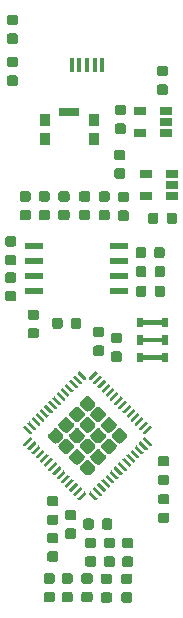
<source format=gtp>
G04 #@! TF.GenerationSoftware,KiCad,Pcbnew,(5.1.5-0-10_14)*
G04 #@! TF.CreationDate,2020-08-07T08:21:10-07:00*
G04 #@! TF.ProjectId,raptor,72617074-6f72-42e6-9b69-6361645f7063,rev?*
G04 #@! TF.SameCoordinates,Original*
G04 #@! TF.FileFunction,Paste,Top*
G04 #@! TF.FilePolarity,Positive*
%FSLAX46Y46*%
G04 Gerber Fmt 4.6, Leading zero omitted, Abs format (unit mm)*
G04 Created by KiCad (PCBNEW (5.1.5-0-10_14)) date 2020-08-07 08:21:10*
%MOMM*%
%LPD*%
G04 APERTURE LIST*
%ADD10R,0.450000X1.300000*%
%ADD11C,0.100000*%
%ADD12R,1.600000X0.600000*%
%ADD13R,1.060000X0.650000*%
%ADD14R,0.900000X1.000000*%
%ADD15R,1.700000X0.800000*%
G04 APERTURE END LIST*
D10*
X146990000Y-89650000D03*
X147640000Y-89650000D03*
X148290000Y-89650000D03*
X148940000Y-89650000D03*
X149590000Y-89650000D03*
D11*
G36*
X154673200Y-113328400D02*
G01*
X154673200Y-113128400D01*
X153073200Y-113128400D01*
X153073200Y-113328400D01*
X152573200Y-113328400D01*
X152573200Y-112528400D01*
X153073200Y-112528400D01*
X153073200Y-112728400D01*
X154673200Y-112728400D01*
X154673200Y-112528400D01*
X155173200Y-112528400D01*
X155173200Y-113328400D01*
X154673200Y-113328400D01*
G37*
G36*
X154673200Y-114828400D02*
G01*
X154673200Y-114628400D01*
X153073200Y-114628400D01*
X153073200Y-114828400D01*
X152573200Y-114828400D01*
X152573200Y-114028400D01*
X153073200Y-114028400D01*
X153073200Y-114228400D01*
X154673200Y-114228400D01*
X154673200Y-114028400D01*
X155173200Y-114028400D01*
X155173200Y-114828400D01*
X154673200Y-114828400D01*
G37*
G36*
X154673200Y-111828400D02*
G01*
X154673200Y-111628400D01*
X153073200Y-111628400D01*
X153073200Y-111828400D01*
X152573200Y-111828400D01*
X152573200Y-111028400D01*
X153073200Y-111028400D01*
X153073200Y-111228400D01*
X154673200Y-111228400D01*
X154673200Y-111028400D01*
X155173200Y-111028400D01*
X155173200Y-111828400D01*
X154673200Y-111828400D01*
G37*
G36*
X153216085Y-121140678D02*
G01*
X153222152Y-121141578D01*
X153228102Y-121143068D01*
X153233877Y-121145135D01*
X153239421Y-121147757D01*
X153244682Y-121150910D01*
X153249609Y-121154564D01*
X153254153Y-121158683D01*
X153784483Y-121689013D01*
X153788602Y-121693557D01*
X153792256Y-121698484D01*
X153795409Y-121703745D01*
X153798031Y-121709289D01*
X153800098Y-121715064D01*
X153801588Y-121721014D01*
X153802488Y-121727081D01*
X153802789Y-121733207D01*
X153802488Y-121739333D01*
X153801588Y-121745400D01*
X153800098Y-121751350D01*
X153798031Y-121757125D01*
X153795409Y-121762669D01*
X153792256Y-121767930D01*
X153788602Y-121772857D01*
X153784483Y-121777401D01*
X153696095Y-121865789D01*
X153691551Y-121869908D01*
X153686624Y-121873562D01*
X153681363Y-121876715D01*
X153675819Y-121879337D01*
X153670044Y-121881404D01*
X153664094Y-121882894D01*
X153658027Y-121883794D01*
X153651901Y-121884095D01*
X153645775Y-121883794D01*
X153639708Y-121882894D01*
X153633758Y-121881404D01*
X153627983Y-121879337D01*
X153622439Y-121876715D01*
X153617178Y-121873562D01*
X153612251Y-121869908D01*
X153607707Y-121865789D01*
X153077377Y-121335459D01*
X153073258Y-121330915D01*
X153069604Y-121325988D01*
X153066451Y-121320727D01*
X153063829Y-121315183D01*
X153061762Y-121309408D01*
X153060272Y-121303458D01*
X153059372Y-121297391D01*
X153059071Y-121291265D01*
X153059372Y-121285139D01*
X153060272Y-121279072D01*
X153061762Y-121273122D01*
X153063829Y-121267347D01*
X153066451Y-121261803D01*
X153069604Y-121256542D01*
X153073258Y-121251615D01*
X153077377Y-121247071D01*
X153165765Y-121158683D01*
X153170309Y-121154564D01*
X153175236Y-121150910D01*
X153180497Y-121147757D01*
X153186041Y-121145135D01*
X153191816Y-121143068D01*
X153197766Y-121141578D01*
X153203833Y-121140678D01*
X153209959Y-121140377D01*
X153216085Y-121140678D01*
G37*
G36*
X152862532Y-121494231D02*
G01*
X152868599Y-121495131D01*
X152874549Y-121496621D01*
X152880324Y-121498688D01*
X152885868Y-121501310D01*
X152891129Y-121504463D01*
X152896056Y-121508117D01*
X152900600Y-121512236D01*
X153430930Y-122042566D01*
X153435049Y-122047110D01*
X153438703Y-122052037D01*
X153441856Y-122057298D01*
X153444478Y-122062842D01*
X153446545Y-122068617D01*
X153448035Y-122074567D01*
X153448935Y-122080634D01*
X153449236Y-122086760D01*
X153448935Y-122092886D01*
X153448035Y-122098953D01*
X153446545Y-122104903D01*
X153444478Y-122110678D01*
X153441856Y-122116222D01*
X153438703Y-122121483D01*
X153435049Y-122126410D01*
X153430930Y-122130954D01*
X153342542Y-122219342D01*
X153337998Y-122223461D01*
X153333071Y-122227115D01*
X153327810Y-122230268D01*
X153322266Y-122232890D01*
X153316491Y-122234957D01*
X153310541Y-122236447D01*
X153304474Y-122237347D01*
X153298348Y-122237648D01*
X153292222Y-122237347D01*
X153286155Y-122236447D01*
X153280205Y-122234957D01*
X153274430Y-122232890D01*
X153268886Y-122230268D01*
X153263625Y-122227115D01*
X153258698Y-122223461D01*
X153254154Y-122219342D01*
X152723824Y-121689012D01*
X152719705Y-121684468D01*
X152716051Y-121679541D01*
X152712898Y-121674280D01*
X152710276Y-121668736D01*
X152708209Y-121662961D01*
X152706719Y-121657011D01*
X152705819Y-121650944D01*
X152705518Y-121644818D01*
X152705819Y-121638692D01*
X152706719Y-121632625D01*
X152708209Y-121626675D01*
X152710276Y-121620900D01*
X152712898Y-121615356D01*
X152716051Y-121610095D01*
X152719705Y-121605168D01*
X152723824Y-121600624D01*
X152812212Y-121512236D01*
X152816756Y-121508117D01*
X152821683Y-121504463D01*
X152826944Y-121501310D01*
X152832488Y-121498688D01*
X152838263Y-121496621D01*
X152844213Y-121495131D01*
X152850280Y-121494231D01*
X152856406Y-121493930D01*
X152862532Y-121494231D01*
G37*
G36*
X152508978Y-121847785D02*
G01*
X152515045Y-121848685D01*
X152520995Y-121850175D01*
X152526770Y-121852242D01*
X152532314Y-121854864D01*
X152537575Y-121858017D01*
X152542502Y-121861671D01*
X152547046Y-121865790D01*
X153077376Y-122396120D01*
X153081495Y-122400664D01*
X153085149Y-122405591D01*
X153088302Y-122410852D01*
X153090924Y-122416396D01*
X153092991Y-122422171D01*
X153094481Y-122428121D01*
X153095381Y-122434188D01*
X153095682Y-122440314D01*
X153095381Y-122446440D01*
X153094481Y-122452507D01*
X153092991Y-122458457D01*
X153090924Y-122464232D01*
X153088302Y-122469776D01*
X153085149Y-122475037D01*
X153081495Y-122479964D01*
X153077376Y-122484508D01*
X152988988Y-122572896D01*
X152984444Y-122577015D01*
X152979517Y-122580669D01*
X152974256Y-122583822D01*
X152968712Y-122586444D01*
X152962937Y-122588511D01*
X152956987Y-122590001D01*
X152950920Y-122590901D01*
X152944794Y-122591202D01*
X152938668Y-122590901D01*
X152932601Y-122590001D01*
X152926651Y-122588511D01*
X152920876Y-122586444D01*
X152915332Y-122583822D01*
X152910071Y-122580669D01*
X152905144Y-122577015D01*
X152900600Y-122572896D01*
X152370270Y-122042566D01*
X152366151Y-122038022D01*
X152362497Y-122033095D01*
X152359344Y-122027834D01*
X152356722Y-122022290D01*
X152354655Y-122016515D01*
X152353165Y-122010565D01*
X152352265Y-122004498D01*
X152351964Y-121998372D01*
X152352265Y-121992246D01*
X152353165Y-121986179D01*
X152354655Y-121980229D01*
X152356722Y-121974454D01*
X152359344Y-121968910D01*
X152362497Y-121963649D01*
X152366151Y-121958722D01*
X152370270Y-121954178D01*
X152458658Y-121865790D01*
X152463202Y-121861671D01*
X152468129Y-121858017D01*
X152473390Y-121854864D01*
X152478934Y-121852242D01*
X152484709Y-121850175D01*
X152490659Y-121848685D01*
X152496726Y-121847785D01*
X152502852Y-121847484D01*
X152508978Y-121847785D01*
G37*
G36*
X152155425Y-122201338D02*
G01*
X152161492Y-122202238D01*
X152167442Y-122203728D01*
X152173217Y-122205795D01*
X152178761Y-122208417D01*
X152184022Y-122211570D01*
X152188949Y-122215224D01*
X152193493Y-122219343D01*
X152723823Y-122749673D01*
X152727942Y-122754217D01*
X152731596Y-122759144D01*
X152734749Y-122764405D01*
X152737371Y-122769949D01*
X152739438Y-122775724D01*
X152740928Y-122781674D01*
X152741828Y-122787741D01*
X152742129Y-122793867D01*
X152741828Y-122799993D01*
X152740928Y-122806060D01*
X152739438Y-122812010D01*
X152737371Y-122817785D01*
X152734749Y-122823329D01*
X152731596Y-122828590D01*
X152727942Y-122833517D01*
X152723823Y-122838061D01*
X152635435Y-122926449D01*
X152630891Y-122930568D01*
X152625964Y-122934222D01*
X152620703Y-122937375D01*
X152615159Y-122939997D01*
X152609384Y-122942064D01*
X152603434Y-122943554D01*
X152597367Y-122944454D01*
X152591241Y-122944755D01*
X152585115Y-122944454D01*
X152579048Y-122943554D01*
X152573098Y-122942064D01*
X152567323Y-122939997D01*
X152561779Y-122937375D01*
X152556518Y-122934222D01*
X152551591Y-122930568D01*
X152547047Y-122926449D01*
X152016717Y-122396119D01*
X152012598Y-122391575D01*
X152008944Y-122386648D01*
X152005791Y-122381387D01*
X152003169Y-122375843D01*
X152001102Y-122370068D01*
X151999612Y-122364118D01*
X151998712Y-122358051D01*
X151998411Y-122351925D01*
X151998712Y-122345799D01*
X151999612Y-122339732D01*
X152001102Y-122333782D01*
X152003169Y-122328007D01*
X152005791Y-122322463D01*
X152008944Y-122317202D01*
X152012598Y-122312275D01*
X152016717Y-122307731D01*
X152105105Y-122219343D01*
X152109649Y-122215224D01*
X152114576Y-122211570D01*
X152119837Y-122208417D01*
X152125381Y-122205795D01*
X152131156Y-122203728D01*
X152137106Y-122202238D01*
X152143173Y-122201338D01*
X152149299Y-122201037D01*
X152155425Y-122201338D01*
G37*
G36*
X151801871Y-122554891D02*
G01*
X151807938Y-122555791D01*
X151813888Y-122557281D01*
X151819663Y-122559348D01*
X151825207Y-122561970D01*
X151830468Y-122565123D01*
X151835395Y-122568777D01*
X151839939Y-122572896D01*
X152370269Y-123103226D01*
X152374388Y-123107770D01*
X152378042Y-123112697D01*
X152381195Y-123117958D01*
X152383817Y-123123502D01*
X152385884Y-123129277D01*
X152387374Y-123135227D01*
X152388274Y-123141294D01*
X152388575Y-123147420D01*
X152388274Y-123153546D01*
X152387374Y-123159613D01*
X152385884Y-123165563D01*
X152383817Y-123171338D01*
X152381195Y-123176882D01*
X152378042Y-123182143D01*
X152374388Y-123187070D01*
X152370269Y-123191614D01*
X152281881Y-123280002D01*
X152277337Y-123284121D01*
X152272410Y-123287775D01*
X152267149Y-123290928D01*
X152261605Y-123293550D01*
X152255830Y-123295617D01*
X152249880Y-123297107D01*
X152243813Y-123298007D01*
X152237687Y-123298308D01*
X152231561Y-123298007D01*
X152225494Y-123297107D01*
X152219544Y-123295617D01*
X152213769Y-123293550D01*
X152208225Y-123290928D01*
X152202964Y-123287775D01*
X152198037Y-123284121D01*
X152193493Y-123280002D01*
X151663163Y-122749672D01*
X151659044Y-122745128D01*
X151655390Y-122740201D01*
X151652237Y-122734940D01*
X151649615Y-122729396D01*
X151647548Y-122723621D01*
X151646058Y-122717671D01*
X151645158Y-122711604D01*
X151644857Y-122705478D01*
X151645158Y-122699352D01*
X151646058Y-122693285D01*
X151647548Y-122687335D01*
X151649615Y-122681560D01*
X151652237Y-122676016D01*
X151655390Y-122670755D01*
X151659044Y-122665828D01*
X151663163Y-122661284D01*
X151751551Y-122572896D01*
X151756095Y-122568777D01*
X151761022Y-122565123D01*
X151766283Y-122561970D01*
X151771827Y-122559348D01*
X151777602Y-122557281D01*
X151783552Y-122555791D01*
X151789619Y-122554891D01*
X151795745Y-122554590D01*
X151801871Y-122554891D01*
G37*
G36*
X151448318Y-122908445D02*
G01*
X151454385Y-122909345D01*
X151460335Y-122910835D01*
X151466110Y-122912902D01*
X151471654Y-122915524D01*
X151476915Y-122918677D01*
X151481842Y-122922331D01*
X151486386Y-122926450D01*
X152016716Y-123456780D01*
X152020835Y-123461324D01*
X152024489Y-123466251D01*
X152027642Y-123471512D01*
X152030264Y-123477056D01*
X152032331Y-123482831D01*
X152033821Y-123488781D01*
X152034721Y-123494848D01*
X152035022Y-123500974D01*
X152034721Y-123507100D01*
X152033821Y-123513167D01*
X152032331Y-123519117D01*
X152030264Y-123524892D01*
X152027642Y-123530436D01*
X152024489Y-123535697D01*
X152020835Y-123540624D01*
X152016716Y-123545168D01*
X151928328Y-123633556D01*
X151923784Y-123637675D01*
X151918857Y-123641329D01*
X151913596Y-123644482D01*
X151908052Y-123647104D01*
X151902277Y-123649171D01*
X151896327Y-123650661D01*
X151890260Y-123651561D01*
X151884134Y-123651862D01*
X151878008Y-123651561D01*
X151871941Y-123650661D01*
X151865991Y-123649171D01*
X151860216Y-123647104D01*
X151854672Y-123644482D01*
X151849411Y-123641329D01*
X151844484Y-123637675D01*
X151839940Y-123633556D01*
X151309610Y-123103226D01*
X151305491Y-123098682D01*
X151301837Y-123093755D01*
X151298684Y-123088494D01*
X151296062Y-123082950D01*
X151293995Y-123077175D01*
X151292505Y-123071225D01*
X151291605Y-123065158D01*
X151291304Y-123059032D01*
X151291605Y-123052906D01*
X151292505Y-123046839D01*
X151293995Y-123040889D01*
X151296062Y-123035114D01*
X151298684Y-123029570D01*
X151301837Y-123024309D01*
X151305491Y-123019382D01*
X151309610Y-123014838D01*
X151397998Y-122926450D01*
X151402542Y-122922331D01*
X151407469Y-122918677D01*
X151412730Y-122915524D01*
X151418274Y-122912902D01*
X151424049Y-122910835D01*
X151429999Y-122909345D01*
X151436066Y-122908445D01*
X151442192Y-122908144D01*
X151448318Y-122908445D01*
G37*
G36*
X151094765Y-123261998D02*
G01*
X151100832Y-123262898D01*
X151106782Y-123264388D01*
X151112557Y-123266455D01*
X151118101Y-123269077D01*
X151123362Y-123272230D01*
X151128289Y-123275884D01*
X151132833Y-123280003D01*
X151663163Y-123810333D01*
X151667282Y-123814877D01*
X151670936Y-123819804D01*
X151674089Y-123825065D01*
X151676711Y-123830609D01*
X151678778Y-123836384D01*
X151680268Y-123842334D01*
X151681168Y-123848401D01*
X151681469Y-123854527D01*
X151681168Y-123860653D01*
X151680268Y-123866720D01*
X151678778Y-123872670D01*
X151676711Y-123878445D01*
X151674089Y-123883989D01*
X151670936Y-123889250D01*
X151667282Y-123894177D01*
X151663163Y-123898721D01*
X151574775Y-123987109D01*
X151570231Y-123991228D01*
X151565304Y-123994882D01*
X151560043Y-123998035D01*
X151554499Y-124000657D01*
X151548724Y-124002724D01*
X151542774Y-124004214D01*
X151536707Y-124005114D01*
X151530581Y-124005415D01*
X151524455Y-124005114D01*
X151518388Y-124004214D01*
X151512438Y-124002724D01*
X151506663Y-124000657D01*
X151501119Y-123998035D01*
X151495858Y-123994882D01*
X151490931Y-123991228D01*
X151486387Y-123987109D01*
X150956057Y-123456779D01*
X150951938Y-123452235D01*
X150948284Y-123447308D01*
X150945131Y-123442047D01*
X150942509Y-123436503D01*
X150940442Y-123430728D01*
X150938952Y-123424778D01*
X150938052Y-123418711D01*
X150937751Y-123412585D01*
X150938052Y-123406459D01*
X150938952Y-123400392D01*
X150940442Y-123394442D01*
X150942509Y-123388667D01*
X150945131Y-123383123D01*
X150948284Y-123377862D01*
X150951938Y-123372935D01*
X150956057Y-123368391D01*
X151044445Y-123280003D01*
X151048989Y-123275884D01*
X151053916Y-123272230D01*
X151059177Y-123269077D01*
X151064721Y-123266455D01*
X151070496Y-123264388D01*
X151076446Y-123262898D01*
X151082513Y-123261998D01*
X151088639Y-123261697D01*
X151094765Y-123261998D01*
G37*
G36*
X150741211Y-123615552D02*
G01*
X150747278Y-123616452D01*
X150753228Y-123617942D01*
X150759003Y-123620009D01*
X150764547Y-123622631D01*
X150769808Y-123625784D01*
X150774735Y-123629438D01*
X150779279Y-123633557D01*
X151309609Y-124163887D01*
X151313728Y-124168431D01*
X151317382Y-124173358D01*
X151320535Y-124178619D01*
X151323157Y-124184163D01*
X151325224Y-124189938D01*
X151326714Y-124195888D01*
X151327614Y-124201955D01*
X151327915Y-124208081D01*
X151327614Y-124214207D01*
X151326714Y-124220274D01*
X151325224Y-124226224D01*
X151323157Y-124231999D01*
X151320535Y-124237543D01*
X151317382Y-124242804D01*
X151313728Y-124247731D01*
X151309609Y-124252275D01*
X151221221Y-124340663D01*
X151216677Y-124344782D01*
X151211750Y-124348436D01*
X151206489Y-124351589D01*
X151200945Y-124354211D01*
X151195170Y-124356278D01*
X151189220Y-124357768D01*
X151183153Y-124358668D01*
X151177027Y-124358969D01*
X151170901Y-124358668D01*
X151164834Y-124357768D01*
X151158884Y-124356278D01*
X151153109Y-124354211D01*
X151147565Y-124351589D01*
X151142304Y-124348436D01*
X151137377Y-124344782D01*
X151132833Y-124340663D01*
X150602503Y-123810333D01*
X150598384Y-123805789D01*
X150594730Y-123800862D01*
X150591577Y-123795601D01*
X150588955Y-123790057D01*
X150586888Y-123784282D01*
X150585398Y-123778332D01*
X150584498Y-123772265D01*
X150584197Y-123766139D01*
X150584498Y-123760013D01*
X150585398Y-123753946D01*
X150586888Y-123747996D01*
X150588955Y-123742221D01*
X150591577Y-123736677D01*
X150594730Y-123731416D01*
X150598384Y-123726489D01*
X150602503Y-123721945D01*
X150690891Y-123633557D01*
X150695435Y-123629438D01*
X150700362Y-123625784D01*
X150705623Y-123622631D01*
X150711167Y-123620009D01*
X150716942Y-123617942D01*
X150722892Y-123616452D01*
X150728959Y-123615552D01*
X150735085Y-123615251D01*
X150741211Y-123615552D01*
G37*
G36*
X150387658Y-123969105D02*
G01*
X150393725Y-123970005D01*
X150399675Y-123971495D01*
X150405450Y-123973562D01*
X150410994Y-123976184D01*
X150416255Y-123979337D01*
X150421182Y-123982991D01*
X150425726Y-123987110D01*
X150956056Y-124517440D01*
X150960175Y-124521984D01*
X150963829Y-124526911D01*
X150966982Y-124532172D01*
X150969604Y-124537716D01*
X150971671Y-124543491D01*
X150973161Y-124549441D01*
X150974061Y-124555508D01*
X150974362Y-124561634D01*
X150974061Y-124567760D01*
X150973161Y-124573827D01*
X150971671Y-124579777D01*
X150969604Y-124585552D01*
X150966982Y-124591096D01*
X150963829Y-124596357D01*
X150960175Y-124601284D01*
X150956056Y-124605828D01*
X150867668Y-124694216D01*
X150863124Y-124698335D01*
X150858197Y-124701989D01*
X150852936Y-124705142D01*
X150847392Y-124707764D01*
X150841617Y-124709831D01*
X150835667Y-124711321D01*
X150829600Y-124712221D01*
X150823474Y-124712522D01*
X150817348Y-124712221D01*
X150811281Y-124711321D01*
X150805331Y-124709831D01*
X150799556Y-124707764D01*
X150794012Y-124705142D01*
X150788751Y-124701989D01*
X150783824Y-124698335D01*
X150779280Y-124694216D01*
X150248950Y-124163886D01*
X150244831Y-124159342D01*
X150241177Y-124154415D01*
X150238024Y-124149154D01*
X150235402Y-124143610D01*
X150233335Y-124137835D01*
X150231845Y-124131885D01*
X150230945Y-124125818D01*
X150230644Y-124119692D01*
X150230945Y-124113566D01*
X150231845Y-124107499D01*
X150233335Y-124101549D01*
X150235402Y-124095774D01*
X150238024Y-124090230D01*
X150241177Y-124084969D01*
X150244831Y-124080042D01*
X150248950Y-124075498D01*
X150337338Y-123987110D01*
X150341882Y-123982991D01*
X150346809Y-123979337D01*
X150352070Y-123976184D01*
X150357614Y-123973562D01*
X150363389Y-123971495D01*
X150369339Y-123970005D01*
X150375406Y-123969105D01*
X150381532Y-123968804D01*
X150387658Y-123969105D01*
G37*
G36*
X150034104Y-124322658D02*
G01*
X150040171Y-124323558D01*
X150046121Y-124325048D01*
X150051896Y-124327115D01*
X150057440Y-124329737D01*
X150062701Y-124332890D01*
X150067628Y-124336544D01*
X150072172Y-124340663D01*
X150602502Y-124870993D01*
X150606621Y-124875537D01*
X150610275Y-124880464D01*
X150613428Y-124885725D01*
X150616050Y-124891269D01*
X150618117Y-124897044D01*
X150619607Y-124902994D01*
X150620507Y-124909061D01*
X150620808Y-124915187D01*
X150620507Y-124921313D01*
X150619607Y-124927380D01*
X150618117Y-124933330D01*
X150616050Y-124939105D01*
X150613428Y-124944649D01*
X150610275Y-124949910D01*
X150606621Y-124954837D01*
X150602502Y-124959381D01*
X150514114Y-125047769D01*
X150509570Y-125051888D01*
X150504643Y-125055542D01*
X150499382Y-125058695D01*
X150493838Y-125061317D01*
X150488063Y-125063384D01*
X150482113Y-125064874D01*
X150476046Y-125065774D01*
X150469920Y-125066075D01*
X150463794Y-125065774D01*
X150457727Y-125064874D01*
X150451777Y-125063384D01*
X150446002Y-125061317D01*
X150440458Y-125058695D01*
X150435197Y-125055542D01*
X150430270Y-125051888D01*
X150425726Y-125047769D01*
X149895396Y-124517439D01*
X149891277Y-124512895D01*
X149887623Y-124507968D01*
X149884470Y-124502707D01*
X149881848Y-124497163D01*
X149879781Y-124491388D01*
X149878291Y-124485438D01*
X149877391Y-124479371D01*
X149877090Y-124473245D01*
X149877391Y-124467119D01*
X149878291Y-124461052D01*
X149879781Y-124455102D01*
X149881848Y-124449327D01*
X149884470Y-124443783D01*
X149887623Y-124438522D01*
X149891277Y-124433595D01*
X149895396Y-124429051D01*
X149983784Y-124340663D01*
X149988328Y-124336544D01*
X149993255Y-124332890D01*
X149998516Y-124329737D01*
X150004060Y-124327115D01*
X150009835Y-124325048D01*
X150015785Y-124323558D01*
X150021852Y-124322658D01*
X150027978Y-124322357D01*
X150034104Y-124322658D01*
G37*
G36*
X149680551Y-124676212D02*
G01*
X149686618Y-124677112D01*
X149692568Y-124678602D01*
X149698343Y-124680669D01*
X149703887Y-124683291D01*
X149709148Y-124686444D01*
X149714075Y-124690098D01*
X149718619Y-124694217D01*
X150248949Y-125224547D01*
X150253068Y-125229091D01*
X150256722Y-125234018D01*
X150259875Y-125239279D01*
X150262497Y-125244823D01*
X150264564Y-125250598D01*
X150266054Y-125256548D01*
X150266954Y-125262615D01*
X150267255Y-125268741D01*
X150266954Y-125274867D01*
X150266054Y-125280934D01*
X150264564Y-125286884D01*
X150262497Y-125292659D01*
X150259875Y-125298203D01*
X150256722Y-125303464D01*
X150253068Y-125308391D01*
X150248949Y-125312935D01*
X150160561Y-125401323D01*
X150156017Y-125405442D01*
X150151090Y-125409096D01*
X150145829Y-125412249D01*
X150140285Y-125414871D01*
X150134510Y-125416938D01*
X150128560Y-125418428D01*
X150122493Y-125419328D01*
X150116367Y-125419629D01*
X150110241Y-125419328D01*
X150104174Y-125418428D01*
X150098224Y-125416938D01*
X150092449Y-125414871D01*
X150086905Y-125412249D01*
X150081644Y-125409096D01*
X150076717Y-125405442D01*
X150072173Y-125401323D01*
X149541843Y-124870993D01*
X149537724Y-124866449D01*
X149534070Y-124861522D01*
X149530917Y-124856261D01*
X149528295Y-124850717D01*
X149526228Y-124844942D01*
X149524738Y-124838992D01*
X149523838Y-124832925D01*
X149523537Y-124826799D01*
X149523838Y-124820673D01*
X149524738Y-124814606D01*
X149526228Y-124808656D01*
X149528295Y-124802881D01*
X149530917Y-124797337D01*
X149534070Y-124792076D01*
X149537724Y-124787149D01*
X149541843Y-124782605D01*
X149630231Y-124694217D01*
X149634775Y-124690098D01*
X149639702Y-124686444D01*
X149644963Y-124683291D01*
X149650507Y-124680669D01*
X149656282Y-124678602D01*
X149662232Y-124677112D01*
X149668299Y-124676212D01*
X149674425Y-124675911D01*
X149680551Y-124676212D01*
G37*
G36*
X149326998Y-125029765D02*
G01*
X149333065Y-125030665D01*
X149339015Y-125032155D01*
X149344790Y-125034222D01*
X149350334Y-125036844D01*
X149355595Y-125039997D01*
X149360522Y-125043651D01*
X149365066Y-125047770D01*
X149895396Y-125578100D01*
X149899515Y-125582644D01*
X149903169Y-125587571D01*
X149906322Y-125592832D01*
X149908944Y-125598376D01*
X149911011Y-125604151D01*
X149912501Y-125610101D01*
X149913401Y-125616168D01*
X149913702Y-125622294D01*
X149913401Y-125628420D01*
X149912501Y-125634487D01*
X149911011Y-125640437D01*
X149908944Y-125646212D01*
X149906322Y-125651756D01*
X149903169Y-125657017D01*
X149899515Y-125661944D01*
X149895396Y-125666488D01*
X149807008Y-125754876D01*
X149802464Y-125758995D01*
X149797537Y-125762649D01*
X149792276Y-125765802D01*
X149786732Y-125768424D01*
X149780957Y-125770491D01*
X149775007Y-125771981D01*
X149768940Y-125772881D01*
X149762814Y-125773182D01*
X149756688Y-125772881D01*
X149750621Y-125771981D01*
X149744671Y-125770491D01*
X149738896Y-125768424D01*
X149733352Y-125765802D01*
X149728091Y-125762649D01*
X149723164Y-125758995D01*
X149718620Y-125754876D01*
X149188290Y-125224546D01*
X149184171Y-125220002D01*
X149180517Y-125215075D01*
X149177364Y-125209814D01*
X149174742Y-125204270D01*
X149172675Y-125198495D01*
X149171185Y-125192545D01*
X149170285Y-125186478D01*
X149169984Y-125180352D01*
X149170285Y-125174226D01*
X149171185Y-125168159D01*
X149172675Y-125162209D01*
X149174742Y-125156434D01*
X149177364Y-125150890D01*
X149180517Y-125145629D01*
X149184171Y-125140702D01*
X149188290Y-125136158D01*
X149276678Y-125047770D01*
X149281222Y-125043651D01*
X149286149Y-125039997D01*
X149291410Y-125036844D01*
X149296954Y-125034222D01*
X149302729Y-125032155D01*
X149308679Y-125030665D01*
X149314746Y-125029765D01*
X149320872Y-125029464D01*
X149326998Y-125029765D01*
G37*
G36*
X148973444Y-125383319D02*
G01*
X148979511Y-125384219D01*
X148985461Y-125385709D01*
X148991236Y-125387776D01*
X148996780Y-125390398D01*
X149002041Y-125393551D01*
X149006968Y-125397205D01*
X149011512Y-125401324D01*
X149541842Y-125931654D01*
X149545961Y-125936198D01*
X149549615Y-125941125D01*
X149552768Y-125946386D01*
X149555390Y-125951930D01*
X149557457Y-125957705D01*
X149558947Y-125963655D01*
X149559847Y-125969722D01*
X149560148Y-125975848D01*
X149559847Y-125981974D01*
X149558947Y-125988041D01*
X149557457Y-125993991D01*
X149555390Y-125999766D01*
X149552768Y-126005310D01*
X149549615Y-126010571D01*
X149545961Y-126015498D01*
X149541842Y-126020042D01*
X149453454Y-126108430D01*
X149448910Y-126112549D01*
X149443983Y-126116203D01*
X149438722Y-126119356D01*
X149433178Y-126121978D01*
X149427403Y-126124045D01*
X149421453Y-126125535D01*
X149415386Y-126126435D01*
X149409260Y-126126736D01*
X149403134Y-126126435D01*
X149397067Y-126125535D01*
X149391117Y-126124045D01*
X149385342Y-126121978D01*
X149379798Y-126119356D01*
X149374537Y-126116203D01*
X149369610Y-126112549D01*
X149365066Y-126108430D01*
X148834736Y-125578100D01*
X148830617Y-125573556D01*
X148826963Y-125568629D01*
X148823810Y-125563368D01*
X148821188Y-125557824D01*
X148819121Y-125552049D01*
X148817631Y-125546099D01*
X148816731Y-125540032D01*
X148816430Y-125533906D01*
X148816731Y-125527780D01*
X148817631Y-125521713D01*
X148819121Y-125515763D01*
X148821188Y-125509988D01*
X148823810Y-125504444D01*
X148826963Y-125499183D01*
X148830617Y-125494256D01*
X148834736Y-125489712D01*
X148923124Y-125401324D01*
X148927668Y-125397205D01*
X148932595Y-125393551D01*
X148937856Y-125390398D01*
X148943400Y-125387776D01*
X148949175Y-125385709D01*
X148955125Y-125384219D01*
X148961192Y-125383319D01*
X148967318Y-125383018D01*
X148973444Y-125383319D01*
G37*
G36*
X148619891Y-125736872D02*
G01*
X148625958Y-125737772D01*
X148631908Y-125739262D01*
X148637683Y-125741329D01*
X148643227Y-125743951D01*
X148648488Y-125747104D01*
X148653415Y-125750758D01*
X148657959Y-125754877D01*
X149188289Y-126285207D01*
X149192408Y-126289751D01*
X149196062Y-126294678D01*
X149199215Y-126299939D01*
X149201837Y-126305483D01*
X149203904Y-126311258D01*
X149205394Y-126317208D01*
X149206294Y-126323275D01*
X149206595Y-126329401D01*
X149206294Y-126335527D01*
X149205394Y-126341594D01*
X149203904Y-126347544D01*
X149201837Y-126353319D01*
X149199215Y-126358863D01*
X149196062Y-126364124D01*
X149192408Y-126369051D01*
X149188289Y-126373595D01*
X149099901Y-126461983D01*
X149095357Y-126466102D01*
X149090430Y-126469756D01*
X149085169Y-126472909D01*
X149079625Y-126475531D01*
X149073850Y-126477598D01*
X149067900Y-126479088D01*
X149061833Y-126479988D01*
X149055707Y-126480289D01*
X149049581Y-126479988D01*
X149043514Y-126479088D01*
X149037564Y-126477598D01*
X149031789Y-126475531D01*
X149026245Y-126472909D01*
X149020984Y-126469756D01*
X149016057Y-126466102D01*
X149011513Y-126461983D01*
X148481183Y-125931653D01*
X148477064Y-125927109D01*
X148473410Y-125922182D01*
X148470257Y-125916921D01*
X148467635Y-125911377D01*
X148465568Y-125905602D01*
X148464078Y-125899652D01*
X148463178Y-125893585D01*
X148462877Y-125887459D01*
X148463178Y-125881333D01*
X148464078Y-125875266D01*
X148465568Y-125869316D01*
X148467635Y-125863541D01*
X148470257Y-125857997D01*
X148473410Y-125852736D01*
X148477064Y-125847809D01*
X148481183Y-125843265D01*
X148569571Y-125754877D01*
X148574115Y-125750758D01*
X148579042Y-125747104D01*
X148584303Y-125743951D01*
X148589847Y-125741329D01*
X148595622Y-125739262D01*
X148601572Y-125737772D01*
X148607639Y-125736872D01*
X148613765Y-125736571D01*
X148619891Y-125736872D01*
G37*
G36*
X148089561Y-125736872D02*
G01*
X148095628Y-125737772D01*
X148101578Y-125739262D01*
X148107353Y-125741329D01*
X148112897Y-125743951D01*
X148118158Y-125747104D01*
X148123085Y-125750758D01*
X148127629Y-125754877D01*
X148216017Y-125843265D01*
X148220136Y-125847809D01*
X148223790Y-125852736D01*
X148226943Y-125857997D01*
X148229565Y-125863541D01*
X148231632Y-125869316D01*
X148233122Y-125875266D01*
X148234022Y-125881333D01*
X148234323Y-125887459D01*
X148234022Y-125893585D01*
X148233122Y-125899652D01*
X148231632Y-125905602D01*
X148229565Y-125911377D01*
X148226943Y-125916921D01*
X148223790Y-125922182D01*
X148220136Y-125927109D01*
X148216017Y-125931653D01*
X147685687Y-126461983D01*
X147681143Y-126466102D01*
X147676216Y-126469756D01*
X147670955Y-126472909D01*
X147665411Y-126475531D01*
X147659636Y-126477598D01*
X147653686Y-126479088D01*
X147647619Y-126479988D01*
X147641493Y-126480289D01*
X147635367Y-126479988D01*
X147629300Y-126479088D01*
X147623350Y-126477598D01*
X147617575Y-126475531D01*
X147612031Y-126472909D01*
X147606770Y-126469756D01*
X147601843Y-126466102D01*
X147597299Y-126461983D01*
X147508911Y-126373595D01*
X147504792Y-126369051D01*
X147501138Y-126364124D01*
X147497985Y-126358863D01*
X147495363Y-126353319D01*
X147493296Y-126347544D01*
X147491806Y-126341594D01*
X147490906Y-126335527D01*
X147490605Y-126329401D01*
X147490906Y-126323275D01*
X147491806Y-126317208D01*
X147493296Y-126311258D01*
X147495363Y-126305483D01*
X147497985Y-126299939D01*
X147501138Y-126294678D01*
X147504792Y-126289751D01*
X147508911Y-126285207D01*
X148039241Y-125754877D01*
X148043785Y-125750758D01*
X148048712Y-125747104D01*
X148053973Y-125743951D01*
X148059517Y-125741329D01*
X148065292Y-125739262D01*
X148071242Y-125737772D01*
X148077309Y-125736872D01*
X148083435Y-125736571D01*
X148089561Y-125736872D01*
G37*
G36*
X147736008Y-125383319D02*
G01*
X147742075Y-125384219D01*
X147748025Y-125385709D01*
X147753800Y-125387776D01*
X147759344Y-125390398D01*
X147764605Y-125393551D01*
X147769532Y-125397205D01*
X147774076Y-125401324D01*
X147862464Y-125489712D01*
X147866583Y-125494256D01*
X147870237Y-125499183D01*
X147873390Y-125504444D01*
X147876012Y-125509988D01*
X147878079Y-125515763D01*
X147879569Y-125521713D01*
X147880469Y-125527780D01*
X147880770Y-125533906D01*
X147880469Y-125540032D01*
X147879569Y-125546099D01*
X147878079Y-125552049D01*
X147876012Y-125557824D01*
X147873390Y-125563368D01*
X147870237Y-125568629D01*
X147866583Y-125573556D01*
X147862464Y-125578100D01*
X147332134Y-126108430D01*
X147327590Y-126112549D01*
X147322663Y-126116203D01*
X147317402Y-126119356D01*
X147311858Y-126121978D01*
X147306083Y-126124045D01*
X147300133Y-126125535D01*
X147294066Y-126126435D01*
X147287940Y-126126736D01*
X147281814Y-126126435D01*
X147275747Y-126125535D01*
X147269797Y-126124045D01*
X147264022Y-126121978D01*
X147258478Y-126119356D01*
X147253217Y-126116203D01*
X147248290Y-126112549D01*
X147243746Y-126108430D01*
X147155358Y-126020042D01*
X147151239Y-126015498D01*
X147147585Y-126010571D01*
X147144432Y-126005310D01*
X147141810Y-125999766D01*
X147139743Y-125993991D01*
X147138253Y-125988041D01*
X147137353Y-125981974D01*
X147137052Y-125975848D01*
X147137353Y-125969722D01*
X147138253Y-125963655D01*
X147139743Y-125957705D01*
X147141810Y-125951930D01*
X147144432Y-125946386D01*
X147147585Y-125941125D01*
X147151239Y-125936198D01*
X147155358Y-125931654D01*
X147685688Y-125401324D01*
X147690232Y-125397205D01*
X147695159Y-125393551D01*
X147700420Y-125390398D01*
X147705964Y-125387776D01*
X147711739Y-125385709D01*
X147717689Y-125384219D01*
X147723756Y-125383319D01*
X147729882Y-125383018D01*
X147736008Y-125383319D01*
G37*
G36*
X147382454Y-125029765D02*
G01*
X147388521Y-125030665D01*
X147394471Y-125032155D01*
X147400246Y-125034222D01*
X147405790Y-125036844D01*
X147411051Y-125039997D01*
X147415978Y-125043651D01*
X147420522Y-125047770D01*
X147508910Y-125136158D01*
X147513029Y-125140702D01*
X147516683Y-125145629D01*
X147519836Y-125150890D01*
X147522458Y-125156434D01*
X147524525Y-125162209D01*
X147526015Y-125168159D01*
X147526915Y-125174226D01*
X147527216Y-125180352D01*
X147526915Y-125186478D01*
X147526015Y-125192545D01*
X147524525Y-125198495D01*
X147522458Y-125204270D01*
X147519836Y-125209814D01*
X147516683Y-125215075D01*
X147513029Y-125220002D01*
X147508910Y-125224546D01*
X146978580Y-125754876D01*
X146974036Y-125758995D01*
X146969109Y-125762649D01*
X146963848Y-125765802D01*
X146958304Y-125768424D01*
X146952529Y-125770491D01*
X146946579Y-125771981D01*
X146940512Y-125772881D01*
X146934386Y-125773182D01*
X146928260Y-125772881D01*
X146922193Y-125771981D01*
X146916243Y-125770491D01*
X146910468Y-125768424D01*
X146904924Y-125765802D01*
X146899663Y-125762649D01*
X146894736Y-125758995D01*
X146890192Y-125754876D01*
X146801804Y-125666488D01*
X146797685Y-125661944D01*
X146794031Y-125657017D01*
X146790878Y-125651756D01*
X146788256Y-125646212D01*
X146786189Y-125640437D01*
X146784699Y-125634487D01*
X146783799Y-125628420D01*
X146783498Y-125622294D01*
X146783799Y-125616168D01*
X146784699Y-125610101D01*
X146786189Y-125604151D01*
X146788256Y-125598376D01*
X146790878Y-125592832D01*
X146794031Y-125587571D01*
X146797685Y-125582644D01*
X146801804Y-125578100D01*
X147332134Y-125047770D01*
X147336678Y-125043651D01*
X147341605Y-125039997D01*
X147346866Y-125036844D01*
X147352410Y-125034222D01*
X147358185Y-125032155D01*
X147364135Y-125030665D01*
X147370202Y-125029765D01*
X147376328Y-125029464D01*
X147382454Y-125029765D01*
G37*
G36*
X147028901Y-124676212D02*
G01*
X147034968Y-124677112D01*
X147040918Y-124678602D01*
X147046693Y-124680669D01*
X147052237Y-124683291D01*
X147057498Y-124686444D01*
X147062425Y-124690098D01*
X147066969Y-124694217D01*
X147155357Y-124782605D01*
X147159476Y-124787149D01*
X147163130Y-124792076D01*
X147166283Y-124797337D01*
X147168905Y-124802881D01*
X147170972Y-124808656D01*
X147172462Y-124814606D01*
X147173362Y-124820673D01*
X147173663Y-124826799D01*
X147173362Y-124832925D01*
X147172462Y-124838992D01*
X147170972Y-124844942D01*
X147168905Y-124850717D01*
X147166283Y-124856261D01*
X147163130Y-124861522D01*
X147159476Y-124866449D01*
X147155357Y-124870993D01*
X146625027Y-125401323D01*
X146620483Y-125405442D01*
X146615556Y-125409096D01*
X146610295Y-125412249D01*
X146604751Y-125414871D01*
X146598976Y-125416938D01*
X146593026Y-125418428D01*
X146586959Y-125419328D01*
X146580833Y-125419629D01*
X146574707Y-125419328D01*
X146568640Y-125418428D01*
X146562690Y-125416938D01*
X146556915Y-125414871D01*
X146551371Y-125412249D01*
X146546110Y-125409096D01*
X146541183Y-125405442D01*
X146536639Y-125401323D01*
X146448251Y-125312935D01*
X146444132Y-125308391D01*
X146440478Y-125303464D01*
X146437325Y-125298203D01*
X146434703Y-125292659D01*
X146432636Y-125286884D01*
X146431146Y-125280934D01*
X146430246Y-125274867D01*
X146429945Y-125268741D01*
X146430246Y-125262615D01*
X146431146Y-125256548D01*
X146432636Y-125250598D01*
X146434703Y-125244823D01*
X146437325Y-125239279D01*
X146440478Y-125234018D01*
X146444132Y-125229091D01*
X146448251Y-125224547D01*
X146978581Y-124694217D01*
X146983125Y-124690098D01*
X146988052Y-124686444D01*
X146993313Y-124683291D01*
X146998857Y-124680669D01*
X147004632Y-124678602D01*
X147010582Y-124677112D01*
X147016649Y-124676212D01*
X147022775Y-124675911D01*
X147028901Y-124676212D01*
G37*
G36*
X146675348Y-124322658D02*
G01*
X146681415Y-124323558D01*
X146687365Y-124325048D01*
X146693140Y-124327115D01*
X146698684Y-124329737D01*
X146703945Y-124332890D01*
X146708872Y-124336544D01*
X146713416Y-124340663D01*
X146801804Y-124429051D01*
X146805923Y-124433595D01*
X146809577Y-124438522D01*
X146812730Y-124443783D01*
X146815352Y-124449327D01*
X146817419Y-124455102D01*
X146818909Y-124461052D01*
X146819809Y-124467119D01*
X146820110Y-124473245D01*
X146819809Y-124479371D01*
X146818909Y-124485438D01*
X146817419Y-124491388D01*
X146815352Y-124497163D01*
X146812730Y-124502707D01*
X146809577Y-124507968D01*
X146805923Y-124512895D01*
X146801804Y-124517439D01*
X146271474Y-125047769D01*
X146266930Y-125051888D01*
X146262003Y-125055542D01*
X146256742Y-125058695D01*
X146251198Y-125061317D01*
X146245423Y-125063384D01*
X146239473Y-125064874D01*
X146233406Y-125065774D01*
X146227280Y-125066075D01*
X146221154Y-125065774D01*
X146215087Y-125064874D01*
X146209137Y-125063384D01*
X146203362Y-125061317D01*
X146197818Y-125058695D01*
X146192557Y-125055542D01*
X146187630Y-125051888D01*
X146183086Y-125047769D01*
X146094698Y-124959381D01*
X146090579Y-124954837D01*
X146086925Y-124949910D01*
X146083772Y-124944649D01*
X146081150Y-124939105D01*
X146079083Y-124933330D01*
X146077593Y-124927380D01*
X146076693Y-124921313D01*
X146076392Y-124915187D01*
X146076693Y-124909061D01*
X146077593Y-124902994D01*
X146079083Y-124897044D01*
X146081150Y-124891269D01*
X146083772Y-124885725D01*
X146086925Y-124880464D01*
X146090579Y-124875537D01*
X146094698Y-124870993D01*
X146625028Y-124340663D01*
X146629572Y-124336544D01*
X146634499Y-124332890D01*
X146639760Y-124329737D01*
X146645304Y-124327115D01*
X146651079Y-124325048D01*
X146657029Y-124323558D01*
X146663096Y-124322658D01*
X146669222Y-124322357D01*
X146675348Y-124322658D01*
G37*
G36*
X146321794Y-123969105D02*
G01*
X146327861Y-123970005D01*
X146333811Y-123971495D01*
X146339586Y-123973562D01*
X146345130Y-123976184D01*
X146350391Y-123979337D01*
X146355318Y-123982991D01*
X146359862Y-123987110D01*
X146448250Y-124075498D01*
X146452369Y-124080042D01*
X146456023Y-124084969D01*
X146459176Y-124090230D01*
X146461798Y-124095774D01*
X146463865Y-124101549D01*
X146465355Y-124107499D01*
X146466255Y-124113566D01*
X146466556Y-124119692D01*
X146466255Y-124125818D01*
X146465355Y-124131885D01*
X146463865Y-124137835D01*
X146461798Y-124143610D01*
X146459176Y-124149154D01*
X146456023Y-124154415D01*
X146452369Y-124159342D01*
X146448250Y-124163886D01*
X145917920Y-124694216D01*
X145913376Y-124698335D01*
X145908449Y-124701989D01*
X145903188Y-124705142D01*
X145897644Y-124707764D01*
X145891869Y-124709831D01*
X145885919Y-124711321D01*
X145879852Y-124712221D01*
X145873726Y-124712522D01*
X145867600Y-124712221D01*
X145861533Y-124711321D01*
X145855583Y-124709831D01*
X145849808Y-124707764D01*
X145844264Y-124705142D01*
X145839003Y-124701989D01*
X145834076Y-124698335D01*
X145829532Y-124694216D01*
X145741144Y-124605828D01*
X145737025Y-124601284D01*
X145733371Y-124596357D01*
X145730218Y-124591096D01*
X145727596Y-124585552D01*
X145725529Y-124579777D01*
X145724039Y-124573827D01*
X145723139Y-124567760D01*
X145722838Y-124561634D01*
X145723139Y-124555508D01*
X145724039Y-124549441D01*
X145725529Y-124543491D01*
X145727596Y-124537716D01*
X145730218Y-124532172D01*
X145733371Y-124526911D01*
X145737025Y-124521984D01*
X145741144Y-124517440D01*
X146271474Y-123987110D01*
X146276018Y-123982991D01*
X146280945Y-123979337D01*
X146286206Y-123976184D01*
X146291750Y-123973562D01*
X146297525Y-123971495D01*
X146303475Y-123970005D01*
X146309542Y-123969105D01*
X146315668Y-123968804D01*
X146321794Y-123969105D01*
G37*
G36*
X145968241Y-123615552D02*
G01*
X145974308Y-123616452D01*
X145980258Y-123617942D01*
X145986033Y-123620009D01*
X145991577Y-123622631D01*
X145996838Y-123625784D01*
X146001765Y-123629438D01*
X146006309Y-123633557D01*
X146094697Y-123721945D01*
X146098816Y-123726489D01*
X146102470Y-123731416D01*
X146105623Y-123736677D01*
X146108245Y-123742221D01*
X146110312Y-123747996D01*
X146111802Y-123753946D01*
X146112702Y-123760013D01*
X146113003Y-123766139D01*
X146112702Y-123772265D01*
X146111802Y-123778332D01*
X146110312Y-123784282D01*
X146108245Y-123790057D01*
X146105623Y-123795601D01*
X146102470Y-123800862D01*
X146098816Y-123805789D01*
X146094697Y-123810333D01*
X145564367Y-124340663D01*
X145559823Y-124344782D01*
X145554896Y-124348436D01*
X145549635Y-124351589D01*
X145544091Y-124354211D01*
X145538316Y-124356278D01*
X145532366Y-124357768D01*
X145526299Y-124358668D01*
X145520173Y-124358969D01*
X145514047Y-124358668D01*
X145507980Y-124357768D01*
X145502030Y-124356278D01*
X145496255Y-124354211D01*
X145490711Y-124351589D01*
X145485450Y-124348436D01*
X145480523Y-124344782D01*
X145475979Y-124340663D01*
X145387591Y-124252275D01*
X145383472Y-124247731D01*
X145379818Y-124242804D01*
X145376665Y-124237543D01*
X145374043Y-124231999D01*
X145371976Y-124226224D01*
X145370486Y-124220274D01*
X145369586Y-124214207D01*
X145369285Y-124208081D01*
X145369586Y-124201955D01*
X145370486Y-124195888D01*
X145371976Y-124189938D01*
X145374043Y-124184163D01*
X145376665Y-124178619D01*
X145379818Y-124173358D01*
X145383472Y-124168431D01*
X145387591Y-124163887D01*
X145917921Y-123633557D01*
X145922465Y-123629438D01*
X145927392Y-123625784D01*
X145932653Y-123622631D01*
X145938197Y-123620009D01*
X145943972Y-123617942D01*
X145949922Y-123616452D01*
X145955989Y-123615552D01*
X145962115Y-123615251D01*
X145968241Y-123615552D01*
G37*
G36*
X145614687Y-123261998D02*
G01*
X145620754Y-123262898D01*
X145626704Y-123264388D01*
X145632479Y-123266455D01*
X145638023Y-123269077D01*
X145643284Y-123272230D01*
X145648211Y-123275884D01*
X145652755Y-123280003D01*
X145741143Y-123368391D01*
X145745262Y-123372935D01*
X145748916Y-123377862D01*
X145752069Y-123383123D01*
X145754691Y-123388667D01*
X145756758Y-123394442D01*
X145758248Y-123400392D01*
X145759148Y-123406459D01*
X145759449Y-123412585D01*
X145759148Y-123418711D01*
X145758248Y-123424778D01*
X145756758Y-123430728D01*
X145754691Y-123436503D01*
X145752069Y-123442047D01*
X145748916Y-123447308D01*
X145745262Y-123452235D01*
X145741143Y-123456779D01*
X145210813Y-123987109D01*
X145206269Y-123991228D01*
X145201342Y-123994882D01*
X145196081Y-123998035D01*
X145190537Y-124000657D01*
X145184762Y-124002724D01*
X145178812Y-124004214D01*
X145172745Y-124005114D01*
X145166619Y-124005415D01*
X145160493Y-124005114D01*
X145154426Y-124004214D01*
X145148476Y-124002724D01*
X145142701Y-124000657D01*
X145137157Y-123998035D01*
X145131896Y-123994882D01*
X145126969Y-123991228D01*
X145122425Y-123987109D01*
X145034037Y-123898721D01*
X145029918Y-123894177D01*
X145026264Y-123889250D01*
X145023111Y-123883989D01*
X145020489Y-123878445D01*
X145018422Y-123872670D01*
X145016932Y-123866720D01*
X145016032Y-123860653D01*
X145015731Y-123854527D01*
X145016032Y-123848401D01*
X145016932Y-123842334D01*
X145018422Y-123836384D01*
X145020489Y-123830609D01*
X145023111Y-123825065D01*
X145026264Y-123819804D01*
X145029918Y-123814877D01*
X145034037Y-123810333D01*
X145564367Y-123280003D01*
X145568911Y-123275884D01*
X145573838Y-123272230D01*
X145579099Y-123269077D01*
X145584643Y-123266455D01*
X145590418Y-123264388D01*
X145596368Y-123262898D01*
X145602435Y-123261998D01*
X145608561Y-123261697D01*
X145614687Y-123261998D01*
G37*
G36*
X145261134Y-122908445D02*
G01*
X145267201Y-122909345D01*
X145273151Y-122910835D01*
X145278926Y-122912902D01*
X145284470Y-122915524D01*
X145289731Y-122918677D01*
X145294658Y-122922331D01*
X145299202Y-122926450D01*
X145387590Y-123014838D01*
X145391709Y-123019382D01*
X145395363Y-123024309D01*
X145398516Y-123029570D01*
X145401138Y-123035114D01*
X145403205Y-123040889D01*
X145404695Y-123046839D01*
X145405595Y-123052906D01*
X145405896Y-123059032D01*
X145405595Y-123065158D01*
X145404695Y-123071225D01*
X145403205Y-123077175D01*
X145401138Y-123082950D01*
X145398516Y-123088494D01*
X145395363Y-123093755D01*
X145391709Y-123098682D01*
X145387590Y-123103226D01*
X144857260Y-123633556D01*
X144852716Y-123637675D01*
X144847789Y-123641329D01*
X144842528Y-123644482D01*
X144836984Y-123647104D01*
X144831209Y-123649171D01*
X144825259Y-123650661D01*
X144819192Y-123651561D01*
X144813066Y-123651862D01*
X144806940Y-123651561D01*
X144800873Y-123650661D01*
X144794923Y-123649171D01*
X144789148Y-123647104D01*
X144783604Y-123644482D01*
X144778343Y-123641329D01*
X144773416Y-123637675D01*
X144768872Y-123633556D01*
X144680484Y-123545168D01*
X144676365Y-123540624D01*
X144672711Y-123535697D01*
X144669558Y-123530436D01*
X144666936Y-123524892D01*
X144664869Y-123519117D01*
X144663379Y-123513167D01*
X144662479Y-123507100D01*
X144662178Y-123500974D01*
X144662479Y-123494848D01*
X144663379Y-123488781D01*
X144664869Y-123482831D01*
X144666936Y-123477056D01*
X144669558Y-123471512D01*
X144672711Y-123466251D01*
X144676365Y-123461324D01*
X144680484Y-123456780D01*
X145210814Y-122926450D01*
X145215358Y-122922331D01*
X145220285Y-122918677D01*
X145225546Y-122915524D01*
X145231090Y-122912902D01*
X145236865Y-122910835D01*
X145242815Y-122909345D01*
X145248882Y-122908445D01*
X145255008Y-122908144D01*
X145261134Y-122908445D01*
G37*
G36*
X144907581Y-122554891D02*
G01*
X144913648Y-122555791D01*
X144919598Y-122557281D01*
X144925373Y-122559348D01*
X144930917Y-122561970D01*
X144936178Y-122565123D01*
X144941105Y-122568777D01*
X144945649Y-122572896D01*
X145034037Y-122661284D01*
X145038156Y-122665828D01*
X145041810Y-122670755D01*
X145044963Y-122676016D01*
X145047585Y-122681560D01*
X145049652Y-122687335D01*
X145051142Y-122693285D01*
X145052042Y-122699352D01*
X145052343Y-122705478D01*
X145052042Y-122711604D01*
X145051142Y-122717671D01*
X145049652Y-122723621D01*
X145047585Y-122729396D01*
X145044963Y-122734940D01*
X145041810Y-122740201D01*
X145038156Y-122745128D01*
X145034037Y-122749672D01*
X144503707Y-123280002D01*
X144499163Y-123284121D01*
X144494236Y-123287775D01*
X144488975Y-123290928D01*
X144483431Y-123293550D01*
X144477656Y-123295617D01*
X144471706Y-123297107D01*
X144465639Y-123298007D01*
X144459513Y-123298308D01*
X144453387Y-123298007D01*
X144447320Y-123297107D01*
X144441370Y-123295617D01*
X144435595Y-123293550D01*
X144430051Y-123290928D01*
X144424790Y-123287775D01*
X144419863Y-123284121D01*
X144415319Y-123280002D01*
X144326931Y-123191614D01*
X144322812Y-123187070D01*
X144319158Y-123182143D01*
X144316005Y-123176882D01*
X144313383Y-123171338D01*
X144311316Y-123165563D01*
X144309826Y-123159613D01*
X144308926Y-123153546D01*
X144308625Y-123147420D01*
X144308926Y-123141294D01*
X144309826Y-123135227D01*
X144311316Y-123129277D01*
X144313383Y-123123502D01*
X144316005Y-123117958D01*
X144319158Y-123112697D01*
X144322812Y-123107770D01*
X144326931Y-123103226D01*
X144857261Y-122572896D01*
X144861805Y-122568777D01*
X144866732Y-122565123D01*
X144871993Y-122561970D01*
X144877537Y-122559348D01*
X144883312Y-122557281D01*
X144889262Y-122555791D01*
X144895329Y-122554891D01*
X144901455Y-122554590D01*
X144907581Y-122554891D01*
G37*
G36*
X144554027Y-122201338D02*
G01*
X144560094Y-122202238D01*
X144566044Y-122203728D01*
X144571819Y-122205795D01*
X144577363Y-122208417D01*
X144582624Y-122211570D01*
X144587551Y-122215224D01*
X144592095Y-122219343D01*
X144680483Y-122307731D01*
X144684602Y-122312275D01*
X144688256Y-122317202D01*
X144691409Y-122322463D01*
X144694031Y-122328007D01*
X144696098Y-122333782D01*
X144697588Y-122339732D01*
X144698488Y-122345799D01*
X144698789Y-122351925D01*
X144698488Y-122358051D01*
X144697588Y-122364118D01*
X144696098Y-122370068D01*
X144694031Y-122375843D01*
X144691409Y-122381387D01*
X144688256Y-122386648D01*
X144684602Y-122391575D01*
X144680483Y-122396119D01*
X144150153Y-122926449D01*
X144145609Y-122930568D01*
X144140682Y-122934222D01*
X144135421Y-122937375D01*
X144129877Y-122939997D01*
X144124102Y-122942064D01*
X144118152Y-122943554D01*
X144112085Y-122944454D01*
X144105959Y-122944755D01*
X144099833Y-122944454D01*
X144093766Y-122943554D01*
X144087816Y-122942064D01*
X144082041Y-122939997D01*
X144076497Y-122937375D01*
X144071236Y-122934222D01*
X144066309Y-122930568D01*
X144061765Y-122926449D01*
X143973377Y-122838061D01*
X143969258Y-122833517D01*
X143965604Y-122828590D01*
X143962451Y-122823329D01*
X143959829Y-122817785D01*
X143957762Y-122812010D01*
X143956272Y-122806060D01*
X143955372Y-122799993D01*
X143955071Y-122793867D01*
X143955372Y-122787741D01*
X143956272Y-122781674D01*
X143957762Y-122775724D01*
X143959829Y-122769949D01*
X143962451Y-122764405D01*
X143965604Y-122759144D01*
X143969258Y-122754217D01*
X143973377Y-122749673D01*
X144503707Y-122219343D01*
X144508251Y-122215224D01*
X144513178Y-122211570D01*
X144518439Y-122208417D01*
X144523983Y-122205795D01*
X144529758Y-122203728D01*
X144535708Y-122202238D01*
X144541775Y-122201338D01*
X144547901Y-122201037D01*
X144554027Y-122201338D01*
G37*
G36*
X144200474Y-121847785D02*
G01*
X144206541Y-121848685D01*
X144212491Y-121850175D01*
X144218266Y-121852242D01*
X144223810Y-121854864D01*
X144229071Y-121858017D01*
X144233998Y-121861671D01*
X144238542Y-121865790D01*
X144326930Y-121954178D01*
X144331049Y-121958722D01*
X144334703Y-121963649D01*
X144337856Y-121968910D01*
X144340478Y-121974454D01*
X144342545Y-121980229D01*
X144344035Y-121986179D01*
X144344935Y-121992246D01*
X144345236Y-121998372D01*
X144344935Y-122004498D01*
X144344035Y-122010565D01*
X144342545Y-122016515D01*
X144340478Y-122022290D01*
X144337856Y-122027834D01*
X144334703Y-122033095D01*
X144331049Y-122038022D01*
X144326930Y-122042566D01*
X143796600Y-122572896D01*
X143792056Y-122577015D01*
X143787129Y-122580669D01*
X143781868Y-122583822D01*
X143776324Y-122586444D01*
X143770549Y-122588511D01*
X143764599Y-122590001D01*
X143758532Y-122590901D01*
X143752406Y-122591202D01*
X143746280Y-122590901D01*
X143740213Y-122590001D01*
X143734263Y-122588511D01*
X143728488Y-122586444D01*
X143722944Y-122583822D01*
X143717683Y-122580669D01*
X143712756Y-122577015D01*
X143708212Y-122572896D01*
X143619824Y-122484508D01*
X143615705Y-122479964D01*
X143612051Y-122475037D01*
X143608898Y-122469776D01*
X143606276Y-122464232D01*
X143604209Y-122458457D01*
X143602719Y-122452507D01*
X143601819Y-122446440D01*
X143601518Y-122440314D01*
X143601819Y-122434188D01*
X143602719Y-122428121D01*
X143604209Y-122422171D01*
X143606276Y-122416396D01*
X143608898Y-122410852D01*
X143612051Y-122405591D01*
X143615705Y-122400664D01*
X143619824Y-122396120D01*
X144150154Y-121865790D01*
X144154698Y-121861671D01*
X144159625Y-121858017D01*
X144164886Y-121854864D01*
X144170430Y-121852242D01*
X144176205Y-121850175D01*
X144182155Y-121848685D01*
X144188222Y-121847785D01*
X144194348Y-121847484D01*
X144200474Y-121847785D01*
G37*
G36*
X143846920Y-121494231D02*
G01*
X143852987Y-121495131D01*
X143858937Y-121496621D01*
X143864712Y-121498688D01*
X143870256Y-121501310D01*
X143875517Y-121504463D01*
X143880444Y-121508117D01*
X143884988Y-121512236D01*
X143973376Y-121600624D01*
X143977495Y-121605168D01*
X143981149Y-121610095D01*
X143984302Y-121615356D01*
X143986924Y-121620900D01*
X143988991Y-121626675D01*
X143990481Y-121632625D01*
X143991381Y-121638692D01*
X143991682Y-121644818D01*
X143991381Y-121650944D01*
X143990481Y-121657011D01*
X143988991Y-121662961D01*
X143986924Y-121668736D01*
X143984302Y-121674280D01*
X143981149Y-121679541D01*
X143977495Y-121684468D01*
X143973376Y-121689012D01*
X143443046Y-122219342D01*
X143438502Y-122223461D01*
X143433575Y-122227115D01*
X143428314Y-122230268D01*
X143422770Y-122232890D01*
X143416995Y-122234957D01*
X143411045Y-122236447D01*
X143404978Y-122237347D01*
X143398852Y-122237648D01*
X143392726Y-122237347D01*
X143386659Y-122236447D01*
X143380709Y-122234957D01*
X143374934Y-122232890D01*
X143369390Y-122230268D01*
X143364129Y-122227115D01*
X143359202Y-122223461D01*
X143354658Y-122219342D01*
X143266270Y-122130954D01*
X143262151Y-122126410D01*
X143258497Y-122121483D01*
X143255344Y-122116222D01*
X143252722Y-122110678D01*
X143250655Y-122104903D01*
X143249165Y-122098953D01*
X143248265Y-122092886D01*
X143247964Y-122086760D01*
X143248265Y-122080634D01*
X143249165Y-122074567D01*
X143250655Y-122068617D01*
X143252722Y-122062842D01*
X143255344Y-122057298D01*
X143258497Y-122052037D01*
X143262151Y-122047110D01*
X143266270Y-122042566D01*
X143796600Y-121512236D01*
X143801144Y-121508117D01*
X143806071Y-121504463D01*
X143811332Y-121501310D01*
X143816876Y-121498688D01*
X143822651Y-121496621D01*
X143828601Y-121495131D01*
X143834668Y-121494231D01*
X143840794Y-121493930D01*
X143846920Y-121494231D01*
G37*
G36*
X143493367Y-121140678D02*
G01*
X143499434Y-121141578D01*
X143505384Y-121143068D01*
X143511159Y-121145135D01*
X143516703Y-121147757D01*
X143521964Y-121150910D01*
X143526891Y-121154564D01*
X143531435Y-121158683D01*
X143619823Y-121247071D01*
X143623942Y-121251615D01*
X143627596Y-121256542D01*
X143630749Y-121261803D01*
X143633371Y-121267347D01*
X143635438Y-121273122D01*
X143636928Y-121279072D01*
X143637828Y-121285139D01*
X143638129Y-121291265D01*
X143637828Y-121297391D01*
X143636928Y-121303458D01*
X143635438Y-121309408D01*
X143633371Y-121315183D01*
X143630749Y-121320727D01*
X143627596Y-121325988D01*
X143623942Y-121330915D01*
X143619823Y-121335459D01*
X143089493Y-121865789D01*
X143084949Y-121869908D01*
X143080022Y-121873562D01*
X143074761Y-121876715D01*
X143069217Y-121879337D01*
X143063442Y-121881404D01*
X143057492Y-121882894D01*
X143051425Y-121883794D01*
X143045299Y-121884095D01*
X143039173Y-121883794D01*
X143033106Y-121882894D01*
X143027156Y-121881404D01*
X143021381Y-121879337D01*
X143015837Y-121876715D01*
X143010576Y-121873562D01*
X143005649Y-121869908D01*
X143001105Y-121865789D01*
X142912717Y-121777401D01*
X142908598Y-121772857D01*
X142904944Y-121767930D01*
X142901791Y-121762669D01*
X142899169Y-121757125D01*
X142897102Y-121751350D01*
X142895612Y-121745400D01*
X142894712Y-121739333D01*
X142894411Y-121733207D01*
X142894712Y-121727081D01*
X142895612Y-121721014D01*
X142897102Y-121715064D01*
X142899169Y-121709289D01*
X142901791Y-121703745D01*
X142904944Y-121698484D01*
X142908598Y-121693557D01*
X142912717Y-121689013D01*
X143443047Y-121158683D01*
X143447591Y-121154564D01*
X143452518Y-121150910D01*
X143457779Y-121147757D01*
X143463323Y-121145135D01*
X143469098Y-121143068D01*
X143475048Y-121141578D01*
X143481115Y-121140678D01*
X143487241Y-121140377D01*
X143493367Y-121140678D01*
G37*
G36*
X143051425Y-120168406D02*
G01*
X143057492Y-120169306D01*
X143063442Y-120170796D01*
X143069217Y-120172863D01*
X143074761Y-120175485D01*
X143080022Y-120178638D01*
X143084949Y-120182292D01*
X143089493Y-120186411D01*
X143619823Y-120716741D01*
X143623942Y-120721285D01*
X143627596Y-120726212D01*
X143630749Y-120731473D01*
X143633371Y-120737017D01*
X143635438Y-120742792D01*
X143636928Y-120748742D01*
X143637828Y-120754809D01*
X143638129Y-120760935D01*
X143637828Y-120767061D01*
X143636928Y-120773128D01*
X143635438Y-120779078D01*
X143633371Y-120784853D01*
X143630749Y-120790397D01*
X143627596Y-120795658D01*
X143623942Y-120800585D01*
X143619823Y-120805129D01*
X143531435Y-120893517D01*
X143526891Y-120897636D01*
X143521964Y-120901290D01*
X143516703Y-120904443D01*
X143511159Y-120907065D01*
X143505384Y-120909132D01*
X143499434Y-120910622D01*
X143493367Y-120911522D01*
X143487241Y-120911823D01*
X143481115Y-120911522D01*
X143475048Y-120910622D01*
X143469098Y-120909132D01*
X143463323Y-120907065D01*
X143457779Y-120904443D01*
X143452518Y-120901290D01*
X143447591Y-120897636D01*
X143443047Y-120893517D01*
X142912717Y-120363187D01*
X142908598Y-120358643D01*
X142904944Y-120353716D01*
X142901791Y-120348455D01*
X142899169Y-120342911D01*
X142897102Y-120337136D01*
X142895612Y-120331186D01*
X142894712Y-120325119D01*
X142894411Y-120318993D01*
X142894712Y-120312867D01*
X142895612Y-120306800D01*
X142897102Y-120300850D01*
X142899169Y-120295075D01*
X142901791Y-120289531D01*
X142904944Y-120284270D01*
X142908598Y-120279343D01*
X142912717Y-120274799D01*
X143001105Y-120186411D01*
X143005649Y-120182292D01*
X143010576Y-120178638D01*
X143015837Y-120175485D01*
X143021381Y-120172863D01*
X143027156Y-120170796D01*
X143033106Y-120169306D01*
X143039173Y-120168406D01*
X143045299Y-120168105D01*
X143051425Y-120168406D01*
G37*
G36*
X143404978Y-119814853D02*
G01*
X143411045Y-119815753D01*
X143416995Y-119817243D01*
X143422770Y-119819310D01*
X143428314Y-119821932D01*
X143433575Y-119825085D01*
X143438502Y-119828739D01*
X143443046Y-119832858D01*
X143973376Y-120363188D01*
X143977495Y-120367732D01*
X143981149Y-120372659D01*
X143984302Y-120377920D01*
X143986924Y-120383464D01*
X143988991Y-120389239D01*
X143990481Y-120395189D01*
X143991381Y-120401256D01*
X143991682Y-120407382D01*
X143991381Y-120413508D01*
X143990481Y-120419575D01*
X143988991Y-120425525D01*
X143986924Y-120431300D01*
X143984302Y-120436844D01*
X143981149Y-120442105D01*
X143977495Y-120447032D01*
X143973376Y-120451576D01*
X143884988Y-120539964D01*
X143880444Y-120544083D01*
X143875517Y-120547737D01*
X143870256Y-120550890D01*
X143864712Y-120553512D01*
X143858937Y-120555579D01*
X143852987Y-120557069D01*
X143846920Y-120557969D01*
X143840794Y-120558270D01*
X143834668Y-120557969D01*
X143828601Y-120557069D01*
X143822651Y-120555579D01*
X143816876Y-120553512D01*
X143811332Y-120550890D01*
X143806071Y-120547737D01*
X143801144Y-120544083D01*
X143796600Y-120539964D01*
X143266270Y-120009634D01*
X143262151Y-120005090D01*
X143258497Y-120000163D01*
X143255344Y-119994902D01*
X143252722Y-119989358D01*
X143250655Y-119983583D01*
X143249165Y-119977633D01*
X143248265Y-119971566D01*
X143247964Y-119965440D01*
X143248265Y-119959314D01*
X143249165Y-119953247D01*
X143250655Y-119947297D01*
X143252722Y-119941522D01*
X143255344Y-119935978D01*
X143258497Y-119930717D01*
X143262151Y-119925790D01*
X143266270Y-119921246D01*
X143354658Y-119832858D01*
X143359202Y-119828739D01*
X143364129Y-119825085D01*
X143369390Y-119821932D01*
X143374934Y-119819310D01*
X143380709Y-119817243D01*
X143386659Y-119815753D01*
X143392726Y-119814853D01*
X143398852Y-119814552D01*
X143404978Y-119814853D01*
G37*
G36*
X143758532Y-119461299D02*
G01*
X143764599Y-119462199D01*
X143770549Y-119463689D01*
X143776324Y-119465756D01*
X143781868Y-119468378D01*
X143787129Y-119471531D01*
X143792056Y-119475185D01*
X143796600Y-119479304D01*
X144326930Y-120009634D01*
X144331049Y-120014178D01*
X144334703Y-120019105D01*
X144337856Y-120024366D01*
X144340478Y-120029910D01*
X144342545Y-120035685D01*
X144344035Y-120041635D01*
X144344935Y-120047702D01*
X144345236Y-120053828D01*
X144344935Y-120059954D01*
X144344035Y-120066021D01*
X144342545Y-120071971D01*
X144340478Y-120077746D01*
X144337856Y-120083290D01*
X144334703Y-120088551D01*
X144331049Y-120093478D01*
X144326930Y-120098022D01*
X144238542Y-120186410D01*
X144233998Y-120190529D01*
X144229071Y-120194183D01*
X144223810Y-120197336D01*
X144218266Y-120199958D01*
X144212491Y-120202025D01*
X144206541Y-120203515D01*
X144200474Y-120204415D01*
X144194348Y-120204716D01*
X144188222Y-120204415D01*
X144182155Y-120203515D01*
X144176205Y-120202025D01*
X144170430Y-120199958D01*
X144164886Y-120197336D01*
X144159625Y-120194183D01*
X144154698Y-120190529D01*
X144150154Y-120186410D01*
X143619824Y-119656080D01*
X143615705Y-119651536D01*
X143612051Y-119646609D01*
X143608898Y-119641348D01*
X143606276Y-119635804D01*
X143604209Y-119630029D01*
X143602719Y-119624079D01*
X143601819Y-119618012D01*
X143601518Y-119611886D01*
X143601819Y-119605760D01*
X143602719Y-119599693D01*
X143604209Y-119593743D01*
X143606276Y-119587968D01*
X143608898Y-119582424D01*
X143612051Y-119577163D01*
X143615705Y-119572236D01*
X143619824Y-119567692D01*
X143708212Y-119479304D01*
X143712756Y-119475185D01*
X143717683Y-119471531D01*
X143722944Y-119468378D01*
X143728488Y-119465756D01*
X143734263Y-119463689D01*
X143740213Y-119462199D01*
X143746280Y-119461299D01*
X143752406Y-119460998D01*
X143758532Y-119461299D01*
G37*
G36*
X144112085Y-119107746D02*
G01*
X144118152Y-119108646D01*
X144124102Y-119110136D01*
X144129877Y-119112203D01*
X144135421Y-119114825D01*
X144140682Y-119117978D01*
X144145609Y-119121632D01*
X144150153Y-119125751D01*
X144680483Y-119656081D01*
X144684602Y-119660625D01*
X144688256Y-119665552D01*
X144691409Y-119670813D01*
X144694031Y-119676357D01*
X144696098Y-119682132D01*
X144697588Y-119688082D01*
X144698488Y-119694149D01*
X144698789Y-119700275D01*
X144698488Y-119706401D01*
X144697588Y-119712468D01*
X144696098Y-119718418D01*
X144694031Y-119724193D01*
X144691409Y-119729737D01*
X144688256Y-119734998D01*
X144684602Y-119739925D01*
X144680483Y-119744469D01*
X144592095Y-119832857D01*
X144587551Y-119836976D01*
X144582624Y-119840630D01*
X144577363Y-119843783D01*
X144571819Y-119846405D01*
X144566044Y-119848472D01*
X144560094Y-119849962D01*
X144554027Y-119850862D01*
X144547901Y-119851163D01*
X144541775Y-119850862D01*
X144535708Y-119849962D01*
X144529758Y-119848472D01*
X144523983Y-119846405D01*
X144518439Y-119843783D01*
X144513178Y-119840630D01*
X144508251Y-119836976D01*
X144503707Y-119832857D01*
X143973377Y-119302527D01*
X143969258Y-119297983D01*
X143965604Y-119293056D01*
X143962451Y-119287795D01*
X143959829Y-119282251D01*
X143957762Y-119276476D01*
X143956272Y-119270526D01*
X143955372Y-119264459D01*
X143955071Y-119258333D01*
X143955372Y-119252207D01*
X143956272Y-119246140D01*
X143957762Y-119240190D01*
X143959829Y-119234415D01*
X143962451Y-119228871D01*
X143965604Y-119223610D01*
X143969258Y-119218683D01*
X143973377Y-119214139D01*
X144061765Y-119125751D01*
X144066309Y-119121632D01*
X144071236Y-119117978D01*
X144076497Y-119114825D01*
X144082041Y-119112203D01*
X144087816Y-119110136D01*
X144093766Y-119108646D01*
X144099833Y-119107746D01*
X144105959Y-119107445D01*
X144112085Y-119107746D01*
G37*
G36*
X144465639Y-118754193D02*
G01*
X144471706Y-118755093D01*
X144477656Y-118756583D01*
X144483431Y-118758650D01*
X144488975Y-118761272D01*
X144494236Y-118764425D01*
X144499163Y-118768079D01*
X144503707Y-118772198D01*
X145034037Y-119302528D01*
X145038156Y-119307072D01*
X145041810Y-119311999D01*
X145044963Y-119317260D01*
X145047585Y-119322804D01*
X145049652Y-119328579D01*
X145051142Y-119334529D01*
X145052042Y-119340596D01*
X145052343Y-119346722D01*
X145052042Y-119352848D01*
X145051142Y-119358915D01*
X145049652Y-119364865D01*
X145047585Y-119370640D01*
X145044963Y-119376184D01*
X145041810Y-119381445D01*
X145038156Y-119386372D01*
X145034037Y-119390916D01*
X144945649Y-119479304D01*
X144941105Y-119483423D01*
X144936178Y-119487077D01*
X144930917Y-119490230D01*
X144925373Y-119492852D01*
X144919598Y-119494919D01*
X144913648Y-119496409D01*
X144907581Y-119497309D01*
X144901455Y-119497610D01*
X144895329Y-119497309D01*
X144889262Y-119496409D01*
X144883312Y-119494919D01*
X144877537Y-119492852D01*
X144871993Y-119490230D01*
X144866732Y-119487077D01*
X144861805Y-119483423D01*
X144857261Y-119479304D01*
X144326931Y-118948974D01*
X144322812Y-118944430D01*
X144319158Y-118939503D01*
X144316005Y-118934242D01*
X144313383Y-118928698D01*
X144311316Y-118922923D01*
X144309826Y-118916973D01*
X144308926Y-118910906D01*
X144308625Y-118904780D01*
X144308926Y-118898654D01*
X144309826Y-118892587D01*
X144311316Y-118886637D01*
X144313383Y-118880862D01*
X144316005Y-118875318D01*
X144319158Y-118870057D01*
X144322812Y-118865130D01*
X144326931Y-118860586D01*
X144415319Y-118772198D01*
X144419863Y-118768079D01*
X144424790Y-118764425D01*
X144430051Y-118761272D01*
X144435595Y-118758650D01*
X144441370Y-118756583D01*
X144447320Y-118755093D01*
X144453387Y-118754193D01*
X144459513Y-118753892D01*
X144465639Y-118754193D01*
G37*
G36*
X144819192Y-118400639D02*
G01*
X144825259Y-118401539D01*
X144831209Y-118403029D01*
X144836984Y-118405096D01*
X144842528Y-118407718D01*
X144847789Y-118410871D01*
X144852716Y-118414525D01*
X144857260Y-118418644D01*
X145387590Y-118948974D01*
X145391709Y-118953518D01*
X145395363Y-118958445D01*
X145398516Y-118963706D01*
X145401138Y-118969250D01*
X145403205Y-118975025D01*
X145404695Y-118980975D01*
X145405595Y-118987042D01*
X145405896Y-118993168D01*
X145405595Y-118999294D01*
X145404695Y-119005361D01*
X145403205Y-119011311D01*
X145401138Y-119017086D01*
X145398516Y-119022630D01*
X145395363Y-119027891D01*
X145391709Y-119032818D01*
X145387590Y-119037362D01*
X145299202Y-119125750D01*
X145294658Y-119129869D01*
X145289731Y-119133523D01*
X145284470Y-119136676D01*
X145278926Y-119139298D01*
X145273151Y-119141365D01*
X145267201Y-119142855D01*
X145261134Y-119143755D01*
X145255008Y-119144056D01*
X145248882Y-119143755D01*
X145242815Y-119142855D01*
X145236865Y-119141365D01*
X145231090Y-119139298D01*
X145225546Y-119136676D01*
X145220285Y-119133523D01*
X145215358Y-119129869D01*
X145210814Y-119125750D01*
X144680484Y-118595420D01*
X144676365Y-118590876D01*
X144672711Y-118585949D01*
X144669558Y-118580688D01*
X144666936Y-118575144D01*
X144664869Y-118569369D01*
X144663379Y-118563419D01*
X144662479Y-118557352D01*
X144662178Y-118551226D01*
X144662479Y-118545100D01*
X144663379Y-118539033D01*
X144664869Y-118533083D01*
X144666936Y-118527308D01*
X144669558Y-118521764D01*
X144672711Y-118516503D01*
X144676365Y-118511576D01*
X144680484Y-118507032D01*
X144768872Y-118418644D01*
X144773416Y-118414525D01*
X144778343Y-118410871D01*
X144783604Y-118407718D01*
X144789148Y-118405096D01*
X144794923Y-118403029D01*
X144800873Y-118401539D01*
X144806940Y-118400639D01*
X144813066Y-118400338D01*
X144819192Y-118400639D01*
G37*
G36*
X145172745Y-118047086D02*
G01*
X145178812Y-118047986D01*
X145184762Y-118049476D01*
X145190537Y-118051543D01*
X145196081Y-118054165D01*
X145201342Y-118057318D01*
X145206269Y-118060972D01*
X145210813Y-118065091D01*
X145741143Y-118595421D01*
X145745262Y-118599965D01*
X145748916Y-118604892D01*
X145752069Y-118610153D01*
X145754691Y-118615697D01*
X145756758Y-118621472D01*
X145758248Y-118627422D01*
X145759148Y-118633489D01*
X145759449Y-118639615D01*
X145759148Y-118645741D01*
X145758248Y-118651808D01*
X145756758Y-118657758D01*
X145754691Y-118663533D01*
X145752069Y-118669077D01*
X145748916Y-118674338D01*
X145745262Y-118679265D01*
X145741143Y-118683809D01*
X145652755Y-118772197D01*
X145648211Y-118776316D01*
X145643284Y-118779970D01*
X145638023Y-118783123D01*
X145632479Y-118785745D01*
X145626704Y-118787812D01*
X145620754Y-118789302D01*
X145614687Y-118790202D01*
X145608561Y-118790503D01*
X145602435Y-118790202D01*
X145596368Y-118789302D01*
X145590418Y-118787812D01*
X145584643Y-118785745D01*
X145579099Y-118783123D01*
X145573838Y-118779970D01*
X145568911Y-118776316D01*
X145564367Y-118772197D01*
X145034037Y-118241867D01*
X145029918Y-118237323D01*
X145026264Y-118232396D01*
X145023111Y-118227135D01*
X145020489Y-118221591D01*
X145018422Y-118215816D01*
X145016932Y-118209866D01*
X145016032Y-118203799D01*
X145015731Y-118197673D01*
X145016032Y-118191547D01*
X145016932Y-118185480D01*
X145018422Y-118179530D01*
X145020489Y-118173755D01*
X145023111Y-118168211D01*
X145026264Y-118162950D01*
X145029918Y-118158023D01*
X145034037Y-118153479D01*
X145122425Y-118065091D01*
X145126969Y-118060972D01*
X145131896Y-118057318D01*
X145137157Y-118054165D01*
X145142701Y-118051543D01*
X145148476Y-118049476D01*
X145154426Y-118047986D01*
X145160493Y-118047086D01*
X145166619Y-118046785D01*
X145172745Y-118047086D01*
G37*
G36*
X145526299Y-117693532D02*
G01*
X145532366Y-117694432D01*
X145538316Y-117695922D01*
X145544091Y-117697989D01*
X145549635Y-117700611D01*
X145554896Y-117703764D01*
X145559823Y-117707418D01*
X145564367Y-117711537D01*
X146094697Y-118241867D01*
X146098816Y-118246411D01*
X146102470Y-118251338D01*
X146105623Y-118256599D01*
X146108245Y-118262143D01*
X146110312Y-118267918D01*
X146111802Y-118273868D01*
X146112702Y-118279935D01*
X146113003Y-118286061D01*
X146112702Y-118292187D01*
X146111802Y-118298254D01*
X146110312Y-118304204D01*
X146108245Y-118309979D01*
X146105623Y-118315523D01*
X146102470Y-118320784D01*
X146098816Y-118325711D01*
X146094697Y-118330255D01*
X146006309Y-118418643D01*
X146001765Y-118422762D01*
X145996838Y-118426416D01*
X145991577Y-118429569D01*
X145986033Y-118432191D01*
X145980258Y-118434258D01*
X145974308Y-118435748D01*
X145968241Y-118436648D01*
X145962115Y-118436949D01*
X145955989Y-118436648D01*
X145949922Y-118435748D01*
X145943972Y-118434258D01*
X145938197Y-118432191D01*
X145932653Y-118429569D01*
X145927392Y-118426416D01*
X145922465Y-118422762D01*
X145917921Y-118418643D01*
X145387591Y-117888313D01*
X145383472Y-117883769D01*
X145379818Y-117878842D01*
X145376665Y-117873581D01*
X145374043Y-117868037D01*
X145371976Y-117862262D01*
X145370486Y-117856312D01*
X145369586Y-117850245D01*
X145369285Y-117844119D01*
X145369586Y-117837993D01*
X145370486Y-117831926D01*
X145371976Y-117825976D01*
X145374043Y-117820201D01*
X145376665Y-117814657D01*
X145379818Y-117809396D01*
X145383472Y-117804469D01*
X145387591Y-117799925D01*
X145475979Y-117711537D01*
X145480523Y-117707418D01*
X145485450Y-117703764D01*
X145490711Y-117700611D01*
X145496255Y-117697989D01*
X145502030Y-117695922D01*
X145507980Y-117694432D01*
X145514047Y-117693532D01*
X145520173Y-117693231D01*
X145526299Y-117693532D01*
G37*
G36*
X145879852Y-117339979D02*
G01*
X145885919Y-117340879D01*
X145891869Y-117342369D01*
X145897644Y-117344436D01*
X145903188Y-117347058D01*
X145908449Y-117350211D01*
X145913376Y-117353865D01*
X145917920Y-117357984D01*
X146448250Y-117888314D01*
X146452369Y-117892858D01*
X146456023Y-117897785D01*
X146459176Y-117903046D01*
X146461798Y-117908590D01*
X146463865Y-117914365D01*
X146465355Y-117920315D01*
X146466255Y-117926382D01*
X146466556Y-117932508D01*
X146466255Y-117938634D01*
X146465355Y-117944701D01*
X146463865Y-117950651D01*
X146461798Y-117956426D01*
X146459176Y-117961970D01*
X146456023Y-117967231D01*
X146452369Y-117972158D01*
X146448250Y-117976702D01*
X146359862Y-118065090D01*
X146355318Y-118069209D01*
X146350391Y-118072863D01*
X146345130Y-118076016D01*
X146339586Y-118078638D01*
X146333811Y-118080705D01*
X146327861Y-118082195D01*
X146321794Y-118083095D01*
X146315668Y-118083396D01*
X146309542Y-118083095D01*
X146303475Y-118082195D01*
X146297525Y-118080705D01*
X146291750Y-118078638D01*
X146286206Y-118076016D01*
X146280945Y-118072863D01*
X146276018Y-118069209D01*
X146271474Y-118065090D01*
X145741144Y-117534760D01*
X145737025Y-117530216D01*
X145733371Y-117525289D01*
X145730218Y-117520028D01*
X145727596Y-117514484D01*
X145725529Y-117508709D01*
X145724039Y-117502759D01*
X145723139Y-117496692D01*
X145722838Y-117490566D01*
X145723139Y-117484440D01*
X145724039Y-117478373D01*
X145725529Y-117472423D01*
X145727596Y-117466648D01*
X145730218Y-117461104D01*
X145733371Y-117455843D01*
X145737025Y-117450916D01*
X145741144Y-117446372D01*
X145829532Y-117357984D01*
X145834076Y-117353865D01*
X145839003Y-117350211D01*
X145844264Y-117347058D01*
X145849808Y-117344436D01*
X145855583Y-117342369D01*
X145861533Y-117340879D01*
X145867600Y-117339979D01*
X145873726Y-117339678D01*
X145879852Y-117339979D01*
G37*
G36*
X146233406Y-116986426D02*
G01*
X146239473Y-116987326D01*
X146245423Y-116988816D01*
X146251198Y-116990883D01*
X146256742Y-116993505D01*
X146262003Y-116996658D01*
X146266930Y-117000312D01*
X146271474Y-117004431D01*
X146801804Y-117534761D01*
X146805923Y-117539305D01*
X146809577Y-117544232D01*
X146812730Y-117549493D01*
X146815352Y-117555037D01*
X146817419Y-117560812D01*
X146818909Y-117566762D01*
X146819809Y-117572829D01*
X146820110Y-117578955D01*
X146819809Y-117585081D01*
X146818909Y-117591148D01*
X146817419Y-117597098D01*
X146815352Y-117602873D01*
X146812730Y-117608417D01*
X146809577Y-117613678D01*
X146805923Y-117618605D01*
X146801804Y-117623149D01*
X146713416Y-117711537D01*
X146708872Y-117715656D01*
X146703945Y-117719310D01*
X146698684Y-117722463D01*
X146693140Y-117725085D01*
X146687365Y-117727152D01*
X146681415Y-117728642D01*
X146675348Y-117729542D01*
X146669222Y-117729843D01*
X146663096Y-117729542D01*
X146657029Y-117728642D01*
X146651079Y-117727152D01*
X146645304Y-117725085D01*
X146639760Y-117722463D01*
X146634499Y-117719310D01*
X146629572Y-117715656D01*
X146625028Y-117711537D01*
X146094698Y-117181207D01*
X146090579Y-117176663D01*
X146086925Y-117171736D01*
X146083772Y-117166475D01*
X146081150Y-117160931D01*
X146079083Y-117155156D01*
X146077593Y-117149206D01*
X146076693Y-117143139D01*
X146076392Y-117137013D01*
X146076693Y-117130887D01*
X146077593Y-117124820D01*
X146079083Y-117118870D01*
X146081150Y-117113095D01*
X146083772Y-117107551D01*
X146086925Y-117102290D01*
X146090579Y-117097363D01*
X146094698Y-117092819D01*
X146183086Y-117004431D01*
X146187630Y-117000312D01*
X146192557Y-116996658D01*
X146197818Y-116993505D01*
X146203362Y-116990883D01*
X146209137Y-116988816D01*
X146215087Y-116987326D01*
X146221154Y-116986426D01*
X146227280Y-116986125D01*
X146233406Y-116986426D01*
G37*
G36*
X146586959Y-116632872D02*
G01*
X146593026Y-116633772D01*
X146598976Y-116635262D01*
X146604751Y-116637329D01*
X146610295Y-116639951D01*
X146615556Y-116643104D01*
X146620483Y-116646758D01*
X146625027Y-116650877D01*
X147155357Y-117181207D01*
X147159476Y-117185751D01*
X147163130Y-117190678D01*
X147166283Y-117195939D01*
X147168905Y-117201483D01*
X147170972Y-117207258D01*
X147172462Y-117213208D01*
X147173362Y-117219275D01*
X147173663Y-117225401D01*
X147173362Y-117231527D01*
X147172462Y-117237594D01*
X147170972Y-117243544D01*
X147168905Y-117249319D01*
X147166283Y-117254863D01*
X147163130Y-117260124D01*
X147159476Y-117265051D01*
X147155357Y-117269595D01*
X147066969Y-117357983D01*
X147062425Y-117362102D01*
X147057498Y-117365756D01*
X147052237Y-117368909D01*
X147046693Y-117371531D01*
X147040918Y-117373598D01*
X147034968Y-117375088D01*
X147028901Y-117375988D01*
X147022775Y-117376289D01*
X147016649Y-117375988D01*
X147010582Y-117375088D01*
X147004632Y-117373598D01*
X146998857Y-117371531D01*
X146993313Y-117368909D01*
X146988052Y-117365756D01*
X146983125Y-117362102D01*
X146978581Y-117357983D01*
X146448251Y-116827653D01*
X146444132Y-116823109D01*
X146440478Y-116818182D01*
X146437325Y-116812921D01*
X146434703Y-116807377D01*
X146432636Y-116801602D01*
X146431146Y-116795652D01*
X146430246Y-116789585D01*
X146429945Y-116783459D01*
X146430246Y-116777333D01*
X146431146Y-116771266D01*
X146432636Y-116765316D01*
X146434703Y-116759541D01*
X146437325Y-116753997D01*
X146440478Y-116748736D01*
X146444132Y-116743809D01*
X146448251Y-116739265D01*
X146536639Y-116650877D01*
X146541183Y-116646758D01*
X146546110Y-116643104D01*
X146551371Y-116639951D01*
X146556915Y-116637329D01*
X146562690Y-116635262D01*
X146568640Y-116633772D01*
X146574707Y-116632872D01*
X146580833Y-116632571D01*
X146586959Y-116632872D01*
G37*
G36*
X146940512Y-116279319D02*
G01*
X146946579Y-116280219D01*
X146952529Y-116281709D01*
X146958304Y-116283776D01*
X146963848Y-116286398D01*
X146969109Y-116289551D01*
X146974036Y-116293205D01*
X146978580Y-116297324D01*
X147508910Y-116827654D01*
X147513029Y-116832198D01*
X147516683Y-116837125D01*
X147519836Y-116842386D01*
X147522458Y-116847930D01*
X147524525Y-116853705D01*
X147526015Y-116859655D01*
X147526915Y-116865722D01*
X147527216Y-116871848D01*
X147526915Y-116877974D01*
X147526015Y-116884041D01*
X147524525Y-116889991D01*
X147522458Y-116895766D01*
X147519836Y-116901310D01*
X147516683Y-116906571D01*
X147513029Y-116911498D01*
X147508910Y-116916042D01*
X147420522Y-117004430D01*
X147415978Y-117008549D01*
X147411051Y-117012203D01*
X147405790Y-117015356D01*
X147400246Y-117017978D01*
X147394471Y-117020045D01*
X147388521Y-117021535D01*
X147382454Y-117022435D01*
X147376328Y-117022736D01*
X147370202Y-117022435D01*
X147364135Y-117021535D01*
X147358185Y-117020045D01*
X147352410Y-117017978D01*
X147346866Y-117015356D01*
X147341605Y-117012203D01*
X147336678Y-117008549D01*
X147332134Y-117004430D01*
X146801804Y-116474100D01*
X146797685Y-116469556D01*
X146794031Y-116464629D01*
X146790878Y-116459368D01*
X146788256Y-116453824D01*
X146786189Y-116448049D01*
X146784699Y-116442099D01*
X146783799Y-116436032D01*
X146783498Y-116429906D01*
X146783799Y-116423780D01*
X146784699Y-116417713D01*
X146786189Y-116411763D01*
X146788256Y-116405988D01*
X146790878Y-116400444D01*
X146794031Y-116395183D01*
X146797685Y-116390256D01*
X146801804Y-116385712D01*
X146890192Y-116297324D01*
X146894736Y-116293205D01*
X146899663Y-116289551D01*
X146904924Y-116286398D01*
X146910468Y-116283776D01*
X146916243Y-116281709D01*
X146922193Y-116280219D01*
X146928260Y-116279319D01*
X146934386Y-116279018D01*
X146940512Y-116279319D01*
G37*
G36*
X147294066Y-115925765D02*
G01*
X147300133Y-115926665D01*
X147306083Y-115928155D01*
X147311858Y-115930222D01*
X147317402Y-115932844D01*
X147322663Y-115935997D01*
X147327590Y-115939651D01*
X147332134Y-115943770D01*
X147862464Y-116474100D01*
X147866583Y-116478644D01*
X147870237Y-116483571D01*
X147873390Y-116488832D01*
X147876012Y-116494376D01*
X147878079Y-116500151D01*
X147879569Y-116506101D01*
X147880469Y-116512168D01*
X147880770Y-116518294D01*
X147880469Y-116524420D01*
X147879569Y-116530487D01*
X147878079Y-116536437D01*
X147876012Y-116542212D01*
X147873390Y-116547756D01*
X147870237Y-116553017D01*
X147866583Y-116557944D01*
X147862464Y-116562488D01*
X147774076Y-116650876D01*
X147769532Y-116654995D01*
X147764605Y-116658649D01*
X147759344Y-116661802D01*
X147753800Y-116664424D01*
X147748025Y-116666491D01*
X147742075Y-116667981D01*
X147736008Y-116668881D01*
X147729882Y-116669182D01*
X147723756Y-116668881D01*
X147717689Y-116667981D01*
X147711739Y-116666491D01*
X147705964Y-116664424D01*
X147700420Y-116661802D01*
X147695159Y-116658649D01*
X147690232Y-116654995D01*
X147685688Y-116650876D01*
X147155358Y-116120546D01*
X147151239Y-116116002D01*
X147147585Y-116111075D01*
X147144432Y-116105814D01*
X147141810Y-116100270D01*
X147139743Y-116094495D01*
X147138253Y-116088545D01*
X147137353Y-116082478D01*
X147137052Y-116076352D01*
X147137353Y-116070226D01*
X147138253Y-116064159D01*
X147139743Y-116058209D01*
X147141810Y-116052434D01*
X147144432Y-116046890D01*
X147147585Y-116041629D01*
X147151239Y-116036702D01*
X147155358Y-116032158D01*
X147243746Y-115943770D01*
X147248290Y-115939651D01*
X147253217Y-115935997D01*
X147258478Y-115932844D01*
X147264022Y-115930222D01*
X147269797Y-115928155D01*
X147275747Y-115926665D01*
X147281814Y-115925765D01*
X147287940Y-115925464D01*
X147294066Y-115925765D01*
G37*
G36*
X147647619Y-115572212D02*
G01*
X147653686Y-115573112D01*
X147659636Y-115574602D01*
X147665411Y-115576669D01*
X147670955Y-115579291D01*
X147676216Y-115582444D01*
X147681143Y-115586098D01*
X147685687Y-115590217D01*
X148216017Y-116120547D01*
X148220136Y-116125091D01*
X148223790Y-116130018D01*
X148226943Y-116135279D01*
X148229565Y-116140823D01*
X148231632Y-116146598D01*
X148233122Y-116152548D01*
X148234022Y-116158615D01*
X148234323Y-116164741D01*
X148234022Y-116170867D01*
X148233122Y-116176934D01*
X148231632Y-116182884D01*
X148229565Y-116188659D01*
X148226943Y-116194203D01*
X148223790Y-116199464D01*
X148220136Y-116204391D01*
X148216017Y-116208935D01*
X148127629Y-116297323D01*
X148123085Y-116301442D01*
X148118158Y-116305096D01*
X148112897Y-116308249D01*
X148107353Y-116310871D01*
X148101578Y-116312938D01*
X148095628Y-116314428D01*
X148089561Y-116315328D01*
X148083435Y-116315629D01*
X148077309Y-116315328D01*
X148071242Y-116314428D01*
X148065292Y-116312938D01*
X148059517Y-116310871D01*
X148053973Y-116308249D01*
X148048712Y-116305096D01*
X148043785Y-116301442D01*
X148039241Y-116297323D01*
X147508911Y-115766993D01*
X147504792Y-115762449D01*
X147501138Y-115757522D01*
X147497985Y-115752261D01*
X147495363Y-115746717D01*
X147493296Y-115740942D01*
X147491806Y-115734992D01*
X147490906Y-115728925D01*
X147490605Y-115722799D01*
X147490906Y-115716673D01*
X147491806Y-115710606D01*
X147493296Y-115704656D01*
X147495363Y-115698881D01*
X147497985Y-115693337D01*
X147501138Y-115688076D01*
X147504792Y-115683149D01*
X147508911Y-115678605D01*
X147597299Y-115590217D01*
X147601843Y-115586098D01*
X147606770Y-115582444D01*
X147612031Y-115579291D01*
X147617575Y-115576669D01*
X147623350Y-115574602D01*
X147629300Y-115573112D01*
X147635367Y-115572212D01*
X147641493Y-115571911D01*
X147647619Y-115572212D01*
G37*
G36*
X149061833Y-115572212D02*
G01*
X149067900Y-115573112D01*
X149073850Y-115574602D01*
X149079625Y-115576669D01*
X149085169Y-115579291D01*
X149090430Y-115582444D01*
X149095357Y-115586098D01*
X149099901Y-115590217D01*
X149188289Y-115678605D01*
X149192408Y-115683149D01*
X149196062Y-115688076D01*
X149199215Y-115693337D01*
X149201837Y-115698881D01*
X149203904Y-115704656D01*
X149205394Y-115710606D01*
X149206294Y-115716673D01*
X149206595Y-115722799D01*
X149206294Y-115728925D01*
X149205394Y-115734992D01*
X149203904Y-115740942D01*
X149201837Y-115746717D01*
X149199215Y-115752261D01*
X149196062Y-115757522D01*
X149192408Y-115762449D01*
X149188289Y-115766993D01*
X148657959Y-116297323D01*
X148653415Y-116301442D01*
X148648488Y-116305096D01*
X148643227Y-116308249D01*
X148637683Y-116310871D01*
X148631908Y-116312938D01*
X148625958Y-116314428D01*
X148619891Y-116315328D01*
X148613765Y-116315629D01*
X148607639Y-116315328D01*
X148601572Y-116314428D01*
X148595622Y-116312938D01*
X148589847Y-116310871D01*
X148584303Y-116308249D01*
X148579042Y-116305096D01*
X148574115Y-116301442D01*
X148569571Y-116297323D01*
X148481183Y-116208935D01*
X148477064Y-116204391D01*
X148473410Y-116199464D01*
X148470257Y-116194203D01*
X148467635Y-116188659D01*
X148465568Y-116182884D01*
X148464078Y-116176934D01*
X148463178Y-116170867D01*
X148462877Y-116164741D01*
X148463178Y-116158615D01*
X148464078Y-116152548D01*
X148465568Y-116146598D01*
X148467635Y-116140823D01*
X148470257Y-116135279D01*
X148473410Y-116130018D01*
X148477064Y-116125091D01*
X148481183Y-116120547D01*
X149011513Y-115590217D01*
X149016057Y-115586098D01*
X149020984Y-115582444D01*
X149026245Y-115579291D01*
X149031789Y-115576669D01*
X149037564Y-115574602D01*
X149043514Y-115573112D01*
X149049581Y-115572212D01*
X149055707Y-115571911D01*
X149061833Y-115572212D01*
G37*
G36*
X149415386Y-115925765D02*
G01*
X149421453Y-115926665D01*
X149427403Y-115928155D01*
X149433178Y-115930222D01*
X149438722Y-115932844D01*
X149443983Y-115935997D01*
X149448910Y-115939651D01*
X149453454Y-115943770D01*
X149541842Y-116032158D01*
X149545961Y-116036702D01*
X149549615Y-116041629D01*
X149552768Y-116046890D01*
X149555390Y-116052434D01*
X149557457Y-116058209D01*
X149558947Y-116064159D01*
X149559847Y-116070226D01*
X149560148Y-116076352D01*
X149559847Y-116082478D01*
X149558947Y-116088545D01*
X149557457Y-116094495D01*
X149555390Y-116100270D01*
X149552768Y-116105814D01*
X149549615Y-116111075D01*
X149545961Y-116116002D01*
X149541842Y-116120546D01*
X149011512Y-116650876D01*
X149006968Y-116654995D01*
X149002041Y-116658649D01*
X148996780Y-116661802D01*
X148991236Y-116664424D01*
X148985461Y-116666491D01*
X148979511Y-116667981D01*
X148973444Y-116668881D01*
X148967318Y-116669182D01*
X148961192Y-116668881D01*
X148955125Y-116667981D01*
X148949175Y-116666491D01*
X148943400Y-116664424D01*
X148937856Y-116661802D01*
X148932595Y-116658649D01*
X148927668Y-116654995D01*
X148923124Y-116650876D01*
X148834736Y-116562488D01*
X148830617Y-116557944D01*
X148826963Y-116553017D01*
X148823810Y-116547756D01*
X148821188Y-116542212D01*
X148819121Y-116536437D01*
X148817631Y-116530487D01*
X148816731Y-116524420D01*
X148816430Y-116518294D01*
X148816731Y-116512168D01*
X148817631Y-116506101D01*
X148819121Y-116500151D01*
X148821188Y-116494376D01*
X148823810Y-116488832D01*
X148826963Y-116483571D01*
X148830617Y-116478644D01*
X148834736Y-116474100D01*
X149365066Y-115943770D01*
X149369610Y-115939651D01*
X149374537Y-115935997D01*
X149379798Y-115932844D01*
X149385342Y-115930222D01*
X149391117Y-115928155D01*
X149397067Y-115926665D01*
X149403134Y-115925765D01*
X149409260Y-115925464D01*
X149415386Y-115925765D01*
G37*
G36*
X149768940Y-116279319D02*
G01*
X149775007Y-116280219D01*
X149780957Y-116281709D01*
X149786732Y-116283776D01*
X149792276Y-116286398D01*
X149797537Y-116289551D01*
X149802464Y-116293205D01*
X149807008Y-116297324D01*
X149895396Y-116385712D01*
X149899515Y-116390256D01*
X149903169Y-116395183D01*
X149906322Y-116400444D01*
X149908944Y-116405988D01*
X149911011Y-116411763D01*
X149912501Y-116417713D01*
X149913401Y-116423780D01*
X149913702Y-116429906D01*
X149913401Y-116436032D01*
X149912501Y-116442099D01*
X149911011Y-116448049D01*
X149908944Y-116453824D01*
X149906322Y-116459368D01*
X149903169Y-116464629D01*
X149899515Y-116469556D01*
X149895396Y-116474100D01*
X149365066Y-117004430D01*
X149360522Y-117008549D01*
X149355595Y-117012203D01*
X149350334Y-117015356D01*
X149344790Y-117017978D01*
X149339015Y-117020045D01*
X149333065Y-117021535D01*
X149326998Y-117022435D01*
X149320872Y-117022736D01*
X149314746Y-117022435D01*
X149308679Y-117021535D01*
X149302729Y-117020045D01*
X149296954Y-117017978D01*
X149291410Y-117015356D01*
X149286149Y-117012203D01*
X149281222Y-117008549D01*
X149276678Y-117004430D01*
X149188290Y-116916042D01*
X149184171Y-116911498D01*
X149180517Y-116906571D01*
X149177364Y-116901310D01*
X149174742Y-116895766D01*
X149172675Y-116889991D01*
X149171185Y-116884041D01*
X149170285Y-116877974D01*
X149169984Y-116871848D01*
X149170285Y-116865722D01*
X149171185Y-116859655D01*
X149172675Y-116853705D01*
X149174742Y-116847930D01*
X149177364Y-116842386D01*
X149180517Y-116837125D01*
X149184171Y-116832198D01*
X149188290Y-116827654D01*
X149718620Y-116297324D01*
X149723164Y-116293205D01*
X149728091Y-116289551D01*
X149733352Y-116286398D01*
X149738896Y-116283776D01*
X149744671Y-116281709D01*
X149750621Y-116280219D01*
X149756688Y-116279319D01*
X149762814Y-116279018D01*
X149768940Y-116279319D01*
G37*
G36*
X150122493Y-116632872D02*
G01*
X150128560Y-116633772D01*
X150134510Y-116635262D01*
X150140285Y-116637329D01*
X150145829Y-116639951D01*
X150151090Y-116643104D01*
X150156017Y-116646758D01*
X150160561Y-116650877D01*
X150248949Y-116739265D01*
X150253068Y-116743809D01*
X150256722Y-116748736D01*
X150259875Y-116753997D01*
X150262497Y-116759541D01*
X150264564Y-116765316D01*
X150266054Y-116771266D01*
X150266954Y-116777333D01*
X150267255Y-116783459D01*
X150266954Y-116789585D01*
X150266054Y-116795652D01*
X150264564Y-116801602D01*
X150262497Y-116807377D01*
X150259875Y-116812921D01*
X150256722Y-116818182D01*
X150253068Y-116823109D01*
X150248949Y-116827653D01*
X149718619Y-117357983D01*
X149714075Y-117362102D01*
X149709148Y-117365756D01*
X149703887Y-117368909D01*
X149698343Y-117371531D01*
X149692568Y-117373598D01*
X149686618Y-117375088D01*
X149680551Y-117375988D01*
X149674425Y-117376289D01*
X149668299Y-117375988D01*
X149662232Y-117375088D01*
X149656282Y-117373598D01*
X149650507Y-117371531D01*
X149644963Y-117368909D01*
X149639702Y-117365756D01*
X149634775Y-117362102D01*
X149630231Y-117357983D01*
X149541843Y-117269595D01*
X149537724Y-117265051D01*
X149534070Y-117260124D01*
X149530917Y-117254863D01*
X149528295Y-117249319D01*
X149526228Y-117243544D01*
X149524738Y-117237594D01*
X149523838Y-117231527D01*
X149523537Y-117225401D01*
X149523838Y-117219275D01*
X149524738Y-117213208D01*
X149526228Y-117207258D01*
X149528295Y-117201483D01*
X149530917Y-117195939D01*
X149534070Y-117190678D01*
X149537724Y-117185751D01*
X149541843Y-117181207D01*
X150072173Y-116650877D01*
X150076717Y-116646758D01*
X150081644Y-116643104D01*
X150086905Y-116639951D01*
X150092449Y-116637329D01*
X150098224Y-116635262D01*
X150104174Y-116633772D01*
X150110241Y-116632872D01*
X150116367Y-116632571D01*
X150122493Y-116632872D01*
G37*
G36*
X150476046Y-116986426D02*
G01*
X150482113Y-116987326D01*
X150488063Y-116988816D01*
X150493838Y-116990883D01*
X150499382Y-116993505D01*
X150504643Y-116996658D01*
X150509570Y-117000312D01*
X150514114Y-117004431D01*
X150602502Y-117092819D01*
X150606621Y-117097363D01*
X150610275Y-117102290D01*
X150613428Y-117107551D01*
X150616050Y-117113095D01*
X150618117Y-117118870D01*
X150619607Y-117124820D01*
X150620507Y-117130887D01*
X150620808Y-117137013D01*
X150620507Y-117143139D01*
X150619607Y-117149206D01*
X150618117Y-117155156D01*
X150616050Y-117160931D01*
X150613428Y-117166475D01*
X150610275Y-117171736D01*
X150606621Y-117176663D01*
X150602502Y-117181207D01*
X150072172Y-117711537D01*
X150067628Y-117715656D01*
X150062701Y-117719310D01*
X150057440Y-117722463D01*
X150051896Y-117725085D01*
X150046121Y-117727152D01*
X150040171Y-117728642D01*
X150034104Y-117729542D01*
X150027978Y-117729843D01*
X150021852Y-117729542D01*
X150015785Y-117728642D01*
X150009835Y-117727152D01*
X150004060Y-117725085D01*
X149998516Y-117722463D01*
X149993255Y-117719310D01*
X149988328Y-117715656D01*
X149983784Y-117711537D01*
X149895396Y-117623149D01*
X149891277Y-117618605D01*
X149887623Y-117613678D01*
X149884470Y-117608417D01*
X149881848Y-117602873D01*
X149879781Y-117597098D01*
X149878291Y-117591148D01*
X149877391Y-117585081D01*
X149877090Y-117578955D01*
X149877391Y-117572829D01*
X149878291Y-117566762D01*
X149879781Y-117560812D01*
X149881848Y-117555037D01*
X149884470Y-117549493D01*
X149887623Y-117544232D01*
X149891277Y-117539305D01*
X149895396Y-117534761D01*
X150425726Y-117004431D01*
X150430270Y-117000312D01*
X150435197Y-116996658D01*
X150440458Y-116993505D01*
X150446002Y-116990883D01*
X150451777Y-116988816D01*
X150457727Y-116987326D01*
X150463794Y-116986426D01*
X150469920Y-116986125D01*
X150476046Y-116986426D01*
G37*
G36*
X150829600Y-117339979D02*
G01*
X150835667Y-117340879D01*
X150841617Y-117342369D01*
X150847392Y-117344436D01*
X150852936Y-117347058D01*
X150858197Y-117350211D01*
X150863124Y-117353865D01*
X150867668Y-117357984D01*
X150956056Y-117446372D01*
X150960175Y-117450916D01*
X150963829Y-117455843D01*
X150966982Y-117461104D01*
X150969604Y-117466648D01*
X150971671Y-117472423D01*
X150973161Y-117478373D01*
X150974061Y-117484440D01*
X150974362Y-117490566D01*
X150974061Y-117496692D01*
X150973161Y-117502759D01*
X150971671Y-117508709D01*
X150969604Y-117514484D01*
X150966982Y-117520028D01*
X150963829Y-117525289D01*
X150960175Y-117530216D01*
X150956056Y-117534760D01*
X150425726Y-118065090D01*
X150421182Y-118069209D01*
X150416255Y-118072863D01*
X150410994Y-118076016D01*
X150405450Y-118078638D01*
X150399675Y-118080705D01*
X150393725Y-118082195D01*
X150387658Y-118083095D01*
X150381532Y-118083396D01*
X150375406Y-118083095D01*
X150369339Y-118082195D01*
X150363389Y-118080705D01*
X150357614Y-118078638D01*
X150352070Y-118076016D01*
X150346809Y-118072863D01*
X150341882Y-118069209D01*
X150337338Y-118065090D01*
X150248950Y-117976702D01*
X150244831Y-117972158D01*
X150241177Y-117967231D01*
X150238024Y-117961970D01*
X150235402Y-117956426D01*
X150233335Y-117950651D01*
X150231845Y-117944701D01*
X150230945Y-117938634D01*
X150230644Y-117932508D01*
X150230945Y-117926382D01*
X150231845Y-117920315D01*
X150233335Y-117914365D01*
X150235402Y-117908590D01*
X150238024Y-117903046D01*
X150241177Y-117897785D01*
X150244831Y-117892858D01*
X150248950Y-117888314D01*
X150779280Y-117357984D01*
X150783824Y-117353865D01*
X150788751Y-117350211D01*
X150794012Y-117347058D01*
X150799556Y-117344436D01*
X150805331Y-117342369D01*
X150811281Y-117340879D01*
X150817348Y-117339979D01*
X150823474Y-117339678D01*
X150829600Y-117339979D01*
G37*
G36*
X151183153Y-117693532D02*
G01*
X151189220Y-117694432D01*
X151195170Y-117695922D01*
X151200945Y-117697989D01*
X151206489Y-117700611D01*
X151211750Y-117703764D01*
X151216677Y-117707418D01*
X151221221Y-117711537D01*
X151309609Y-117799925D01*
X151313728Y-117804469D01*
X151317382Y-117809396D01*
X151320535Y-117814657D01*
X151323157Y-117820201D01*
X151325224Y-117825976D01*
X151326714Y-117831926D01*
X151327614Y-117837993D01*
X151327915Y-117844119D01*
X151327614Y-117850245D01*
X151326714Y-117856312D01*
X151325224Y-117862262D01*
X151323157Y-117868037D01*
X151320535Y-117873581D01*
X151317382Y-117878842D01*
X151313728Y-117883769D01*
X151309609Y-117888313D01*
X150779279Y-118418643D01*
X150774735Y-118422762D01*
X150769808Y-118426416D01*
X150764547Y-118429569D01*
X150759003Y-118432191D01*
X150753228Y-118434258D01*
X150747278Y-118435748D01*
X150741211Y-118436648D01*
X150735085Y-118436949D01*
X150728959Y-118436648D01*
X150722892Y-118435748D01*
X150716942Y-118434258D01*
X150711167Y-118432191D01*
X150705623Y-118429569D01*
X150700362Y-118426416D01*
X150695435Y-118422762D01*
X150690891Y-118418643D01*
X150602503Y-118330255D01*
X150598384Y-118325711D01*
X150594730Y-118320784D01*
X150591577Y-118315523D01*
X150588955Y-118309979D01*
X150586888Y-118304204D01*
X150585398Y-118298254D01*
X150584498Y-118292187D01*
X150584197Y-118286061D01*
X150584498Y-118279935D01*
X150585398Y-118273868D01*
X150586888Y-118267918D01*
X150588955Y-118262143D01*
X150591577Y-118256599D01*
X150594730Y-118251338D01*
X150598384Y-118246411D01*
X150602503Y-118241867D01*
X151132833Y-117711537D01*
X151137377Y-117707418D01*
X151142304Y-117703764D01*
X151147565Y-117700611D01*
X151153109Y-117697989D01*
X151158884Y-117695922D01*
X151164834Y-117694432D01*
X151170901Y-117693532D01*
X151177027Y-117693231D01*
X151183153Y-117693532D01*
G37*
G36*
X151536707Y-118047086D02*
G01*
X151542774Y-118047986D01*
X151548724Y-118049476D01*
X151554499Y-118051543D01*
X151560043Y-118054165D01*
X151565304Y-118057318D01*
X151570231Y-118060972D01*
X151574775Y-118065091D01*
X151663163Y-118153479D01*
X151667282Y-118158023D01*
X151670936Y-118162950D01*
X151674089Y-118168211D01*
X151676711Y-118173755D01*
X151678778Y-118179530D01*
X151680268Y-118185480D01*
X151681168Y-118191547D01*
X151681469Y-118197673D01*
X151681168Y-118203799D01*
X151680268Y-118209866D01*
X151678778Y-118215816D01*
X151676711Y-118221591D01*
X151674089Y-118227135D01*
X151670936Y-118232396D01*
X151667282Y-118237323D01*
X151663163Y-118241867D01*
X151132833Y-118772197D01*
X151128289Y-118776316D01*
X151123362Y-118779970D01*
X151118101Y-118783123D01*
X151112557Y-118785745D01*
X151106782Y-118787812D01*
X151100832Y-118789302D01*
X151094765Y-118790202D01*
X151088639Y-118790503D01*
X151082513Y-118790202D01*
X151076446Y-118789302D01*
X151070496Y-118787812D01*
X151064721Y-118785745D01*
X151059177Y-118783123D01*
X151053916Y-118779970D01*
X151048989Y-118776316D01*
X151044445Y-118772197D01*
X150956057Y-118683809D01*
X150951938Y-118679265D01*
X150948284Y-118674338D01*
X150945131Y-118669077D01*
X150942509Y-118663533D01*
X150940442Y-118657758D01*
X150938952Y-118651808D01*
X150938052Y-118645741D01*
X150937751Y-118639615D01*
X150938052Y-118633489D01*
X150938952Y-118627422D01*
X150940442Y-118621472D01*
X150942509Y-118615697D01*
X150945131Y-118610153D01*
X150948284Y-118604892D01*
X150951938Y-118599965D01*
X150956057Y-118595421D01*
X151486387Y-118065091D01*
X151490931Y-118060972D01*
X151495858Y-118057318D01*
X151501119Y-118054165D01*
X151506663Y-118051543D01*
X151512438Y-118049476D01*
X151518388Y-118047986D01*
X151524455Y-118047086D01*
X151530581Y-118046785D01*
X151536707Y-118047086D01*
G37*
G36*
X151890260Y-118400639D02*
G01*
X151896327Y-118401539D01*
X151902277Y-118403029D01*
X151908052Y-118405096D01*
X151913596Y-118407718D01*
X151918857Y-118410871D01*
X151923784Y-118414525D01*
X151928328Y-118418644D01*
X152016716Y-118507032D01*
X152020835Y-118511576D01*
X152024489Y-118516503D01*
X152027642Y-118521764D01*
X152030264Y-118527308D01*
X152032331Y-118533083D01*
X152033821Y-118539033D01*
X152034721Y-118545100D01*
X152035022Y-118551226D01*
X152034721Y-118557352D01*
X152033821Y-118563419D01*
X152032331Y-118569369D01*
X152030264Y-118575144D01*
X152027642Y-118580688D01*
X152024489Y-118585949D01*
X152020835Y-118590876D01*
X152016716Y-118595420D01*
X151486386Y-119125750D01*
X151481842Y-119129869D01*
X151476915Y-119133523D01*
X151471654Y-119136676D01*
X151466110Y-119139298D01*
X151460335Y-119141365D01*
X151454385Y-119142855D01*
X151448318Y-119143755D01*
X151442192Y-119144056D01*
X151436066Y-119143755D01*
X151429999Y-119142855D01*
X151424049Y-119141365D01*
X151418274Y-119139298D01*
X151412730Y-119136676D01*
X151407469Y-119133523D01*
X151402542Y-119129869D01*
X151397998Y-119125750D01*
X151309610Y-119037362D01*
X151305491Y-119032818D01*
X151301837Y-119027891D01*
X151298684Y-119022630D01*
X151296062Y-119017086D01*
X151293995Y-119011311D01*
X151292505Y-119005361D01*
X151291605Y-118999294D01*
X151291304Y-118993168D01*
X151291605Y-118987042D01*
X151292505Y-118980975D01*
X151293995Y-118975025D01*
X151296062Y-118969250D01*
X151298684Y-118963706D01*
X151301837Y-118958445D01*
X151305491Y-118953518D01*
X151309610Y-118948974D01*
X151839940Y-118418644D01*
X151844484Y-118414525D01*
X151849411Y-118410871D01*
X151854672Y-118407718D01*
X151860216Y-118405096D01*
X151865991Y-118403029D01*
X151871941Y-118401539D01*
X151878008Y-118400639D01*
X151884134Y-118400338D01*
X151890260Y-118400639D01*
G37*
G36*
X152243813Y-118754193D02*
G01*
X152249880Y-118755093D01*
X152255830Y-118756583D01*
X152261605Y-118758650D01*
X152267149Y-118761272D01*
X152272410Y-118764425D01*
X152277337Y-118768079D01*
X152281881Y-118772198D01*
X152370269Y-118860586D01*
X152374388Y-118865130D01*
X152378042Y-118870057D01*
X152381195Y-118875318D01*
X152383817Y-118880862D01*
X152385884Y-118886637D01*
X152387374Y-118892587D01*
X152388274Y-118898654D01*
X152388575Y-118904780D01*
X152388274Y-118910906D01*
X152387374Y-118916973D01*
X152385884Y-118922923D01*
X152383817Y-118928698D01*
X152381195Y-118934242D01*
X152378042Y-118939503D01*
X152374388Y-118944430D01*
X152370269Y-118948974D01*
X151839939Y-119479304D01*
X151835395Y-119483423D01*
X151830468Y-119487077D01*
X151825207Y-119490230D01*
X151819663Y-119492852D01*
X151813888Y-119494919D01*
X151807938Y-119496409D01*
X151801871Y-119497309D01*
X151795745Y-119497610D01*
X151789619Y-119497309D01*
X151783552Y-119496409D01*
X151777602Y-119494919D01*
X151771827Y-119492852D01*
X151766283Y-119490230D01*
X151761022Y-119487077D01*
X151756095Y-119483423D01*
X151751551Y-119479304D01*
X151663163Y-119390916D01*
X151659044Y-119386372D01*
X151655390Y-119381445D01*
X151652237Y-119376184D01*
X151649615Y-119370640D01*
X151647548Y-119364865D01*
X151646058Y-119358915D01*
X151645158Y-119352848D01*
X151644857Y-119346722D01*
X151645158Y-119340596D01*
X151646058Y-119334529D01*
X151647548Y-119328579D01*
X151649615Y-119322804D01*
X151652237Y-119317260D01*
X151655390Y-119311999D01*
X151659044Y-119307072D01*
X151663163Y-119302528D01*
X152193493Y-118772198D01*
X152198037Y-118768079D01*
X152202964Y-118764425D01*
X152208225Y-118761272D01*
X152213769Y-118758650D01*
X152219544Y-118756583D01*
X152225494Y-118755093D01*
X152231561Y-118754193D01*
X152237687Y-118753892D01*
X152243813Y-118754193D01*
G37*
G36*
X152597367Y-119107746D02*
G01*
X152603434Y-119108646D01*
X152609384Y-119110136D01*
X152615159Y-119112203D01*
X152620703Y-119114825D01*
X152625964Y-119117978D01*
X152630891Y-119121632D01*
X152635435Y-119125751D01*
X152723823Y-119214139D01*
X152727942Y-119218683D01*
X152731596Y-119223610D01*
X152734749Y-119228871D01*
X152737371Y-119234415D01*
X152739438Y-119240190D01*
X152740928Y-119246140D01*
X152741828Y-119252207D01*
X152742129Y-119258333D01*
X152741828Y-119264459D01*
X152740928Y-119270526D01*
X152739438Y-119276476D01*
X152737371Y-119282251D01*
X152734749Y-119287795D01*
X152731596Y-119293056D01*
X152727942Y-119297983D01*
X152723823Y-119302527D01*
X152193493Y-119832857D01*
X152188949Y-119836976D01*
X152184022Y-119840630D01*
X152178761Y-119843783D01*
X152173217Y-119846405D01*
X152167442Y-119848472D01*
X152161492Y-119849962D01*
X152155425Y-119850862D01*
X152149299Y-119851163D01*
X152143173Y-119850862D01*
X152137106Y-119849962D01*
X152131156Y-119848472D01*
X152125381Y-119846405D01*
X152119837Y-119843783D01*
X152114576Y-119840630D01*
X152109649Y-119836976D01*
X152105105Y-119832857D01*
X152016717Y-119744469D01*
X152012598Y-119739925D01*
X152008944Y-119734998D01*
X152005791Y-119729737D01*
X152003169Y-119724193D01*
X152001102Y-119718418D01*
X151999612Y-119712468D01*
X151998712Y-119706401D01*
X151998411Y-119700275D01*
X151998712Y-119694149D01*
X151999612Y-119688082D01*
X152001102Y-119682132D01*
X152003169Y-119676357D01*
X152005791Y-119670813D01*
X152008944Y-119665552D01*
X152012598Y-119660625D01*
X152016717Y-119656081D01*
X152547047Y-119125751D01*
X152551591Y-119121632D01*
X152556518Y-119117978D01*
X152561779Y-119114825D01*
X152567323Y-119112203D01*
X152573098Y-119110136D01*
X152579048Y-119108646D01*
X152585115Y-119107746D01*
X152591241Y-119107445D01*
X152597367Y-119107746D01*
G37*
G36*
X152950920Y-119461299D02*
G01*
X152956987Y-119462199D01*
X152962937Y-119463689D01*
X152968712Y-119465756D01*
X152974256Y-119468378D01*
X152979517Y-119471531D01*
X152984444Y-119475185D01*
X152988988Y-119479304D01*
X153077376Y-119567692D01*
X153081495Y-119572236D01*
X153085149Y-119577163D01*
X153088302Y-119582424D01*
X153090924Y-119587968D01*
X153092991Y-119593743D01*
X153094481Y-119599693D01*
X153095381Y-119605760D01*
X153095682Y-119611886D01*
X153095381Y-119618012D01*
X153094481Y-119624079D01*
X153092991Y-119630029D01*
X153090924Y-119635804D01*
X153088302Y-119641348D01*
X153085149Y-119646609D01*
X153081495Y-119651536D01*
X153077376Y-119656080D01*
X152547046Y-120186410D01*
X152542502Y-120190529D01*
X152537575Y-120194183D01*
X152532314Y-120197336D01*
X152526770Y-120199958D01*
X152520995Y-120202025D01*
X152515045Y-120203515D01*
X152508978Y-120204415D01*
X152502852Y-120204716D01*
X152496726Y-120204415D01*
X152490659Y-120203515D01*
X152484709Y-120202025D01*
X152478934Y-120199958D01*
X152473390Y-120197336D01*
X152468129Y-120194183D01*
X152463202Y-120190529D01*
X152458658Y-120186410D01*
X152370270Y-120098022D01*
X152366151Y-120093478D01*
X152362497Y-120088551D01*
X152359344Y-120083290D01*
X152356722Y-120077746D01*
X152354655Y-120071971D01*
X152353165Y-120066021D01*
X152352265Y-120059954D01*
X152351964Y-120053828D01*
X152352265Y-120047702D01*
X152353165Y-120041635D01*
X152354655Y-120035685D01*
X152356722Y-120029910D01*
X152359344Y-120024366D01*
X152362497Y-120019105D01*
X152366151Y-120014178D01*
X152370270Y-120009634D01*
X152900600Y-119479304D01*
X152905144Y-119475185D01*
X152910071Y-119471531D01*
X152915332Y-119468378D01*
X152920876Y-119465756D01*
X152926651Y-119463689D01*
X152932601Y-119462199D01*
X152938668Y-119461299D01*
X152944794Y-119460998D01*
X152950920Y-119461299D01*
G37*
G36*
X153304474Y-119814853D02*
G01*
X153310541Y-119815753D01*
X153316491Y-119817243D01*
X153322266Y-119819310D01*
X153327810Y-119821932D01*
X153333071Y-119825085D01*
X153337998Y-119828739D01*
X153342542Y-119832858D01*
X153430930Y-119921246D01*
X153435049Y-119925790D01*
X153438703Y-119930717D01*
X153441856Y-119935978D01*
X153444478Y-119941522D01*
X153446545Y-119947297D01*
X153448035Y-119953247D01*
X153448935Y-119959314D01*
X153449236Y-119965440D01*
X153448935Y-119971566D01*
X153448035Y-119977633D01*
X153446545Y-119983583D01*
X153444478Y-119989358D01*
X153441856Y-119994902D01*
X153438703Y-120000163D01*
X153435049Y-120005090D01*
X153430930Y-120009634D01*
X152900600Y-120539964D01*
X152896056Y-120544083D01*
X152891129Y-120547737D01*
X152885868Y-120550890D01*
X152880324Y-120553512D01*
X152874549Y-120555579D01*
X152868599Y-120557069D01*
X152862532Y-120557969D01*
X152856406Y-120558270D01*
X152850280Y-120557969D01*
X152844213Y-120557069D01*
X152838263Y-120555579D01*
X152832488Y-120553512D01*
X152826944Y-120550890D01*
X152821683Y-120547737D01*
X152816756Y-120544083D01*
X152812212Y-120539964D01*
X152723824Y-120451576D01*
X152719705Y-120447032D01*
X152716051Y-120442105D01*
X152712898Y-120436844D01*
X152710276Y-120431300D01*
X152708209Y-120425525D01*
X152706719Y-120419575D01*
X152705819Y-120413508D01*
X152705518Y-120407382D01*
X152705819Y-120401256D01*
X152706719Y-120395189D01*
X152708209Y-120389239D01*
X152710276Y-120383464D01*
X152712898Y-120377920D01*
X152716051Y-120372659D01*
X152719705Y-120367732D01*
X152723824Y-120363188D01*
X153254154Y-119832858D01*
X153258698Y-119828739D01*
X153263625Y-119825085D01*
X153268886Y-119821932D01*
X153274430Y-119819310D01*
X153280205Y-119817243D01*
X153286155Y-119815753D01*
X153292222Y-119814853D01*
X153298348Y-119814552D01*
X153304474Y-119814853D01*
G37*
G36*
X153658027Y-120168406D02*
G01*
X153664094Y-120169306D01*
X153670044Y-120170796D01*
X153675819Y-120172863D01*
X153681363Y-120175485D01*
X153686624Y-120178638D01*
X153691551Y-120182292D01*
X153696095Y-120186411D01*
X153784483Y-120274799D01*
X153788602Y-120279343D01*
X153792256Y-120284270D01*
X153795409Y-120289531D01*
X153798031Y-120295075D01*
X153800098Y-120300850D01*
X153801588Y-120306800D01*
X153802488Y-120312867D01*
X153802789Y-120318993D01*
X153802488Y-120325119D01*
X153801588Y-120331186D01*
X153800098Y-120337136D01*
X153798031Y-120342911D01*
X153795409Y-120348455D01*
X153792256Y-120353716D01*
X153788602Y-120358643D01*
X153784483Y-120363187D01*
X153254153Y-120893517D01*
X153249609Y-120897636D01*
X153244682Y-120901290D01*
X153239421Y-120904443D01*
X153233877Y-120907065D01*
X153228102Y-120909132D01*
X153222152Y-120910622D01*
X153216085Y-120911522D01*
X153209959Y-120911823D01*
X153203833Y-120911522D01*
X153197766Y-120910622D01*
X153191816Y-120909132D01*
X153186041Y-120907065D01*
X153180497Y-120904443D01*
X153175236Y-120901290D01*
X153170309Y-120897636D01*
X153165765Y-120893517D01*
X153077377Y-120805129D01*
X153073258Y-120800585D01*
X153069604Y-120795658D01*
X153066451Y-120790397D01*
X153063829Y-120784853D01*
X153061762Y-120779078D01*
X153060272Y-120773128D01*
X153059372Y-120767061D01*
X153059071Y-120760935D01*
X153059372Y-120754809D01*
X153060272Y-120748742D01*
X153061762Y-120742792D01*
X153063829Y-120737017D01*
X153066451Y-120731473D01*
X153069604Y-120726212D01*
X153073258Y-120721285D01*
X153077377Y-120716741D01*
X153607707Y-120186411D01*
X153612251Y-120182292D01*
X153617178Y-120178638D01*
X153622439Y-120175485D01*
X153627983Y-120172863D01*
X153633758Y-120170796D01*
X153639708Y-120169306D01*
X153645775Y-120168406D01*
X153651901Y-120168105D01*
X153658027Y-120168406D01*
G37*
G36*
X145668421Y-120364047D02*
G01*
X145692690Y-120367647D01*
X145716488Y-120373608D01*
X145739588Y-120381873D01*
X145761766Y-120392363D01*
X145782810Y-120404976D01*
X145802515Y-120419590D01*
X145820694Y-120436066D01*
X146233951Y-120849323D01*
X146250427Y-120867502D01*
X146265041Y-120887207D01*
X146277654Y-120908251D01*
X146288144Y-120930429D01*
X146296409Y-120953529D01*
X146302370Y-120977327D01*
X146305970Y-121001596D01*
X146307174Y-121026100D01*
X146305970Y-121050604D01*
X146302370Y-121074873D01*
X146296409Y-121098671D01*
X146288144Y-121121771D01*
X146277654Y-121143949D01*
X146265041Y-121164993D01*
X146250427Y-121184698D01*
X146233951Y-121202877D01*
X145820694Y-121616134D01*
X145802515Y-121632610D01*
X145782810Y-121647224D01*
X145761766Y-121659837D01*
X145739588Y-121670327D01*
X145716488Y-121678592D01*
X145692690Y-121684553D01*
X145668421Y-121688153D01*
X145643917Y-121689357D01*
X145619413Y-121688153D01*
X145595144Y-121684553D01*
X145571346Y-121678592D01*
X145548246Y-121670327D01*
X145526068Y-121659837D01*
X145505024Y-121647224D01*
X145485319Y-121632610D01*
X145467140Y-121616134D01*
X145053883Y-121202877D01*
X145037407Y-121184698D01*
X145022793Y-121164993D01*
X145010180Y-121143949D01*
X144999690Y-121121771D01*
X144991425Y-121098671D01*
X144985464Y-121074873D01*
X144981864Y-121050604D01*
X144980660Y-121026100D01*
X144981864Y-121001596D01*
X144985464Y-120977327D01*
X144991425Y-120953529D01*
X144999690Y-120930429D01*
X145010180Y-120908251D01*
X145022793Y-120887207D01*
X145037407Y-120867502D01*
X145053883Y-120849323D01*
X145467140Y-120436066D01*
X145485319Y-120419590D01*
X145505024Y-120404976D01*
X145526068Y-120392363D01*
X145548246Y-120381873D01*
X145571346Y-120373608D01*
X145595144Y-120367647D01*
X145619413Y-120364047D01*
X145643917Y-120362843D01*
X145668421Y-120364047D01*
G37*
G36*
X146569982Y-121265608D02*
G01*
X146594251Y-121269208D01*
X146618049Y-121275169D01*
X146641149Y-121283434D01*
X146663327Y-121293924D01*
X146684371Y-121306537D01*
X146704076Y-121321151D01*
X146722255Y-121337627D01*
X147135512Y-121750884D01*
X147151988Y-121769063D01*
X147166602Y-121788768D01*
X147179215Y-121809812D01*
X147189705Y-121831990D01*
X147197970Y-121855090D01*
X147203931Y-121878888D01*
X147207531Y-121903157D01*
X147208735Y-121927661D01*
X147207531Y-121952165D01*
X147203931Y-121976434D01*
X147197970Y-122000232D01*
X147189705Y-122023332D01*
X147179215Y-122045510D01*
X147166602Y-122066554D01*
X147151988Y-122086259D01*
X147135512Y-122104438D01*
X146722255Y-122517695D01*
X146704076Y-122534171D01*
X146684371Y-122548785D01*
X146663327Y-122561398D01*
X146641149Y-122571888D01*
X146618049Y-122580153D01*
X146594251Y-122586114D01*
X146569982Y-122589714D01*
X146545478Y-122590918D01*
X146520974Y-122589714D01*
X146496705Y-122586114D01*
X146472907Y-122580153D01*
X146449807Y-122571888D01*
X146427629Y-122561398D01*
X146406585Y-122548785D01*
X146386880Y-122534171D01*
X146368701Y-122517695D01*
X145955444Y-122104438D01*
X145938968Y-122086259D01*
X145924354Y-122066554D01*
X145911741Y-122045510D01*
X145901251Y-122023332D01*
X145892986Y-122000232D01*
X145887025Y-121976434D01*
X145883425Y-121952165D01*
X145882221Y-121927661D01*
X145883425Y-121903157D01*
X145887025Y-121878888D01*
X145892986Y-121855090D01*
X145901251Y-121831990D01*
X145911741Y-121809812D01*
X145924354Y-121788768D01*
X145938968Y-121769063D01*
X145955444Y-121750884D01*
X146368701Y-121337627D01*
X146386880Y-121321151D01*
X146406585Y-121306537D01*
X146427629Y-121293924D01*
X146449807Y-121283434D01*
X146472907Y-121275169D01*
X146496705Y-121269208D01*
X146520974Y-121265608D01*
X146545478Y-121264404D01*
X146569982Y-121265608D01*
G37*
G36*
X147471543Y-122167169D02*
G01*
X147495812Y-122170769D01*
X147519610Y-122176730D01*
X147542710Y-122184995D01*
X147564888Y-122195485D01*
X147585932Y-122208098D01*
X147605637Y-122222712D01*
X147623816Y-122239188D01*
X148037073Y-122652445D01*
X148053549Y-122670624D01*
X148068163Y-122690329D01*
X148080776Y-122711373D01*
X148091266Y-122733551D01*
X148099531Y-122756651D01*
X148105492Y-122780449D01*
X148109092Y-122804718D01*
X148110296Y-122829222D01*
X148109092Y-122853726D01*
X148105492Y-122877995D01*
X148099531Y-122901793D01*
X148091266Y-122924893D01*
X148080776Y-122947071D01*
X148068163Y-122968115D01*
X148053549Y-122987820D01*
X148037073Y-123005999D01*
X147623816Y-123419256D01*
X147605637Y-123435732D01*
X147585932Y-123450346D01*
X147564888Y-123462959D01*
X147542710Y-123473449D01*
X147519610Y-123481714D01*
X147495812Y-123487675D01*
X147471543Y-123491275D01*
X147447039Y-123492479D01*
X147422535Y-123491275D01*
X147398266Y-123487675D01*
X147374468Y-123481714D01*
X147351368Y-123473449D01*
X147329190Y-123462959D01*
X147308146Y-123450346D01*
X147288441Y-123435732D01*
X147270262Y-123419256D01*
X146857005Y-123005999D01*
X146840529Y-122987820D01*
X146825915Y-122968115D01*
X146813302Y-122947071D01*
X146802812Y-122924893D01*
X146794547Y-122901793D01*
X146788586Y-122877995D01*
X146784986Y-122853726D01*
X146783782Y-122829222D01*
X146784986Y-122804718D01*
X146788586Y-122780449D01*
X146794547Y-122756651D01*
X146802812Y-122733551D01*
X146813302Y-122711373D01*
X146825915Y-122690329D01*
X146840529Y-122670624D01*
X146857005Y-122652445D01*
X147270262Y-122239188D01*
X147288441Y-122222712D01*
X147308146Y-122208098D01*
X147329190Y-122195485D01*
X147351368Y-122184995D01*
X147374468Y-122176730D01*
X147398266Y-122170769D01*
X147422535Y-122167169D01*
X147447039Y-122165965D01*
X147471543Y-122167169D01*
G37*
G36*
X148373104Y-123068730D02*
G01*
X148397373Y-123072330D01*
X148421171Y-123078291D01*
X148444271Y-123086556D01*
X148466449Y-123097046D01*
X148487493Y-123109659D01*
X148507198Y-123124273D01*
X148525377Y-123140749D01*
X148938634Y-123554006D01*
X148955110Y-123572185D01*
X148969724Y-123591890D01*
X148982337Y-123612934D01*
X148992827Y-123635112D01*
X149001092Y-123658212D01*
X149007053Y-123682010D01*
X149010653Y-123706279D01*
X149011857Y-123730783D01*
X149010653Y-123755287D01*
X149007053Y-123779556D01*
X149001092Y-123803354D01*
X148992827Y-123826454D01*
X148982337Y-123848632D01*
X148969724Y-123869676D01*
X148955110Y-123889381D01*
X148938634Y-123907560D01*
X148525377Y-124320817D01*
X148507198Y-124337293D01*
X148487493Y-124351907D01*
X148466449Y-124364520D01*
X148444271Y-124375010D01*
X148421171Y-124383275D01*
X148397373Y-124389236D01*
X148373104Y-124392836D01*
X148348600Y-124394040D01*
X148324096Y-124392836D01*
X148299827Y-124389236D01*
X148276029Y-124383275D01*
X148252929Y-124375010D01*
X148230751Y-124364520D01*
X148209707Y-124351907D01*
X148190002Y-124337293D01*
X148171823Y-124320817D01*
X147758566Y-123907560D01*
X147742090Y-123889381D01*
X147727476Y-123869676D01*
X147714863Y-123848632D01*
X147704373Y-123826454D01*
X147696108Y-123803354D01*
X147690147Y-123779556D01*
X147686547Y-123755287D01*
X147685343Y-123730783D01*
X147686547Y-123706279D01*
X147690147Y-123682010D01*
X147696108Y-123658212D01*
X147704373Y-123635112D01*
X147714863Y-123612934D01*
X147727476Y-123591890D01*
X147742090Y-123572185D01*
X147758566Y-123554006D01*
X148171823Y-123140749D01*
X148190002Y-123124273D01*
X148209707Y-123109659D01*
X148230751Y-123097046D01*
X148252929Y-123086556D01*
X148276029Y-123078291D01*
X148299827Y-123072330D01*
X148324096Y-123068730D01*
X148348600Y-123067526D01*
X148373104Y-123068730D01*
G37*
G36*
X146569982Y-119462486D02*
G01*
X146594251Y-119466086D01*
X146618049Y-119472047D01*
X146641149Y-119480312D01*
X146663327Y-119490802D01*
X146684371Y-119503415D01*
X146704076Y-119518029D01*
X146722255Y-119534505D01*
X147135512Y-119947762D01*
X147151988Y-119965941D01*
X147166602Y-119985646D01*
X147179215Y-120006690D01*
X147189705Y-120028868D01*
X147197970Y-120051968D01*
X147203931Y-120075766D01*
X147207531Y-120100035D01*
X147208735Y-120124539D01*
X147207531Y-120149043D01*
X147203931Y-120173312D01*
X147197970Y-120197110D01*
X147189705Y-120220210D01*
X147179215Y-120242388D01*
X147166602Y-120263432D01*
X147151988Y-120283137D01*
X147135512Y-120301316D01*
X146722255Y-120714573D01*
X146704076Y-120731049D01*
X146684371Y-120745663D01*
X146663327Y-120758276D01*
X146641149Y-120768766D01*
X146618049Y-120777031D01*
X146594251Y-120782992D01*
X146569982Y-120786592D01*
X146545478Y-120787796D01*
X146520974Y-120786592D01*
X146496705Y-120782992D01*
X146472907Y-120777031D01*
X146449807Y-120768766D01*
X146427629Y-120758276D01*
X146406585Y-120745663D01*
X146386880Y-120731049D01*
X146368701Y-120714573D01*
X145955444Y-120301316D01*
X145938968Y-120283137D01*
X145924354Y-120263432D01*
X145911741Y-120242388D01*
X145901251Y-120220210D01*
X145892986Y-120197110D01*
X145887025Y-120173312D01*
X145883425Y-120149043D01*
X145882221Y-120124539D01*
X145883425Y-120100035D01*
X145887025Y-120075766D01*
X145892986Y-120051968D01*
X145901251Y-120028868D01*
X145911741Y-120006690D01*
X145924354Y-119985646D01*
X145938968Y-119965941D01*
X145955444Y-119947762D01*
X146368701Y-119534505D01*
X146386880Y-119518029D01*
X146406585Y-119503415D01*
X146427629Y-119490802D01*
X146449807Y-119480312D01*
X146472907Y-119472047D01*
X146496705Y-119466086D01*
X146520974Y-119462486D01*
X146545478Y-119461282D01*
X146569982Y-119462486D01*
G37*
G36*
X147471543Y-120364047D02*
G01*
X147495812Y-120367647D01*
X147519610Y-120373608D01*
X147542710Y-120381873D01*
X147564888Y-120392363D01*
X147585932Y-120404976D01*
X147605637Y-120419590D01*
X147623816Y-120436066D01*
X148037073Y-120849323D01*
X148053549Y-120867502D01*
X148068163Y-120887207D01*
X148080776Y-120908251D01*
X148091266Y-120930429D01*
X148099531Y-120953529D01*
X148105492Y-120977327D01*
X148109092Y-121001596D01*
X148110296Y-121026100D01*
X148109092Y-121050604D01*
X148105492Y-121074873D01*
X148099531Y-121098671D01*
X148091266Y-121121771D01*
X148080776Y-121143949D01*
X148068163Y-121164993D01*
X148053549Y-121184698D01*
X148037073Y-121202877D01*
X147623816Y-121616134D01*
X147605637Y-121632610D01*
X147585932Y-121647224D01*
X147564888Y-121659837D01*
X147542710Y-121670327D01*
X147519610Y-121678592D01*
X147495812Y-121684553D01*
X147471543Y-121688153D01*
X147447039Y-121689357D01*
X147422535Y-121688153D01*
X147398266Y-121684553D01*
X147374468Y-121678592D01*
X147351368Y-121670327D01*
X147329190Y-121659837D01*
X147308146Y-121647224D01*
X147288441Y-121632610D01*
X147270262Y-121616134D01*
X146857005Y-121202877D01*
X146840529Y-121184698D01*
X146825915Y-121164993D01*
X146813302Y-121143949D01*
X146802812Y-121121771D01*
X146794547Y-121098671D01*
X146788586Y-121074873D01*
X146784986Y-121050604D01*
X146783782Y-121026100D01*
X146784986Y-121001596D01*
X146788586Y-120977327D01*
X146794547Y-120953529D01*
X146802812Y-120930429D01*
X146813302Y-120908251D01*
X146825915Y-120887207D01*
X146840529Y-120867502D01*
X146857005Y-120849323D01*
X147270262Y-120436066D01*
X147288441Y-120419590D01*
X147308146Y-120404976D01*
X147329190Y-120392363D01*
X147351368Y-120381873D01*
X147374468Y-120373608D01*
X147398266Y-120367647D01*
X147422535Y-120364047D01*
X147447039Y-120362843D01*
X147471543Y-120364047D01*
G37*
G36*
X148373104Y-121265608D02*
G01*
X148397373Y-121269208D01*
X148421171Y-121275169D01*
X148444271Y-121283434D01*
X148466449Y-121293924D01*
X148487493Y-121306537D01*
X148507198Y-121321151D01*
X148525377Y-121337627D01*
X148938634Y-121750884D01*
X148955110Y-121769063D01*
X148969724Y-121788768D01*
X148982337Y-121809812D01*
X148992827Y-121831990D01*
X149001092Y-121855090D01*
X149007053Y-121878888D01*
X149010653Y-121903157D01*
X149011857Y-121927661D01*
X149010653Y-121952165D01*
X149007053Y-121976434D01*
X149001092Y-122000232D01*
X148992827Y-122023332D01*
X148982337Y-122045510D01*
X148969724Y-122066554D01*
X148955110Y-122086259D01*
X148938634Y-122104438D01*
X148525377Y-122517695D01*
X148507198Y-122534171D01*
X148487493Y-122548785D01*
X148466449Y-122561398D01*
X148444271Y-122571888D01*
X148421171Y-122580153D01*
X148397373Y-122586114D01*
X148373104Y-122589714D01*
X148348600Y-122590918D01*
X148324096Y-122589714D01*
X148299827Y-122586114D01*
X148276029Y-122580153D01*
X148252929Y-122571888D01*
X148230751Y-122561398D01*
X148209707Y-122548785D01*
X148190002Y-122534171D01*
X148171823Y-122517695D01*
X147758566Y-122104438D01*
X147742090Y-122086259D01*
X147727476Y-122066554D01*
X147714863Y-122045510D01*
X147704373Y-122023332D01*
X147696108Y-122000232D01*
X147690147Y-121976434D01*
X147686547Y-121952165D01*
X147685343Y-121927661D01*
X147686547Y-121903157D01*
X147690147Y-121878888D01*
X147696108Y-121855090D01*
X147704373Y-121831990D01*
X147714863Y-121809812D01*
X147727476Y-121788768D01*
X147742090Y-121769063D01*
X147758566Y-121750884D01*
X148171823Y-121337627D01*
X148190002Y-121321151D01*
X148209707Y-121306537D01*
X148230751Y-121293924D01*
X148252929Y-121283434D01*
X148276029Y-121275169D01*
X148299827Y-121269208D01*
X148324096Y-121265608D01*
X148348600Y-121264404D01*
X148373104Y-121265608D01*
G37*
G36*
X149274665Y-122167169D02*
G01*
X149298934Y-122170769D01*
X149322732Y-122176730D01*
X149345832Y-122184995D01*
X149368010Y-122195485D01*
X149389054Y-122208098D01*
X149408759Y-122222712D01*
X149426938Y-122239188D01*
X149840195Y-122652445D01*
X149856671Y-122670624D01*
X149871285Y-122690329D01*
X149883898Y-122711373D01*
X149894388Y-122733551D01*
X149902653Y-122756651D01*
X149908614Y-122780449D01*
X149912214Y-122804718D01*
X149913418Y-122829222D01*
X149912214Y-122853726D01*
X149908614Y-122877995D01*
X149902653Y-122901793D01*
X149894388Y-122924893D01*
X149883898Y-122947071D01*
X149871285Y-122968115D01*
X149856671Y-122987820D01*
X149840195Y-123005999D01*
X149426938Y-123419256D01*
X149408759Y-123435732D01*
X149389054Y-123450346D01*
X149368010Y-123462959D01*
X149345832Y-123473449D01*
X149322732Y-123481714D01*
X149298934Y-123487675D01*
X149274665Y-123491275D01*
X149250161Y-123492479D01*
X149225657Y-123491275D01*
X149201388Y-123487675D01*
X149177590Y-123481714D01*
X149154490Y-123473449D01*
X149132312Y-123462959D01*
X149111268Y-123450346D01*
X149091563Y-123435732D01*
X149073384Y-123419256D01*
X148660127Y-123005999D01*
X148643651Y-122987820D01*
X148629037Y-122968115D01*
X148616424Y-122947071D01*
X148605934Y-122924893D01*
X148597669Y-122901793D01*
X148591708Y-122877995D01*
X148588108Y-122853726D01*
X148586904Y-122829222D01*
X148588108Y-122804718D01*
X148591708Y-122780449D01*
X148597669Y-122756651D01*
X148605934Y-122733551D01*
X148616424Y-122711373D01*
X148629037Y-122690329D01*
X148643651Y-122670624D01*
X148660127Y-122652445D01*
X149073384Y-122239188D01*
X149091563Y-122222712D01*
X149111268Y-122208098D01*
X149132312Y-122195485D01*
X149154490Y-122184995D01*
X149177590Y-122176730D01*
X149201388Y-122170769D01*
X149225657Y-122167169D01*
X149250161Y-122165965D01*
X149274665Y-122167169D01*
G37*
G36*
X147471543Y-118560925D02*
G01*
X147495812Y-118564525D01*
X147519610Y-118570486D01*
X147542710Y-118578751D01*
X147564888Y-118589241D01*
X147585932Y-118601854D01*
X147605637Y-118616468D01*
X147623816Y-118632944D01*
X148037073Y-119046201D01*
X148053549Y-119064380D01*
X148068163Y-119084085D01*
X148080776Y-119105129D01*
X148091266Y-119127307D01*
X148099531Y-119150407D01*
X148105492Y-119174205D01*
X148109092Y-119198474D01*
X148110296Y-119222978D01*
X148109092Y-119247482D01*
X148105492Y-119271751D01*
X148099531Y-119295549D01*
X148091266Y-119318649D01*
X148080776Y-119340827D01*
X148068163Y-119361871D01*
X148053549Y-119381576D01*
X148037073Y-119399755D01*
X147623816Y-119813012D01*
X147605637Y-119829488D01*
X147585932Y-119844102D01*
X147564888Y-119856715D01*
X147542710Y-119867205D01*
X147519610Y-119875470D01*
X147495812Y-119881431D01*
X147471543Y-119885031D01*
X147447039Y-119886235D01*
X147422535Y-119885031D01*
X147398266Y-119881431D01*
X147374468Y-119875470D01*
X147351368Y-119867205D01*
X147329190Y-119856715D01*
X147308146Y-119844102D01*
X147288441Y-119829488D01*
X147270262Y-119813012D01*
X146857005Y-119399755D01*
X146840529Y-119381576D01*
X146825915Y-119361871D01*
X146813302Y-119340827D01*
X146802812Y-119318649D01*
X146794547Y-119295549D01*
X146788586Y-119271751D01*
X146784986Y-119247482D01*
X146783782Y-119222978D01*
X146784986Y-119198474D01*
X146788586Y-119174205D01*
X146794547Y-119150407D01*
X146802812Y-119127307D01*
X146813302Y-119105129D01*
X146825915Y-119084085D01*
X146840529Y-119064380D01*
X146857005Y-119046201D01*
X147270262Y-118632944D01*
X147288441Y-118616468D01*
X147308146Y-118601854D01*
X147329190Y-118589241D01*
X147351368Y-118578751D01*
X147374468Y-118570486D01*
X147398266Y-118564525D01*
X147422535Y-118560925D01*
X147447039Y-118559721D01*
X147471543Y-118560925D01*
G37*
G36*
X148373104Y-119462486D02*
G01*
X148397373Y-119466086D01*
X148421171Y-119472047D01*
X148444271Y-119480312D01*
X148466449Y-119490802D01*
X148487493Y-119503415D01*
X148507198Y-119518029D01*
X148525377Y-119534505D01*
X148938634Y-119947762D01*
X148955110Y-119965941D01*
X148969724Y-119985646D01*
X148982337Y-120006690D01*
X148992827Y-120028868D01*
X149001092Y-120051968D01*
X149007053Y-120075766D01*
X149010653Y-120100035D01*
X149011857Y-120124539D01*
X149010653Y-120149043D01*
X149007053Y-120173312D01*
X149001092Y-120197110D01*
X148992827Y-120220210D01*
X148982337Y-120242388D01*
X148969724Y-120263432D01*
X148955110Y-120283137D01*
X148938634Y-120301316D01*
X148525377Y-120714573D01*
X148507198Y-120731049D01*
X148487493Y-120745663D01*
X148466449Y-120758276D01*
X148444271Y-120768766D01*
X148421171Y-120777031D01*
X148397373Y-120782992D01*
X148373104Y-120786592D01*
X148348600Y-120787796D01*
X148324096Y-120786592D01*
X148299827Y-120782992D01*
X148276029Y-120777031D01*
X148252929Y-120768766D01*
X148230751Y-120758276D01*
X148209707Y-120745663D01*
X148190002Y-120731049D01*
X148171823Y-120714573D01*
X147758566Y-120301316D01*
X147742090Y-120283137D01*
X147727476Y-120263432D01*
X147714863Y-120242388D01*
X147704373Y-120220210D01*
X147696108Y-120197110D01*
X147690147Y-120173312D01*
X147686547Y-120149043D01*
X147685343Y-120124539D01*
X147686547Y-120100035D01*
X147690147Y-120075766D01*
X147696108Y-120051968D01*
X147704373Y-120028868D01*
X147714863Y-120006690D01*
X147727476Y-119985646D01*
X147742090Y-119965941D01*
X147758566Y-119947762D01*
X148171823Y-119534505D01*
X148190002Y-119518029D01*
X148209707Y-119503415D01*
X148230751Y-119490802D01*
X148252929Y-119480312D01*
X148276029Y-119472047D01*
X148299827Y-119466086D01*
X148324096Y-119462486D01*
X148348600Y-119461282D01*
X148373104Y-119462486D01*
G37*
G36*
X149274665Y-120364047D02*
G01*
X149298934Y-120367647D01*
X149322732Y-120373608D01*
X149345832Y-120381873D01*
X149368010Y-120392363D01*
X149389054Y-120404976D01*
X149408759Y-120419590D01*
X149426938Y-120436066D01*
X149840195Y-120849323D01*
X149856671Y-120867502D01*
X149871285Y-120887207D01*
X149883898Y-120908251D01*
X149894388Y-120930429D01*
X149902653Y-120953529D01*
X149908614Y-120977327D01*
X149912214Y-121001596D01*
X149913418Y-121026100D01*
X149912214Y-121050604D01*
X149908614Y-121074873D01*
X149902653Y-121098671D01*
X149894388Y-121121771D01*
X149883898Y-121143949D01*
X149871285Y-121164993D01*
X149856671Y-121184698D01*
X149840195Y-121202877D01*
X149426938Y-121616134D01*
X149408759Y-121632610D01*
X149389054Y-121647224D01*
X149368010Y-121659837D01*
X149345832Y-121670327D01*
X149322732Y-121678592D01*
X149298934Y-121684553D01*
X149274665Y-121688153D01*
X149250161Y-121689357D01*
X149225657Y-121688153D01*
X149201388Y-121684553D01*
X149177590Y-121678592D01*
X149154490Y-121670327D01*
X149132312Y-121659837D01*
X149111268Y-121647224D01*
X149091563Y-121632610D01*
X149073384Y-121616134D01*
X148660127Y-121202877D01*
X148643651Y-121184698D01*
X148629037Y-121164993D01*
X148616424Y-121143949D01*
X148605934Y-121121771D01*
X148597669Y-121098671D01*
X148591708Y-121074873D01*
X148588108Y-121050604D01*
X148586904Y-121026100D01*
X148588108Y-121001596D01*
X148591708Y-120977327D01*
X148597669Y-120953529D01*
X148605934Y-120930429D01*
X148616424Y-120908251D01*
X148629037Y-120887207D01*
X148643651Y-120867502D01*
X148660127Y-120849323D01*
X149073384Y-120436066D01*
X149091563Y-120419590D01*
X149111268Y-120404976D01*
X149132312Y-120392363D01*
X149154490Y-120381873D01*
X149177590Y-120373608D01*
X149201388Y-120367647D01*
X149225657Y-120364047D01*
X149250161Y-120362843D01*
X149274665Y-120364047D01*
G37*
G36*
X150176226Y-121265608D02*
G01*
X150200495Y-121269208D01*
X150224293Y-121275169D01*
X150247393Y-121283434D01*
X150269571Y-121293924D01*
X150290615Y-121306537D01*
X150310320Y-121321151D01*
X150328499Y-121337627D01*
X150741756Y-121750884D01*
X150758232Y-121769063D01*
X150772846Y-121788768D01*
X150785459Y-121809812D01*
X150795949Y-121831990D01*
X150804214Y-121855090D01*
X150810175Y-121878888D01*
X150813775Y-121903157D01*
X150814979Y-121927661D01*
X150813775Y-121952165D01*
X150810175Y-121976434D01*
X150804214Y-122000232D01*
X150795949Y-122023332D01*
X150785459Y-122045510D01*
X150772846Y-122066554D01*
X150758232Y-122086259D01*
X150741756Y-122104438D01*
X150328499Y-122517695D01*
X150310320Y-122534171D01*
X150290615Y-122548785D01*
X150269571Y-122561398D01*
X150247393Y-122571888D01*
X150224293Y-122580153D01*
X150200495Y-122586114D01*
X150176226Y-122589714D01*
X150151722Y-122590918D01*
X150127218Y-122589714D01*
X150102949Y-122586114D01*
X150079151Y-122580153D01*
X150056051Y-122571888D01*
X150033873Y-122561398D01*
X150012829Y-122548785D01*
X149993124Y-122534171D01*
X149974945Y-122517695D01*
X149561688Y-122104438D01*
X149545212Y-122086259D01*
X149530598Y-122066554D01*
X149517985Y-122045510D01*
X149507495Y-122023332D01*
X149499230Y-122000232D01*
X149493269Y-121976434D01*
X149489669Y-121952165D01*
X149488465Y-121927661D01*
X149489669Y-121903157D01*
X149493269Y-121878888D01*
X149499230Y-121855090D01*
X149507495Y-121831990D01*
X149517985Y-121809812D01*
X149530598Y-121788768D01*
X149545212Y-121769063D01*
X149561688Y-121750884D01*
X149974945Y-121337627D01*
X149993124Y-121321151D01*
X150012829Y-121306537D01*
X150033873Y-121293924D01*
X150056051Y-121283434D01*
X150079151Y-121275169D01*
X150102949Y-121269208D01*
X150127218Y-121265608D01*
X150151722Y-121264404D01*
X150176226Y-121265608D01*
G37*
G36*
X148373104Y-117659364D02*
G01*
X148397373Y-117662964D01*
X148421171Y-117668925D01*
X148444271Y-117677190D01*
X148466449Y-117687680D01*
X148487493Y-117700293D01*
X148507198Y-117714907D01*
X148525377Y-117731383D01*
X148938634Y-118144640D01*
X148955110Y-118162819D01*
X148969724Y-118182524D01*
X148982337Y-118203568D01*
X148992827Y-118225746D01*
X149001092Y-118248846D01*
X149007053Y-118272644D01*
X149010653Y-118296913D01*
X149011857Y-118321417D01*
X149010653Y-118345921D01*
X149007053Y-118370190D01*
X149001092Y-118393988D01*
X148992827Y-118417088D01*
X148982337Y-118439266D01*
X148969724Y-118460310D01*
X148955110Y-118480015D01*
X148938634Y-118498194D01*
X148525377Y-118911451D01*
X148507198Y-118927927D01*
X148487493Y-118942541D01*
X148466449Y-118955154D01*
X148444271Y-118965644D01*
X148421171Y-118973909D01*
X148397373Y-118979870D01*
X148373104Y-118983470D01*
X148348600Y-118984674D01*
X148324096Y-118983470D01*
X148299827Y-118979870D01*
X148276029Y-118973909D01*
X148252929Y-118965644D01*
X148230751Y-118955154D01*
X148209707Y-118942541D01*
X148190002Y-118927927D01*
X148171823Y-118911451D01*
X147758566Y-118498194D01*
X147742090Y-118480015D01*
X147727476Y-118460310D01*
X147714863Y-118439266D01*
X147704373Y-118417088D01*
X147696108Y-118393988D01*
X147690147Y-118370190D01*
X147686547Y-118345921D01*
X147685343Y-118321417D01*
X147686547Y-118296913D01*
X147690147Y-118272644D01*
X147696108Y-118248846D01*
X147704373Y-118225746D01*
X147714863Y-118203568D01*
X147727476Y-118182524D01*
X147742090Y-118162819D01*
X147758566Y-118144640D01*
X148171823Y-117731383D01*
X148190002Y-117714907D01*
X148209707Y-117700293D01*
X148230751Y-117687680D01*
X148252929Y-117677190D01*
X148276029Y-117668925D01*
X148299827Y-117662964D01*
X148324096Y-117659364D01*
X148348600Y-117658160D01*
X148373104Y-117659364D01*
G37*
G36*
X149274665Y-118560925D02*
G01*
X149298934Y-118564525D01*
X149322732Y-118570486D01*
X149345832Y-118578751D01*
X149368010Y-118589241D01*
X149389054Y-118601854D01*
X149408759Y-118616468D01*
X149426938Y-118632944D01*
X149840195Y-119046201D01*
X149856671Y-119064380D01*
X149871285Y-119084085D01*
X149883898Y-119105129D01*
X149894388Y-119127307D01*
X149902653Y-119150407D01*
X149908614Y-119174205D01*
X149912214Y-119198474D01*
X149913418Y-119222978D01*
X149912214Y-119247482D01*
X149908614Y-119271751D01*
X149902653Y-119295549D01*
X149894388Y-119318649D01*
X149883898Y-119340827D01*
X149871285Y-119361871D01*
X149856671Y-119381576D01*
X149840195Y-119399755D01*
X149426938Y-119813012D01*
X149408759Y-119829488D01*
X149389054Y-119844102D01*
X149368010Y-119856715D01*
X149345832Y-119867205D01*
X149322732Y-119875470D01*
X149298934Y-119881431D01*
X149274665Y-119885031D01*
X149250161Y-119886235D01*
X149225657Y-119885031D01*
X149201388Y-119881431D01*
X149177590Y-119875470D01*
X149154490Y-119867205D01*
X149132312Y-119856715D01*
X149111268Y-119844102D01*
X149091563Y-119829488D01*
X149073384Y-119813012D01*
X148660127Y-119399755D01*
X148643651Y-119381576D01*
X148629037Y-119361871D01*
X148616424Y-119340827D01*
X148605934Y-119318649D01*
X148597669Y-119295549D01*
X148591708Y-119271751D01*
X148588108Y-119247482D01*
X148586904Y-119222978D01*
X148588108Y-119198474D01*
X148591708Y-119174205D01*
X148597669Y-119150407D01*
X148605934Y-119127307D01*
X148616424Y-119105129D01*
X148629037Y-119084085D01*
X148643651Y-119064380D01*
X148660127Y-119046201D01*
X149073384Y-118632944D01*
X149091563Y-118616468D01*
X149111268Y-118601854D01*
X149132312Y-118589241D01*
X149154490Y-118578751D01*
X149177590Y-118570486D01*
X149201388Y-118564525D01*
X149225657Y-118560925D01*
X149250161Y-118559721D01*
X149274665Y-118560925D01*
G37*
G36*
X150176226Y-119462486D02*
G01*
X150200495Y-119466086D01*
X150224293Y-119472047D01*
X150247393Y-119480312D01*
X150269571Y-119490802D01*
X150290615Y-119503415D01*
X150310320Y-119518029D01*
X150328499Y-119534505D01*
X150741756Y-119947762D01*
X150758232Y-119965941D01*
X150772846Y-119985646D01*
X150785459Y-120006690D01*
X150795949Y-120028868D01*
X150804214Y-120051968D01*
X150810175Y-120075766D01*
X150813775Y-120100035D01*
X150814979Y-120124539D01*
X150813775Y-120149043D01*
X150810175Y-120173312D01*
X150804214Y-120197110D01*
X150795949Y-120220210D01*
X150785459Y-120242388D01*
X150772846Y-120263432D01*
X150758232Y-120283137D01*
X150741756Y-120301316D01*
X150328499Y-120714573D01*
X150310320Y-120731049D01*
X150290615Y-120745663D01*
X150269571Y-120758276D01*
X150247393Y-120768766D01*
X150224293Y-120777031D01*
X150200495Y-120782992D01*
X150176226Y-120786592D01*
X150151722Y-120787796D01*
X150127218Y-120786592D01*
X150102949Y-120782992D01*
X150079151Y-120777031D01*
X150056051Y-120768766D01*
X150033873Y-120758276D01*
X150012829Y-120745663D01*
X149993124Y-120731049D01*
X149974945Y-120714573D01*
X149561688Y-120301316D01*
X149545212Y-120283137D01*
X149530598Y-120263432D01*
X149517985Y-120242388D01*
X149507495Y-120220210D01*
X149499230Y-120197110D01*
X149493269Y-120173312D01*
X149489669Y-120149043D01*
X149488465Y-120124539D01*
X149489669Y-120100035D01*
X149493269Y-120075766D01*
X149499230Y-120051968D01*
X149507495Y-120028868D01*
X149517985Y-120006690D01*
X149530598Y-119985646D01*
X149545212Y-119965941D01*
X149561688Y-119947762D01*
X149974945Y-119534505D01*
X149993124Y-119518029D01*
X150012829Y-119503415D01*
X150033873Y-119490802D01*
X150056051Y-119480312D01*
X150079151Y-119472047D01*
X150102949Y-119466086D01*
X150127218Y-119462486D01*
X150151722Y-119461282D01*
X150176226Y-119462486D01*
G37*
G36*
X151077787Y-120364047D02*
G01*
X151102056Y-120367647D01*
X151125854Y-120373608D01*
X151148954Y-120381873D01*
X151171132Y-120392363D01*
X151192176Y-120404976D01*
X151211881Y-120419590D01*
X151230060Y-120436066D01*
X151643317Y-120849323D01*
X151659793Y-120867502D01*
X151674407Y-120887207D01*
X151687020Y-120908251D01*
X151697510Y-120930429D01*
X151705775Y-120953529D01*
X151711736Y-120977327D01*
X151715336Y-121001596D01*
X151716540Y-121026100D01*
X151715336Y-121050604D01*
X151711736Y-121074873D01*
X151705775Y-121098671D01*
X151697510Y-121121771D01*
X151687020Y-121143949D01*
X151674407Y-121164993D01*
X151659793Y-121184698D01*
X151643317Y-121202877D01*
X151230060Y-121616134D01*
X151211881Y-121632610D01*
X151192176Y-121647224D01*
X151171132Y-121659837D01*
X151148954Y-121670327D01*
X151125854Y-121678592D01*
X151102056Y-121684553D01*
X151077787Y-121688153D01*
X151053283Y-121689357D01*
X151028779Y-121688153D01*
X151004510Y-121684553D01*
X150980712Y-121678592D01*
X150957612Y-121670327D01*
X150935434Y-121659837D01*
X150914390Y-121647224D01*
X150894685Y-121632610D01*
X150876506Y-121616134D01*
X150463249Y-121202877D01*
X150446773Y-121184698D01*
X150432159Y-121164993D01*
X150419546Y-121143949D01*
X150409056Y-121121771D01*
X150400791Y-121098671D01*
X150394830Y-121074873D01*
X150391230Y-121050604D01*
X150390026Y-121026100D01*
X150391230Y-121001596D01*
X150394830Y-120977327D01*
X150400791Y-120953529D01*
X150409056Y-120930429D01*
X150419546Y-120908251D01*
X150432159Y-120887207D01*
X150446773Y-120867502D01*
X150463249Y-120849323D01*
X150876506Y-120436066D01*
X150894685Y-120419590D01*
X150914390Y-120404976D01*
X150935434Y-120392363D01*
X150957612Y-120381873D01*
X150980712Y-120373608D01*
X151004510Y-120367647D01*
X151028779Y-120364047D01*
X151053283Y-120362843D01*
X151077787Y-120364047D01*
G37*
G36*
X144959691Y-101901053D02*
G01*
X144980926Y-101904203D01*
X145001750Y-101909419D01*
X145021962Y-101916651D01*
X145041368Y-101925830D01*
X145059781Y-101936866D01*
X145077024Y-101949654D01*
X145092930Y-101964070D01*
X145107346Y-101979976D01*
X145120134Y-101997219D01*
X145131170Y-102015632D01*
X145140349Y-102035038D01*
X145147581Y-102055250D01*
X145152797Y-102076074D01*
X145155947Y-102097309D01*
X145157000Y-102118750D01*
X145157000Y-102556250D01*
X145155947Y-102577691D01*
X145152797Y-102598926D01*
X145147581Y-102619750D01*
X145140349Y-102639962D01*
X145131170Y-102659368D01*
X145120134Y-102677781D01*
X145107346Y-102695024D01*
X145092930Y-102710930D01*
X145077024Y-102725346D01*
X145059781Y-102738134D01*
X145041368Y-102749170D01*
X145021962Y-102758349D01*
X145001750Y-102765581D01*
X144980926Y-102770797D01*
X144959691Y-102773947D01*
X144938250Y-102775000D01*
X144425750Y-102775000D01*
X144404309Y-102773947D01*
X144383074Y-102770797D01*
X144362250Y-102765581D01*
X144342038Y-102758349D01*
X144322632Y-102749170D01*
X144304219Y-102738134D01*
X144286976Y-102725346D01*
X144271070Y-102710930D01*
X144256654Y-102695024D01*
X144243866Y-102677781D01*
X144232830Y-102659368D01*
X144223651Y-102639962D01*
X144216419Y-102619750D01*
X144211203Y-102598926D01*
X144208053Y-102577691D01*
X144207000Y-102556250D01*
X144207000Y-102118750D01*
X144208053Y-102097309D01*
X144211203Y-102076074D01*
X144216419Y-102055250D01*
X144223651Y-102035038D01*
X144232830Y-102015632D01*
X144243866Y-101997219D01*
X144256654Y-101979976D01*
X144271070Y-101964070D01*
X144286976Y-101949654D01*
X144304219Y-101936866D01*
X144322632Y-101925830D01*
X144342038Y-101916651D01*
X144362250Y-101909419D01*
X144383074Y-101904203D01*
X144404309Y-101901053D01*
X144425750Y-101900000D01*
X144938250Y-101900000D01*
X144959691Y-101901053D01*
G37*
G36*
X144959691Y-100326053D02*
G01*
X144980926Y-100329203D01*
X145001750Y-100334419D01*
X145021962Y-100341651D01*
X145041368Y-100350830D01*
X145059781Y-100361866D01*
X145077024Y-100374654D01*
X145092930Y-100389070D01*
X145107346Y-100404976D01*
X145120134Y-100422219D01*
X145131170Y-100440632D01*
X145140349Y-100460038D01*
X145147581Y-100480250D01*
X145152797Y-100501074D01*
X145155947Y-100522309D01*
X145157000Y-100543750D01*
X145157000Y-100981250D01*
X145155947Y-101002691D01*
X145152797Y-101023926D01*
X145147581Y-101044750D01*
X145140349Y-101064962D01*
X145131170Y-101084368D01*
X145120134Y-101102781D01*
X145107346Y-101120024D01*
X145092930Y-101135930D01*
X145077024Y-101150346D01*
X145059781Y-101163134D01*
X145041368Y-101174170D01*
X145021962Y-101183349D01*
X145001750Y-101190581D01*
X144980926Y-101195797D01*
X144959691Y-101198947D01*
X144938250Y-101200000D01*
X144425750Y-101200000D01*
X144404309Y-101198947D01*
X144383074Y-101195797D01*
X144362250Y-101190581D01*
X144342038Y-101183349D01*
X144322632Y-101174170D01*
X144304219Y-101163134D01*
X144286976Y-101150346D01*
X144271070Y-101135930D01*
X144256654Y-101120024D01*
X144243866Y-101102781D01*
X144232830Y-101084368D01*
X144223651Y-101064962D01*
X144216419Y-101044750D01*
X144211203Y-101023926D01*
X144208053Y-101002691D01*
X144207000Y-100981250D01*
X144207000Y-100543750D01*
X144208053Y-100522309D01*
X144211203Y-100501074D01*
X144216419Y-100480250D01*
X144223651Y-100460038D01*
X144232830Y-100440632D01*
X144243866Y-100422219D01*
X144256654Y-100404976D01*
X144271070Y-100389070D01*
X144286976Y-100374654D01*
X144304219Y-100361866D01*
X144322632Y-100350830D01*
X144342038Y-100341651D01*
X144362250Y-100334419D01*
X144383074Y-100329203D01*
X144404309Y-100326053D01*
X144425750Y-100325000D01*
X144938250Y-100325000D01*
X144959691Y-100326053D01*
G37*
G36*
X145677691Y-129246053D02*
G01*
X145698926Y-129249203D01*
X145719750Y-129254419D01*
X145739962Y-129261651D01*
X145759368Y-129270830D01*
X145777781Y-129281866D01*
X145795024Y-129294654D01*
X145810930Y-129309070D01*
X145825346Y-129324976D01*
X145838134Y-129342219D01*
X145849170Y-129360632D01*
X145858349Y-129380038D01*
X145865581Y-129400250D01*
X145870797Y-129421074D01*
X145873947Y-129442309D01*
X145875000Y-129463750D01*
X145875000Y-129901250D01*
X145873947Y-129922691D01*
X145870797Y-129943926D01*
X145865581Y-129964750D01*
X145858349Y-129984962D01*
X145849170Y-130004368D01*
X145838134Y-130022781D01*
X145825346Y-130040024D01*
X145810930Y-130055930D01*
X145795024Y-130070346D01*
X145777781Y-130083134D01*
X145759368Y-130094170D01*
X145739962Y-130103349D01*
X145719750Y-130110581D01*
X145698926Y-130115797D01*
X145677691Y-130118947D01*
X145656250Y-130120000D01*
X145143750Y-130120000D01*
X145122309Y-130118947D01*
X145101074Y-130115797D01*
X145080250Y-130110581D01*
X145060038Y-130103349D01*
X145040632Y-130094170D01*
X145022219Y-130083134D01*
X145004976Y-130070346D01*
X144989070Y-130055930D01*
X144974654Y-130040024D01*
X144961866Y-130022781D01*
X144950830Y-130004368D01*
X144941651Y-129984962D01*
X144934419Y-129964750D01*
X144929203Y-129943926D01*
X144926053Y-129922691D01*
X144925000Y-129901250D01*
X144925000Y-129463750D01*
X144926053Y-129442309D01*
X144929203Y-129421074D01*
X144934419Y-129400250D01*
X144941651Y-129380038D01*
X144950830Y-129360632D01*
X144961866Y-129342219D01*
X144974654Y-129324976D01*
X144989070Y-129309070D01*
X145004976Y-129294654D01*
X145022219Y-129281866D01*
X145040632Y-129270830D01*
X145060038Y-129261651D01*
X145080250Y-129254419D01*
X145101074Y-129249203D01*
X145122309Y-129246053D01*
X145143750Y-129245000D01*
X145656250Y-129245000D01*
X145677691Y-129246053D01*
G37*
G36*
X145677691Y-130821053D02*
G01*
X145698926Y-130824203D01*
X145719750Y-130829419D01*
X145739962Y-130836651D01*
X145759368Y-130845830D01*
X145777781Y-130856866D01*
X145795024Y-130869654D01*
X145810930Y-130884070D01*
X145825346Y-130899976D01*
X145838134Y-130917219D01*
X145849170Y-130935632D01*
X145858349Y-130955038D01*
X145865581Y-130975250D01*
X145870797Y-130996074D01*
X145873947Y-131017309D01*
X145875000Y-131038750D01*
X145875000Y-131476250D01*
X145873947Y-131497691D01*
X145870797Y-131518926D01*
X145865581Y-131539750D01*
X145858349Y-131559962D01*
X145849170Y-131579368D01*
X145838134Y-131597781D01*
X145825346Y-131615024D01*
X145810930Y-131630930D01*
X145795024Y-131645346D01*
X145777781Y-131658134D01*
X145759368Y-131669170D01*
X145739962Y-131678349D01*
X145719750Y-131685581D01*
X145698926Y-131690797D01*
X145677691Y-131693947D01*
X145656250Y-131695000D01*
X145143750Y-131695000D01*
X145122309Y-131693947D01*
X145101074Y-131690797D01*
X145080250Y-131685581D01*
X145060038Y-131678349D01*
X145040632Y-131669170D01*
X145022219Y-131658134D01*
X145004976Y-131645346D01*
X144989070Y-131630930D01*
X144974654Y-131615024D01*
X144961866Y-131597781D01*
X144950830Y-131579368D01*
X144941651Y-131559962D01*
X144934419Y-131539750D01*
X144929203Y-131518926D01*
X144926053Y-131497691D01*
X144925000Y-131476250D01*
X144925000Y-131038750D01*
X144926053Y-131017309D01*
X144929203Y-130996074D01*
X144934419Y-130975250D01*
X144941651Y-130955038D01*
X144950830Y-130935632D01*
X144961866Y-130917219D01*
X144974654Y-130899976D01*
X144989070Y-130884070D01*
X145004976Y-130869654D01*
X145022219Y-130856866D01*
X145040632Y-130845830D01*
X145060038Y-130836651D01*
X145080250Y-130829419D01*
X145101074Y-130824203D01*
X145122309Y-130821053D01*
X145143750Y-130820000D01*
X145656250Y-130820000D01*
X145677691Y-130821053D01*
G37*
D12*
X143810000Y-108815000D03*
X143810000Y-107545000D03*
X143810000Y-106275000D03*
X143810000Y-105005000D03*
X151010000Y-105005000D03*
X151010000Y-106275000D03*
X151010000Y-107545000D03*
X151010000Y-108815000D03*
D11*
G36*
X155077691Y-125976053D02*
G01*
X155098926Y-125979203D01*
X155119750Y-125984419D01*
X155139962Y-125991651D01*
X155159368Y-126000830D01*
X155177781Y-126011866D01*
X155195024Y-126024654D01*
X155210930Y-126039070D01*
X155225346Y-126054976D01*
X155238134Y-126072219D01*
X155249170Y-126090632D01*
X155258349Y-126110038D01*
X155265581Y-126130250D01*
X155270797Y-126151074D01*
X155273947Y-126172309D01*
X155275000Y-126193750D01*
X155275000Y-126631250D01*
X155273947Y-126652691D01*
X155270797Y-126673926D01*
X155265581Y-126694750D01*
X155258349Y-126714962D01*
X155249170Y-126734368D01*
X155238134Y-126752781D01*
X155225346Y-126770024D01*
X155210930Y-126785930D01*
X155195024Y-126800346D01*
X155177781Y-126813134D01*
X155159368Y-126824170D01*
X155139962Y-126833349D01*
X155119750Y-126840581D01*
X155098926Y-126845797D01*
X155077691Y-126848947D01*
X155056250Y-126850000D01*
X154543750Y-126850000D01*
X154522309Y-126848947D01*
X154501074Y-126845797D01*
X154480250Y-126840581D01*
X154460038Y-126833349D01*
X154440632Y-126824170D01*
X154422219Y-126813134D01*
X154404976Y-126800346D01*
X154389070Y-126785930D01*
X154374654Y-126770024D01*
X154361866Y-126752781D01*
X154350830Y-126734368D01*
X154341651Y-126714962D01*
X154334419Y-126694750D01*
X154329203Y-126673926D01*
X154326053Y-126652691D01*
X154325000Y-126631250D01*
X154325000Y-126193750D01*
X154326053Y-126172309D01*
X154329203Y-126151074D01*
X154334419Y-126130250D01*
X154341651Y-126110038D01*
X154350830Y-126090632D01*
X154361866Y-126072219D01*
X154374654Y-126054976D01*
X154389070Y-126039070D01*
X154404976Y-126024654D01*
X154422219Y-126011866D01*
X154440632Y-126000830D01*
X154460038Y-125991651D01*
X154480250Y-125984419D01*
X154501074Y-125979203D01*
X154522309Y-125976053D01*
X154543750Y-125975000D01*
X155056250Y-125975000D01*
X155077691Y-125976053D01*
G37*
G36*
X155077691Y-127551053D02*
G01*
X155098926Y-127554203D01*
X155119750Y-127559419D01*
X155139962Y-127566651D01*
X155159368Y-127575830D01*
X155177781Y-127586866D01*
X155195024Y-127599654D01*
X155210930Y-127614070D01*
X155225346Y-127629976D01*
X155238134Y-127647219D01*
X155249170Y-127665632D01*
X155258349Y-127685038D01*
X155265581Y-127705250D01*
X155270797Y-127726074D01*
X155273947Y-127747309D01*
X155275000Y-127768750D01*
X155275000Y-128206250D01*
X155273947Y-128227691D01*
X155270797Y-128248926D01*
X155265581Y-128269750D01*
X155258349Y-128289962D01*
X155249170Y-128309368D01*
X155238134Y-128327781D01*
X155225346Y-128345024D01*
X155210930Y-128360930D01*
X155195024Y-128375346D01*
X155177781Y-128388134D01*
X155159368Y-128399170D01*
X155139962Y-128408349D01*
X155119750Y-128415581D01*
X155098926Y-128420797D01*
X155077691Y-128423947D01*
X155056250Y-128425000D01*
X154543750Y-128425000D01*
X154522309Y-128423947D01*
X154501074Y-128420797D01*
X154480250Y-128415581D01*
X154460038Y-128408349D01*
X154440632Y-128399170D01*
X154422219Y-128388134D01*
X154404976Y-128375346D01*
X154389070Y-128360930D01*
X154374654Y-128345024D01*
X154361866Y-128327781D01*
X154350830Y-128309368D01*
X154341651Y-128289962D01*
X154334419Y-128269750D01*
X154329203Y-128248926D01*
X154326053Y-128227691D01*
X154325000Y-128206250D01*
X154325000Y-127768750D01*
X154326053Y-127747309D01*
X154329203Y-127726074D01*
X154334419Y-127705250D01*
X154341651Y-127685038D01*
X154350830Y-127665632D01*
X154361866Y-127647219D01*
X154374654Y-127629976D01*
X154389070Y-127614070D01*
X154404976Y-127599654D01*
X154422219Y-127586866D01*
X154440632Y-127575830D01*
X154460038Y-127566651D01*
X154480250Y-127559419D01*
X154501074Y-127554203D01*
X154522309Y-127551053D01*
X154543750Y-127550000D01*
X155056250Y-127550000D01*
X155077691Y-127551053D01*
G37*
G36*
X146036191Y-111032053D02*
G01*
X146057426Y-111035203D01*
X146078250Y-111040419D01*
X146098462Y-111047651D01*
X146117868Y-111056830D01*
X146136281Y-111067866D01*
X146153524Y-111080654D01*
X146169430Y-111095070D01*
X146183846Y-111110976D01*
X146196634Y-111128219D01*
X146207670Y-111146632D01*
X146216849Y-111166038D01*
X146224081Y-111186250D01*
X146229297Y-111207074D01*
X146232447Y-111228309D01*
X146233500Y-111249750D01*
X146233500Y-111762250D01*
X146232447Y-111783691D01*
X146229297Y-111804926D01*
X146224081Y-111825750D01*
X146216849Y-111845962D01*
X146207670Y-111865368D01*
X146196634Y-111883781D01*
X146183846Y-111901024D01*
X146169430Y-111916930D01*
X146153524Y-111931346D01*
X146136281Y-111944134D01*
X146117868Y-111955170D01*
X146098462Y-111964349D01*
X146078250Y-111971581D01*
X146057426Y-111976797D01*
X146036191Y-111979947D01*
X146014750Y-111981000D01*
X145577250Y-111981000D01*
X145555809Y-111979947D01*
X145534574Y-111976797D01*
X145513750Y-111971581D01*
X145493538Y-111964349D01*
X145474132Y-111955170D01*
X145455719Y-111944134D01*
X145438476Y-111931346D01*
X145422570Y-111916930D01*
X145408154Y-111901024D01*
X145395366Y-111883781D01*
X145384330Y-111865368D01*
X145375151Y-111845962D01*
X145367919Y-111825750D01*
X145362703Y-111804926D01*
X145359553Y-111783691D01*
X145358500Y-111762250D01*
X145358500Y-111249750D01*
X145359553Y-111228309D01*
X145362703Y-111207074D01*
X145367919Y-111186250D01*
X145375151Y-111166038D01*
X145384330Y-111146632D01*
X145395366Y-111128219D01*
X145408154Y-111110976D01*
X145422570Y-111095070D01*
X145438476Y-111080654D01*
X145455719Y-111067866D01*
X145474132Y-111056830D01*
X145493538Y-111047651D01*
X145513750Y-111040419D01*
X145534574Y-111035203D01*
X145555809Y-111032053D01*
X145577250Y-111031000D01*
X146014750Y-111031000D01*
X146036191Y-111032053D01*
G37*
G36*
X147611191Y-111032053D02*
G01*
X147632426Y-111035203D01*
X147653250Y-111040419D01*
X147673462Y-111047651D01*
X147692868Y-111056830D01*
X147711281Y-111067866D01*
X147728524Y-111080654D01*
X147744430Y-111095070D01*
X147758846Y-111110976D01*
X147771634Y-111128219D01*
X147782670Y-111146632D01*
X147791849Y-111166038D01*
X147799081Y-111186250D01*
X147804297Y-111207074D01*
X147807447Y-111228309D01*
X147808500Y-111249750D01*
X147808500Y-111762250D01*
X147807447Y-111783691D01*
X147804297Y-111804926D01*
X147799081Y-111825750D01*
X147791849Y-111845962D01*
X147782670Y-111865368D01*
X147771634Y-111883781D01*
X147758846Y-111901024D01*
X147744430Y-111916930D01*
X147728524Y-111931346D01*
X147711281Y-111944134D01*
X147692868Y-111955170D01*
X147673462Y-111964349D01*
X147653250Y-111971581D01*
X147632426Y-111976797D01*
X147611191Y-111979947D01*
X147589750Y-111981000D01*
X147152250Y-111981000D01*
X147130809Y-111979947D01*
X147109574Y-111976797D01*
X147088750Y-111971581D01*
X147068538Y-111964349D01*
X147049132Y-111955170D01*
X147030719Y-111944134D01*
X147013476Y-111931346D01*
X146997570Y-111916930D01*
X146983154Y-111901024D01*
X146970366Y-111883781D01*
X146959330Y-111865368D01*
X146950151Y-111845962D01*
X146942919Y-111825750D01*
X146937703Y-111804926D01*
X146934553Y-111783691D01*
X146933500Y-111762250D01*
X146933500Y-111249750D01*
X146934553Y-111228309D01*
X146937703Y-111207074D01*
X146942919Y-111186250D01*
X146950151Y-111166038D01*
X146959330Y-111146632D01*
X146970366Y-111128219D01*
X146983154Y-111110976D01*
X146997570Y-111095070D01*
X147013476Y-111080654D01*
X147030719Y-111067866D01*
X147049132Y-111056830D01*
X147068538Y-111047651D01*
X147088750Y-111040419D01*
X147109574Y-111035203D01*
X147130809Y-111032053D01*
X147152250Y-111031000D01*
X147589750Y-111031000D01*
X147611191Y-111032053D01*
G37*
G36*
X142117691Y-105713553D02*
G01*
X142138926Y-105716703D01*
X142159750Y-105721919D01*
X142179962Y-105729151D01*
X142199368Y-105738330D01*
X142217781Y-105749366D01*
X142235024Y-105762154D01*
X142250930Y-105776570D01*
X142265346Y-105792476D01*
X142278134Y-105809719D01*
X142289170Y-105828132D01*
X142298349Y-105847538D01*
X142305581Y-105867750D01*
X142310797Y-105888574D01*
X142313947Y-105909809D01*
X142315000Y-105931250D01*
X142315000Y-106368750D01*
X142313947Y-106390191D01*
X142310797Y-106411426D01*
X142305581Y-106432250D01*
X142298349Y-106452462D01*
X142289170Y-106471868D01*
X142278134Y-106490281D01*
X142265346Y-106507524D01*
X142250930Y-106523430D01*
X142235024Y-106537846D01*
X142217781Y-106550634D01*
X142199368Y-106561670D01*
X142179962Y-106570849D01*
X142159750Y-106578081D01*
X142138926Y-106583297D01*
X142117691Y-106586447D01*
X142096250Y-106587500D01*
X141583750Y-106587500D01*
X141562309Y-106586447D01*
X141541074Y-106583297D01*
X141520250Y-106578081D01*
X141500038Y-106570849D01*
X141480632Y-106561670D01*
X141462219Y-106550634D01*
X141444976Y-106537846D01*
X141429070Y-106523430D01*
X141414654Y-106507524D01*
X141401866Y-106490281D01*
X141390830Y-106471868D01*
X141381651Y-106452462D01*
X141374419Y-106432250D01*
X141369203Y-106411426D01*
X141366053Y-106390191D01*
X141365000Y-106368750D01*
X141365000Y-105931250D01*
X141366053Y-105909809D01*
X141369203Y-105888574D01*
X141374419Y-105867750D01*
X141381651Y-105847538D01*
X141390830Y-105828132D01*
X141401866Y-105809719D01*
X141414654Y-105792476D01*
X141429070Y-105776570D01*
X141444976Y-105762154D01*
X141462219Y-105749366D01*
X141480632Y-105738330D01*
X141500038Y-105729151D01*
X141520250Y-105721919D01*
X141541074Y-105716703D01*
X141562309Y-105713553D01*
X141583750Y-105712500D01*
X142096250Y-105712500D01*
X142117691Y-105713553D01*
G37*
G36*
X142117691Y-104138553D02*
G01*
X142138926Y-104141703D01*
X142159750Y-104146919D01*
X142179962Y-104154151D01*
X142199368Y-104163330D01*
X142217781Y-104174366D01*
X142235024Y-104187154D01*
X142250930Y-104201570D01*
X142265346Y-104217476D01*
X142278134Y-104234719D01*
X142289170Y-104253132D01*
X142298349Y-104272538D01*
X142305581Y-104292750D01*
X142310797Y-104313574D01*
X142313947Y-104334809D01*
X142315000Y-104356250D01*
X142315000Y-104793750D01*
X142313947Y-104815191D01*
X142310797Y-104836426D01*
X142305581Y-104857250D01*
X142298349Y-104877462D01*
X142289170Y-104896868D01*
X142278134Y-104915281D01*
X142265346Y-104932524D01*
X142250930Y-104948430D01*
X142235024Y-104962846D01*
X142217781Y-104975634D01*
X142199368Y-104986670D01*
X142179962Y-104995849D01*
X142159750Y-105003081D01*
X142138926Y-105008297D01*
X142117691Y-105011447D01*
X142096250Y-105012500D01*
X141583750Y-105012500D01*
X141562309Y-105011447D01*
X141541074Y-105008297D01*
X141520250Y-105003081D01*
X141500038Y-104995849D01*
X141480632Y-104986670D01*
X141462219Y-104975634D01*
X141444976Y-104962846D01*
X141429070Y-104948430D01*
X141414654Y-104932524D01*
X141401866Y-104915281D01*
X141390830Y-104896868D01*
X141381651Y-104877462D01*
X141374419Y-104857250D01*
X141369203Y-104836426D01*
X141366053Y-104815191D01*
X141365000Y-104793750D01*
X141365000Y-104356250D01*
X141366053Y-104334809D01*
X141369203Y-104313574D01*
X141374419Y-104292750D01*
X141381651Y-104272538D01*
X141390830Y-104253132D01*
X141401866Y-104234719D01*
X141414654Y-104217476D01*
X141429070Y-104201570D01*
X141444976Y-104187154D01*
X141462219Y-104174366D01*
X141480632Y-104163330D01*
X141500038Y-104154151D01*
X141520250Y-104146919D01*
X141541074Y-104141703D01*
X141562309Y-104138553D01*
X141583750Y-104137500D01*
X142096250Y-104137500D01*
X142117691Y-104138553D01*
G37*
G36*
X143349691Y-101911053D02*
G01*
X143370926Y-101914203D01*
X143391750Y-101919419D01*
X143411962Y-101926651D01*
X143431368Y-101935830D01*
X143449781Y-101946866D01*
X143467024Y-101959654D01*
X143482930Y-101974070D01*
X143497346Y-101989976D01*
X143510134Y-102007219D01*
X143521170Y-102025632D01*
X143530349Y-102045038D01*
X143537581Y-102065250D01*
X143542797Y-102086074D01*
X143545947Y-102107309D01*
X143547000Y-102128750D01*
X143547000Y-102566250D01*
X143545947Y-102587691D01*
X143542797Y-102608926D01*
X143537581Y-102629750D01*
X143530349Y-102649962D01*
X143521170Y-102669368D01*
X143510134Y-102687781D01*
X143497346Y-102705024D01*
X143482930Y-102720930D01*
X143467024Y-102735346D01*
X143449781Y-102748134D01*
X143431368Y-102759170D01*
X143411962Y-102768349D01*
X143391750Y-102775581D01*
X143370926Y-102780797D01*
X143349691Y-102783947D01*
X143328250Y-102785000D01*
X142815750Y-102785000D01*
X142794309Y-102783947D01*
X142773074Y-102780797D01*
X142752250Y-102775581D01*
X142732038Y-102768349D01*
X142712632Y-102759170D01*
X142694219Y-102748134D01*
X142676976Y-102735346D01*
X142661070Y-102720930D01*
X142646654Y-102705024D01*
X142633866Y-102687781D01*
X142622830Y-102669368D01*
X142613651Y-102649962D01*
X142606419Y-102629750D01*
X142601203Y-102608926D01*
X142598053Y-102587691D01*
X142597000Y-102566250D01*
X142597000Y-102128750D01*
X142598053Y-102107309D01*
X142601203Y-102086074D01*
X142606419Y-102065250D01*
X142613651Y-102045038D01*
X142622830Y-102025632D01*
X142633866Y-102007219D01*
X142646654Y-101989976D01*
X142661070Y-101974070D01*
X142676976Y-101959654D01*
X142694219Y-101946866D01*
X142712632Y-101935830D01*
X142732038Y-101926651D01*
X142752250Y-101919419D01*
X142773074Y-101914203D01*
X142794309Y-101911053D01*
X142815750Y-101910000D01*
X143328250Y-101910000D01*
X143349691Y-101911053D01*
G37*
G36*
X143349691Y-100336053D02*
G01*
X143370926Y-100339203D01*
X143391750Y-100344419D01*
X143411962Y-100351651D01*
X143431368Y-100360830D01*
X143449781Y-100371866D01*
X143467024Y-100384654D01*
X143482930Y-100399070D01*
X143497346Y-100414976D01*
X143510134Y-100432219D01*
X143521170Y-100450632D01*
X143530349Y-100470038D01*
X143537581Y-100490250D01*
X143542797Y-100511074D01*
X143545947Y-100532309D01*
X143547000Y-100553750D01*
X143547000Y-100991250D01*
X143545947Y-101012691D01*
X143542797Y-101033926D01*
X143537581Y-101054750D01*
X143530349Y-101074962D01*
X143521170Y-101094368D01*
X143510134Y-101112781D01*
X143497346Y-101130024D01*
X143482930Y-101145930D01*
X143467024Y-101160346D01*
X143449781Y-101173134D01*
X143431368Y-101184170D01*
X143411962Y-101193349D01*
X143391750Y-101200581D01*
X143370926Y-101205797D01*
X143349691Y-101208947D01*
X143328250Y-101210000D01*
X142815750Y-101210000D01*
X142794309Y-101208947D01*
X142773074Y-101205797D01*
X142752250Y-101200581D01*
X142732038Y-101193349D01*
X142712632Y-101184170D01*
X142694219Y-101173134D01*
X142676976Y-101160346D01*
X142661070Y-101145930D01*
X142646654Y-101130024D01*
X142633866Y-101112781D01*
X142622830Y-101094368D01*
X142613651Y-101074962D01*
X142606419Y-101054750D01*
X142601203Y-101033926D01*
X142598053Y-101012691D01*
X142597000Y-100991250D01*
X142597000Y-100553750D01*
X142598053Y-100532309D01*
X142601203Y-100511074D01*
X142606419Y-100490250D01*
X142613651Y-100470038D01*
X142622830Y-100450632D01*
X142633866Y-100432219D01*
X142646654Y-100414976D01*
X142661070Y-100399070D01*
X142676976Y-100384654D01*
X142694219Y-100371866D01*
X142712632Y-100360830D01*
X142732038Y-100351651D01*
X142752250Y-100344419D01*
X142773074Y-100339203D01*
X142794309Y-100336053D01*
X142815750Y-100335000D01*
X143328250Y-100335000D01*
X143349691Y-100336053D01*
G37*
G36*
X153122691Y-108316053D02*
G01*
X153143926Y-108319203D01*
X153164750Y-108324419D01*
X153184962Y-108331651D01*
X153204368Y-108340830D01*
X153222781Y-108351866D01*
X153240024Y-108364654D01*
X153255930Y-108379070D01*
X153270346Y-108394976D01*
X153283134Y-108412219D01*
X153294170Y-108430632D01*
X153303349Y-108450038D01*
X153310581Y-108470250D01*
X153315797Y-108491074D01*
X153318947Y-108512309D01*
X153320000Y-108533750D01*
X153320000Y-109046250D01*
X153318947Y-109067691D01*
X153315797Y-109088926D01*
X153310581Y-109109750D01*
X153303349Y-109129962D01*
X153294170Y-109149368D01*
X153283134Y-109167781D01*
X153270346Y-109185024D01*
X153255930Y-109200930D01*
X153240024Y-109215346D01*
X153222781Y-109228134D01*
X153204368Y-109239170D01*
X153184962Y-109248349D01*
X153164750Y-109255581D01*
X153143926Y-109260797D01*
X153122691Y-109263947D01*
X153101250Y-109265000D01*
X152663750Y-109265000D01*
X152642309Y-109263947D01*
X152621074Y-109260797D01*
X152600250Y-109255581D01*
X152580038Y-109248349D01*
X152560632Y-109239170D01*
X152542219Y-109228134D01*
X152524976Y-109215346D01*
X152509070Y-109200930D01*
X152494654Y-109185024D01*
X152481866Y-109167781D01*
X152470830Y-109149368D01*
X152461651Y-109129962D01*
X152454419Y-109109750D01*
X152449203Y-109088926D01*
X152446053Y-109067691D01*
X152445000Y-109046250D01*
X152445000Y-108533750D01*
X152446053Y-108512309D01*
X152449203Y-108491074D01*
X152454419Y-108470250D01*
X152461651Y-108450038D01*
X152470830Y-108430632D01*
X152481866Y-108412219D01*
X152494654Y-108394976D01*
X152509070Y-108379070D01*
X152524976Y-108364654D01*
X152542219Y-108351866D01*
X152560632Y-108340830D01*
X152580038Y-108331651D01*
X152600250Y-108324419D01*
X152621074Y-108319203D01*
X152642309Y-108316053D01*
X152663750Y-108315000D01*
X153101250Y-108315000D01*
X153122691Y-108316053D01*
G37*
G36*
X154697691Y-108316053D02*
G01*
X154718926Y-108319203D01*
X154739750Y-108324419D01*
X154759962Y-108331651D01*
X154779368Y-108340830D01*
X154797781Y-108351866D01*
X154815024Y-108364654D01*
X154830930Y-108379070D01*
X154845346Y-108394976D01*
X154858134Y-108412219D01*
X154869170Y-108430632D01*
X154878349Y-108450038D01*
X154885581Y-108470250D01*
X154890797Y-108491074D01*
X154893947Y-108512309D01*
X154895000Y-108533750D01*
X154895000Y-109046250D01*
X154893947Y-109067691D01*
X154890797Y-109088926D01*
X154885581Y-109109750D01*
X154878349Y-109129962D01*
X154869170Y-109149368D01*
X154858134Y-109167781D01*
X154845346Y-109185024D01*
X154830930Y-109200930D01*
X154815024Y-109215346D01*
X154797781Y-109228134D01*
X154779368Y-109239170D01*
X154759962Y-109248349D01*
X154739750Y-109255581D01*
X154718926Y-109260797D01*
X154697691Y-109263947D01*
X154676250Y-109265000D01*
X154238750Y-109265000D01*
X154217309Y-109263947D01*
X154196074Y-109260797D01*
X154175250Y-109255581D01*
X154155038Y-109248349D01*
X154135632Y-109239170D01*
X154117219Y-109228134D01*
X154099976Y-109215346D01*
X154084070Y-109200930D01*
X154069654Y-109185024D01*
X154056866Y-109167781D01*
X154045830Y-109149368D01*
X154036651Y-109129962D01*
X154029419Y-109109750D01*
X154024203Y-109088926D01*
X154021053Y-109067691D01*
X154020000Y-109046250D01*
X154020000Y-108533750D01*
X154021053Y-108512309D01*
X154024203Y-108491074D01*
X154029419Y-108470250D01*
X154036651Y-108450038D01*
X154045830Y-108430632D01*
X154056866Y-108412219D01*
X154069654Y-108394976D01*
X154084070Y-108379070D01*
X154099976Y-108364654D01*
X154117219Y-108351866D01*
X154135632Y-108340830D01*
X154155038Y-108331651D01*
X154175250Y-108324419D01*
X154196074Y-108319203D01*
X154217309Y-108316053D01*
X154238750Y-108315000D01*
X154676250Y-108315000D01*
X154697691Y-108316053D01*
G37*
G36*
X145677691Y-127701053D02*
G01*
X145698926Y-127704203D01*
X145719750Y-127709419D01*
X145739962Y-127716651D01*
X145759368Y-127725830D01*
X145777781Y-127736866D01*
X145795024Y-127749654D01*
X145810930Y-127764070D01*
X145825346Y-127779976D01*
X145838134Y-127797219D01*
X145849170Y-127815632D01*
X145858349Y-127835038D01*
X145865581Y-127855250D01*
X145870797Y-127876074D01*
X145873947Y-127897309D01*
X145875000Y-127918750D01*
X145875000Y-128356250D01*
X145873947Y-128377691D01*
X145870797Y-128398926D01*
X145865581Y-128419750D01*
X145858349Y-128439962D01*
X145849170Y-128459368D01*
X145838134Y-128477781D01*
X145825346Y-128495024D01*
X145810930Y-128510930D01*
X145795024Y-128525346D01*
X145777781Y-128538134D01*
X145759368Y-128549170D01*
X145739962Y-128558349D01*
X145719750Y-128565581D01*
X145698926Y-128570797D01*
X145677691Y-128573947D01*
X145656250Y-128575000D01*
X145143750Y-128575000D01*
X145122309Y-128573947D01*
X145101074Y-128570797D01*
X145080250Y-128565581D01*
X145060038Y-128558349D01*
X145040632Y-128549170D01*
X145022219Y-128538134D01*
X145004976Y-128525346D01*
X144989070Y-128510930D01*
X144974654Y-128495024D01*
X144961866Y-128477781D01*
X144950830Y-128459368D01*
X144941651Y-128439962D01*
X144934419Y-128419750D01*
X144929203Y-128398926D01*
X144926053Y-128377691D01*
X144925000Y-128356250D01*
X144925000Y-127918750D01*
X144926053Y-127897309D01*
X144929203Y-127876074D01*
X144934419Y-127855250D01*
X144941651Y-127835038D01*
X144950830Y-127815632D01*
X144961866Y-127797219D01*
X144974654Y-127779976D01*
X144989070Y-127764070D01*
X145004976Y-127749654D01*
X145022219Y-127736866D01*
X145040632Y-127725830D01*
X145060038Y-127716651D01*
X145080250Y-127709419D01*
X145101074Y-127704203D01*
X145122309Y-127701053D01*
X145143750Y-127700000D01*
X145656250Y-127700000D01*
X145677691Y-127701053D01*
G37*
G36*
X145677691Y-126126053D02*
G01*
X145698926Y-126129203D01*
X145719750Y-126134419D01*
X145739962Y-126141651D01*
X145759368Y-126150830D01*
X145777781Y-126161866D01*
X145795024Y-126174654D01*
X145810930Y-126189070D01*
X145825346Y-126204976D01*
X145838134Y-126222219D01*
X145849170Y-126240632D01*
X145858349Y-126260038D01*
X145865581Y-126280250D01*
X145870797Y-126301074D01*
X145873947Y-126322309D01*
X145875000Y-126343750D01*
X145875000Y-126781250D01*
X145873947Y-126802691D01*
X145870797Y-126823926D01*
X145865581Y-126844750D01*
X145858349Y-126864962D01*
X145849170Y-126884368D01*
X145838134Y-126902781D01*
X145825346Y-126920024D01*
X145810930Y-126935930D01*
X145795024Y-126950346D01*
X145777781Y-126963134D01*
X145759368Y-126974170D01*
X145739962Y-126983349D01*
X145719750Y-126990581D01*
X145698926Y-126995797D01*
X145677691Y-126998947D01*
X145656250Y-127000000D01*
X145143750Y-127000000D01*
X145122309Y-126998947D01*
X145101074Y-126995797D01*
X145080250Y-126990581D01*
X145060038Y-126983349D01*
X145040632Y-126974170D01*
X145022219Y-126963134D01*
X145004976Y-126950346D01*
X144989070Y-126935930D01*
X144974654Y-126920024D01*
X144961866Y-126902781D01*
X144950830Y-126884368D01*
X144941651Y-126864962D01*
X144934419Y-126844750D01*
X144929203Y-126823926D01*
X144926053Y-126802691D01*
X144925000Y-126781250D01*
X144925000Y-126343750D01*
X144926053Y-126322309D01*
X144929203Y-126301074D01*
X144934419Y-126280250D01*
X144941651Y-126260038D01*
X144950830Y-126240632D01*
X144961866Y-126222219D01*
X144974654Y-126204976D01*
X144989070Y-126189070D01*
X145004976Y-126174654D01*
X145022219Y-126161866D01*
X145040632Y-126150830D01*
X145060038Y-126141651D01*
X145080250Y-126134419D01*
X145101074Y-126129203D01*
X145122309Y-126126053D01*
X145143750Y-126125000D01*
X145656250Y-126125000D01*
X145677691Y-126126053D01*
G37*
G36*
X146897691Y-132686053D02*
G01*
X146918926Y-132689203D01*
X146939750Y-132694419D01*
X146959962Y-132701651D01*
X146979368Y-132710830D01*
X146997781Y-132721866D01*
X147015024Y-132734654D01*
X147030930Y-132749070D01*
X147045346Y-132764976D01*
X147058134Y-132782219D01*
X147069170Y-132800632D01*
X147078349Y-132820038D01*
X147085581Y-132840250D01*
X147090797Y-132861074D01*
X147093947Y-132882309D01*
X147095000Y-132903750D01*
X147095000Y-133341250D01*
X147093947Y-133362691D01*
X147090797Y-133383926D01*
X147085581Y-133404750D01*
X147078349Y-133424962D01*
X147069170Y-133444368D01*
X147058134Y-133462781D01*
X147045346Y-133480024D01*
X147030930Y-133495930D01*
X147015024Y-133510346D01*
X146997781Y-133523134D01*
X146979368Y-133534170D01*
X146959962Y-133543349D01*
X146939750Y-133550581D01*
X146918926Y-133555797D01*
X146897691Y-133558947D01*
X146876250Y-133560000D01*
X146363750Y-133560000D01*
X146342309Y-133558947D01*
X146321074Y-133555797D01*
X146300250Y-133550581D01*
X146280038Y-133543349D01*
X146260632Y-133534170D01*
X146242219Y-133523134D01*
X146224976Y-133510346D01*
X146209070Y-133495930D01*
X146194654Y-133480024D01*
X146181866Y-133462781D01*
X146170830Y-133444368D01*
X146161651Y-133424962D01*
X146154419Y-133404750D01*
X146149203Y-133383926D01*
X146146053Y-133362691D01*
X146145000Y-133341250D01*
X146145000Y-132903750D01*
X146146053Y-132882309D01*
X146149203Y-132861074D01*
X146154419Y-132840250D01*
X146161651Y-132820038D01*
X146170830Y-132800632D01*
X146181866Y-132782219D01*
X146194654Y-132764976D01*
X146209070Y-132749070D01*
X146224976Y-132734654D01*
X146242219Y-132721866D01*
X146260632Y-132710830D01*
X146280038Y-132701651D01*
X146300250Y-132694419D01*
X146321074Y-132689203D01*
X146342309Y-132686053D01*
X146363750Y-132685000D01*
X146876250Y-132685000D01*
X146897691Y-132686053D01*
G37*
G36*
X146897691Y-134261053D02*
G01*
X146918926Y-134264203D01*
X146939750Y-134269419D01*
X146959962Y-134276651D01*
X146979368Y-134285830D01*
X146997781Y-134296866D01*
X147015024Y-134309654D01*
X147030930Y-134324070D01*
X147045346Y-134339976D01*
X147058134Y-134357219D01*
X147069170Y-134375632D01*
X147078349Y-134395038D01*
X147085581Y-134415250D01*
X147090797Y-134436074D01*
X147093947Y-134457309D01*
X147095000Y-134478750D01*
X147095000Y-134916250D01*
X147093947Y-134937691D01*
X147090797Y-134958926D01*
X147085581Y-134979750D01*
X147078349Y-134999962D01*
X147069170Y-135019368D01*
X147058134Y-135037781D01*
X147045346Y-135055024D01*
X147030930Y-135070930D01*
X147015024Y-135085346D01*
X146997781Y-135098134D01*
X146979368Y-135109170D01*
X146959962Y-135118349D01*
X146939750Y-135125581D01*
X146918926Y-135130797D01*
X146897691Y-135133947D01*
X146876250Y-135135000D01*
X146363750Y-135135000D01*
X146342309Y-135133947D01*
X146321074Y-135130797D01*
X146300250Y-135125581D01*
X146280038Y-135118349D01*
X146260632Y-135109170D01*
X146242219Y-135098134D01*
X146224976Y-135085346D01*
X146209070Y-135070930D01*
X146194654Y-135055024D01*
X146181866Y-135037781D01*
X146170830Y-135019368D01*
X146161651Y-134999962D01*
X146154419Y-134979750D01*
X146149203Y-134958926D01*
X146146053Y-134937691D01*
X146145000Y-134916250D01*
X146145000Y-134478750D01*
X146146053Y-134457309D01*
X146149203Y-134436074D01*
X146154419Y-134415250D01*
X146161651Y-134395038D01*
X146170830Y-134375632D01*
X146181866Y-134357219D01*
X146194654Y-134339976D01*
X146209070Y-134324070D01*
X146224976Y-134309654D01*
X146242219Y-134296866D01*
X146260632Y-134285830D01*
X146280038Y-134276651D01*
X146300250Y-134269419D01*
X146321074Y-134264203D01*
X146342309Y-134261053D01*
X146363750Y-134260000D01*
X146876250Y-134260000D01*
X146897691Y-134261053D01*
G37*
G36*
X146623991Y-100334653D02*
G01*
X146645226Y-100337803D01*
X146666050Y-100343019D01*
X146686262Y-100350251D01*
X146705668Y-100359430D01*
X146724081Y-100370466D01*
X146741324Y-100383254D01*
X146757230Y-100397670D01*
X146771646Y-100413576D01*
X146784434Y-100430819D01*
X146795470Y-100449232D01*
X146804649Y-100468638D01*
X146811881Y-100488850D01*
X146817097Y-100509674D01*
X146820247Y-100530909D01*
X146821300Y-100552350D01*
X146821300Y-100989850D01*
X146820247Y-101011291D01*
X146817097Y-101032526D01*
X146811881Y-101053350D01*
X146804649Y-101073562D01*
X146795470Y-101092968D01*
X146784434Y-101111381D01*
X146771646Y-101128624D01*
X146757230Y-101144530D01*
X146741324Y-101158946D01*
X146724081Y-101171734D01*
X146705668Y-101182770D01*
X146686262Y-101191949D01*
X146666050Y-101199181D01*
X146645226Y-101204397D01*
X146623991Y-101207547D01*
X146602550Y-101208600D01*
X146090050Y-101208600D01*
X146068609Y-101207547D01*
X146047374Y-101204397D01*
X146026550Y-101199181D01*
X146006338Y-101191949D01*
X145986932Y-101182770D01*
X145968519Y-101171734D01*
X145951276Y-101158946D01*
X145935370Y-101144530D01*
X145920954Y-101128624D01*
X145908166Y-101111381D01*
X145897130Y-101092968D01*
X145887951Y-101073562D01*
X145880719Y-101053350D01*
X145875503Y-101032526D01*
X145872353Y-101011291D01*
X145871300Y-100989850D01*
X145871300Y-100552350D01*
X145872353Y-100530909D01*
X145875503Y-100509674D01*
X145880719Y-100488850D01*
X145887951Y-100468638D01*
X145897130Y-100449232D01*
X145908166Y-100430819D01*
X145920954Y-100413576D01*
X145935370Y-100397670D01*
X145951276Y-100383254D01*
X145968519Y-100370466D01*
X145986932Y-100359430D01*
X146006338Y-100350251D01*
X146026550Y-100343019D01*
X146047374Y-100337803D01*
X146068609Y-100334653D01*
X146090050Y-100333600D01*
X146602550Y-100333600D01*
X146623991Y-100334653D01*
G37*
G36*
X146623991Y-101909653D02*
G01*
X146645226Y-101912803D01*
X146666050Y-101918019D01*
X146686262Y-101925251D01*
X146705668Y-101934430D01*
X146724081Y-101945466D01*
X146741324Y-101958254D01*
X146757230Y-101972670D01*
X146771646Y-101988576D01*
X146784434Y-102005819D01*
X146795470Y-102024232D01*
X146804649Y-102043638D01*
X146811881Y-102063850D01*
X146817097Y-102084674D01*
X146820247Y-102105909D01*
X146821300Y-102127350D01*
X146821300Y-102564850D01*
X146820247Y-102586291D01*
X146817097Y-102607526D01*
X146811881Y-102628350D01*
X146804649Y-102648562D01*
X146795470Y-102667968D01*
X146784434Y-102686381D01*
X146771646Y-102703624D01*
X146757230Y-102719530D01*
X146741324Y-102733946D01*
X146724081Y-102746734D01*
X146705668Y-102757770D01*
X146686262Y-102766949D01*
X146666050Y-102774181D01*
X146645226Y-102779397D01*
X146623991Y-102782547D01*
X146602550Y-102783600D01*
X146090050Y-102783600D01*
X146068609Y-102782547D01*
X146047374Y-102779397D01*
X146026550Y-102774181D01*
X146006338Y-102766949D01*
X145986932Y-102757770D01*
X145968519Y-102746734D01*
X145951276Y-102733946D01*
X145935370Y-102719530D01*
X145920954Y-102703624D01*
X145908166Y-102686381D01*
X145897130Y-102667968D01*
X145887951Y-102648562D01*
X145880719Y-102628350D01*
X145875503Y-102607526D01*
X145872353Y-102586291D01*
X145871300Y-102564850D01*
X145871300Y-102127350D01*
X145872353Y-102105909D01*
X145875503Y-102084674D01*
X145880719Y-102063850D01*
X145887951Y-102043638D01*
X145897130Y-102024232D01*
X145908166Y-102005819D01*
X145920954Y-101988576D01*
X145935370Y-101972670D01*
X145951276Y-101958254D01*
X145968519Y-101945466D01*
X145986932Y-101934430D01*
X146006338Y-101925251D01*
X146026550Y-101918019D01*
X146047374Y-101912803D01*
X146068609Y-101909653D01*
X146090050Y-101908600D01*
X146602550Y-101908600D01*
X146623991Y-101909653D01*
G37*
G36*
X148376591Y-100334653D02*
G01*
X148397826Y-100337803D01*
X148418650Y-100343019D01*
X148438862Y-100350251D01*
X148458268Y-100359430D01*
X148476681Y-100370466D01*
X148493924Y-100383254D01*
X148509830Y-100397670D01*
X148524246Y-100413576D01*
X148537034Y-100430819D01*
X148548070Y-100449232D01*
X148557249Y-100468638D01*
X148564481Y-100488850D01*
X148569697Y-100509674D01*
X148572847Y-100530909D01*
X148573900Y-100552350D01*
X148573900Y-100989850D01*
X148572847Y-101011291D01*
X148569697Y-101032526D01*
X148564481Y-101053350D01*
X148557249Y-101073562D01*
X148548070Y-101092968D01*
X148537034Y-101111381D01*
X148524246Y-101128624D01*
X148509830Y-101144530D01*
X148493924Y-101158946D01*
X148476681Y-101171734D01*
X148458268Y-101182770D01*
X148438862Y-101191949D01*
X148418650Y-101199181D01*
X148397826Y-101204397D01*
X148376591Y-101207547D01*
X148355150Y-101208600D01*
X147842650Y-101208600D01*
X147821209Y-101207547D01*
X147799974Y-101204397D01*
X147779150Y-101199181D01*
X147758938Y-101191949D01*
X147739532Y-101182770D01*
X147721119Y-101171734D01*
X147703876Y-101158946D01*
X147687970Y-101144530D01*
X147673554Y-101128624D01*
X147660766Y-101111381D01*
X147649730Y-101092968D01*
X147640551Y-101073562D01*
X147633319Y-101053350D01*
X147628103Y-101032526D01*
X147624953Y-101011291D01*
X147623900Y-100989850D01*
X147623900Y-100552350D01*
X147624953Y-100530909D01*
X147628103Y-100509674D01*
X147633319Y-100488850D01*
X147640551Y-100468638D01*
X147649730Y-100449232D01*
X147660766Y-100430819D01*
X147673554Y-100413576D01*
X147687970Y-100397670D01*
X147703876Y-100383254D01*
X147721119Y-100370466D01*
X147739532Y-100359430D01*
X147758938Y-100350251D01*
X147779150Y-100343019D01*
X147799974Y-100337803D01*
X147821209Y-100334653D01*
X147842650Y-100333600D01*
X148355150Y-100333600D01*
X148376591Y-100334653D01*
G37*
G36*
X148376591Y-101909653D02*
G01*
X148397826Y-101912803D01*
X148418650Y-101918019D01*
X148438862Y-101925251D01*
X148458268Y-101934430D01*
X148476681Y-101945466D01*
X148493924Y-101958254D01*
X148509830Y-101972670D01*
X148524246Y-101988576D01*
X148537034Y-102005819D01*
X148548070Y-102024232D01*
X148557249Y-102043638D01*
X148564481Y-102063850D01*
X148569697Y-102084674D01*
X148572847Y-102105909D01*
X148573900Y-102127350D01*
X148573900Y-102564850D01*
X148572847Y-102586291D01*
X148569697Y-102607526D01*
X148564481Y-102628350D01*
X148557249Y-102648562D01*
X148548070Y-102667968D01*
X148537034Y-102686381D01*
X148524246Y-102703624D01*
X148509830Y-102719530D01*
X148493924Y-102733946D01*
X148476681Y-102746734D01*
X148458268Y-102757770D01*
X148438862Y-102766949D01*
X148418650Y-102774181D01*
X148397826Y-102779397D01*
X148376591Y-102782547D01*
X148355150Y-102783600D01*
X147842650Y-102783600D01*
X147821209Y-102782547D01*
X147799974Y-102779397D01*
X147779150Y-102774181D01*
X147758938Y-102766949D01*
X147739532Y-102757770D01*
X147721119Y-102746734D01*
X147703876Y-102733946D01*
X147687970Y-102719530D01*
X147673554Y-102703624D01*
X147660766Y-102686381D01*
X147649730Y-102667968D01*
X147640551Y-102648562D01*
X147633319Y-102628350D01*
X147628103Y-102607526D01*
X147624953Y-102586291D01*
X147623900Y-102564850D01*
X147623900Y-102127350D01*
X147624953Y-102105909D01*
X147628103Y-102084674D01*
X147633319Y-102063850D01*
X147640551Y-102043638D01*
X147649730Y-102024232D01*
X147660766Y-102005819D01*
X147673554Y-101988576D01*
X147687970Y-101972670D01*
X147703876Y-101958254D01*
X147721119Y-101945466D01*
X147739532Y-101934430D01*
X147758938Y-101925251D01*
X147779150Y-101918019D01*
X147799974Y-101912803D01*
X147821209Y-101909653D01*
X147842650Y-101908600D01*
X148355150Y-101908600D01*
X148376591Y-101909653D01*
G37*
G36*
X150247691Y-128036053D02*
G01*
X150268926Y-128039203D01*
X150289750Y-128044419D01*
X150309962Y-128051651D01*
X150329368Y-128060830D01*
X150347781Y-128071866D01*
X150365024Y-128084654D01*
X150380930Y-128099070D01*
X150395346Y-128114976D01*
X150408134Y-128132219D01*
X150419170Y-128150632D01*
X150428349Y-128170038D01*
X150435581Y-128190250D01*
X150440797Y-128211074D01*
X150443947Y-128232309D01*
X150445000Y-128253750D01*
X150445000Y-128766250D01*
X150443947Y-128787691D01*
X150440797Y-128808926D01*
X150435581Y-128829750D01*
X150428349Y-128849962D01*
X150419170Y-128869368D01*
X150408134Y-128887781D01*
X150395346Y-128905024D01*
X150380930Y-128920930D01*
X150365024Y-128935346D01*
X150347781Y-128948134D01*
X150329368Y-128959170D01*
X150309962Y-128968349D01*
X150289750Y-128975581D01*
X150268926Y-128980797D01*
X150247691Y-128983947D01*
X150226250Y-128985000D01*
X149788750Y-128985000D01*
X149767309Y-128983947D01*
X149746074Y-128980797D01*
X149725250Y-128975581D01*
X149705038Y-128968349D01*
X149685632Y-128959170D01*
X149667219Y-128948134D01*
X149649976Y-128935346D01*
X149634070Y-128920930D01*
X149619654Y-128905024D01*
X149606866Y-128887781D01*
X149595830Y-128869368D01*
X149586651Y-128849962D01*
X149579419Y-128829750D01*
X149574203Y-128808926D01*
X149571053Y-128787691D01*
X149570000Y-128766250D01*
X149570000Y-128253750D01*
X149571053Y-128232309D01*
X149574203Y-128211074D01*
X149579419Y-128190250D01*
X149586651Y-128170038D01*
X149595830Y-128150632D01*
X149606866Y-128132219D01*
X149619654Y-128114976D01*
X149634070Y-128099070D01*
X149649976Y-128084654D01*
X149667219Y-128071866D01*
X149685632Y-128060830D01*
X149705038Y-128051651D01*
X149725250Y-128044419D01*
X149746074Y-128039203D01*
X149767309Y-128036053D01*
X149788750Y-128035000D01*
X150226250Y-128035000D01*
X150247691Y-128036053D01*
G37*
G36*
X148672691Y-128036053D02*
G01*
X148693926Y-128039203D01*
X148714750Y-128044419D01*
X148734962Y-128051651D01*
X148754368Y-128060830D01*
X148772781Y-128071866D01*
X148790024Y-128084654D01*
X148805930Y-128099070D01*
X148820346Y-128114976D01*
X148833134Y-128132219D01*
X148844170Y-128150632D01*
X148853349Y-128170038D01*
X148860581Y-128190250D01*
X148865797Y-128211074D01*
X148868947Y-128232309D01*
X148870000Y-128253750D01*
X148870000Y-128766250D01*
X148868947Y-128787691D01*
X148865797Y-128808926D01*
X148860581Y-128829750D01*
X148853349Y-128849962D01*
X148844170Y-128869368D01*
X148833134Y-128887781D01*
X148820346Y-128905024D01*
X148805930Y-128920930D01*
X148790024Y-128935346D01*
X148772781Y-128948134D01*
X148754368Y-128959170D01*
X148734962Y-128968349D01*
X148714750Y-128975581D01*
X148693926Y-128980797D01*
X148672691Y-128983947D01*
X148651250Y-128985000D01*
X148213750Y-128985000D01*
X148192309Y-128983947D01*
X148171074Y-128980797D01*
X148150250Y-128975581D01*
X148130038Y-128968349D01*
X148110632Y-128959170D01*
X148092219Y-128948134D01*
X148074976Y-128935346D01*
X148059070Y-128920930D01*
X148044654Y-128905024D01*
X148031866Y-128887781D01*
X148020830Y-128869368D01*
X148011651Y-128849962D01*
X148004419Y-128829750D01*
X147999203Y-128808926D01*
X147996053Y-128787691D01*
X147995000Y-128766250D01*
X147995000Y-128253750D01*
X147996053Y-128232309D01*
X147999203Y-128211074D01*
X148004419Y-128190250D01*
X148011651Y-128170038D01*
X148020830Y-128150632D01*
X148031866Y-128132219D01*
X148044654Y-128114976D01*
X148059070Y-128099070D01*
X148074976Y-128084654D01*
X148092219Y-128071866D01*
X148110632Y-128060830D01*
X148130038Y-128051651D01*
X148150250Y-128044419D01*
X148171074Y-128039203D01*
X148192309Y-128036053D01*
X148213750Y-128035000D01*
X148651250Y-128035000D01*
X148672691Y-128036053D01*
G37*
G36*
X154138691Y-102142053D02*
G01*
X154159926Y-102145203D01*
X154180750Y-102150419D01*
X154200962Y-102157651D01*
X154220368Y-102166830D01*
X154238781Y-102177866D01*
X154256024Y-102190654D01*
X154271930Y-102205070D01*
X154286346Y-102220976D01*
X154299134Y-102238219D01*
X154310170Y-102256632D01*
X154319349Y-102276038D01*
X154326581Y-102296250D01*
X154331797Y-102317074D01*
X154334947Y-102338309D01*
X154336000Y-102359750D01*
X154336000Y-102872250D01*
X154334947Y-102893691D01*
X154331797Y-102914926D01*
X154326581Y-102935750D01*
X154319349Y-102955962D01*
X154310170Y-102975368D01*
X154299134Y-102993781D01*
X154286346Y-103011024D01*
X154271930Y-103026930D01*
X154256024Y-103041346D01*
X154238781Y-103054134D01*
X154220368Y-103065170D01*
X154200962Y-103074349D01*
X154180750Y-103081581D01*
X154159926Y-103086797D01*
X154138691Y-103089947D01*
X154117250Y-103091000D01*
X153679750Y-103091000D01*
X153658309Y-103089947D01*
X153637074Y-103086797D01*
X153616250Y-103081581D01*
X153596038Y-103074349D01*
X153576632Y-103065170D01*
X153558219Y-103054134D01*
X153540976Y-103041346D01*
X153525070Y-103026930D01*
X153510654Y-103011024D01*
X153497866Y-102993781D01*
X153486830Y-102975368D01*
X153477651Y-102955962D01*
X153470419Y-102935750D01*
X153465203Y-102914926D01*
X153462053Y-102893691D01*
X153461000Y-102872250D01*
X153461000Y-102359750D01*
X153462053Y-102338309D01*
X153465203Y-102317074D01*
X153470419Y-102296250D01*
X153477651Y-102276038D01*
X153486830Y-102256632D01*
X153497866Y-102238219D01*
X153510654Y-102220976D01*
X153525070Y-102205070D01*
X153540976Y-102190654D01*
X153558219Y-102177866D01*
X153576632Y-102166830D01*
X153596038Y-102157651D01*
X153616250Y-102150419D01*
X153637074Y-102145203D01*
X153658309Y-102142053D01*
X153679750Y-102141000D01*
X154117250Y-102141000D01*
X154138691Y-102142053D01*
G37*
G36*
X155713691Y-102142053D02*
G01*
X155734926Y-102145203D01*
X155755750Y-102150419D01*
X155775962Y-102157651D01*
X155795368Y-102166830D01*
X155813781Y-102177866D01*
X155831024Y-102190654D01*
X155846930Y-102205070D01*
X155861346Y-102220976D01*
X155874134Y-102238219D01*
X155885170Y-102256632D01*
X155894349Y-102276038D01*
X155901581Y-102296250D01*
X155906797Y-102317074D01*
X155909947Y-102338309D01*
X155911000Y-102359750D01*
X155911000Y-102872250D01*
X155909947Y-102893691D01*
X155906797Y-102914926D01*
X155901581Y-102935750D01*
X155894349Y-102955962D01*
X155885170Y-102975368D01*
X155874134Y-102993781D01*
X155861346Y-103011024D01*
X155846930Y-103026930D01*
X155831024Y-103041346D01*
X155813781Y-103054134D01*
X155795368Y-103065170D01*
X155775962Y-103074349D01*
X155755750Y-103081581D01*
X155734926Y-103086797D01*
X155713691Y-103089947D01*
X155692250Y-103091000D01*
X155254750Y-103091000D01*
X155233309Y-103089947D01*
X155212074Y-103086797D01*
X155191250Y-103081581D01*
X155171038Y-103074349D01*
X155151632Y-103065170D01*
X155133219Y-103054134D01*
X155115976Y-103041346D01*
X155100070Y-103026930D01*
X155085654Y-103011024D01*
X155072866Y-102993781D01*
X155061830Y-102975368D01*
X155052651Y-102955962D01*
X155045419Y-102935750D01*
X155040203Y-102914926D01*
X155037053Y-102893691D01*
X155036000Y-102872250D01*
X155036000Y-102359750D01*
X155037053Y-102338309D01*
X155040203Y-102317074D01*
X155045419Y-102296250D01*
X155052651Y-102276038D01*
X155061830Y-102256632D01*
X155072866Y-102238219D01*
X155085654Y-102220976D01*
X155100070Y-102205070D01*
X155115976Y-102190654D01*
X155133219Y-102177866D01*
X155151632Y-102166830D01*
X155171038Y-102157651D01*
X155191250Y-102150419D01*
X155212074Y-102145203D01*
X155233309Y-102142053D01*
X155254750Y-102141000D01*
X155692250Y-102141000D01*
X155713691Y-102142053D01*
G37*
G36*
X144027691Y-111921053D02*
G01*
X144048926Y-111924203D01*
X144069750Y-111929419D01*
X144089962Y-111936651D01*
X144109368Y-111945830D01*
X144127781Y-111956866D01*
X144145024Y-111969654D01*
X144160930Y-111984070D01*
X144175346Y-111999976D01*
X144188134Y-112017219D01*
X144199170Y-112035632D01*
X144208349Y-112055038D01*
X144215581Y-112075250D01*
X144220797Y-112096074D01*
X144223947Y-112117309D01*
X144225000Y-112138750D01*
X144225000Y-112576250D01*
X144223947Y-112597691D01*
X144220797Y-112618926D01*
X144215581Y-112639750D01*
X144208349Y-112659962D01*
X144199170Y-112679368D01*
X144188134Y-112697781D01*
X144175346Y-112715024D01*
X144160930Y-112730930D01*
X144145024Y-112745346D01*
X144127781Y-112758134D01*
X144109368Y-112769170D01*
X144089962Y-112778349D01*
X144069750Y-112785581D01*
X144048926Y-112790797D01*
X144027691Y-112793947D01*
X144006250Y-112795000D01*
X143493750Y-112795000D01*
X143472309Y-112793947D01*
X143451074Y-112790797D01*
X143430250Y-112785581D01*
X143410038Y-112778349D01*
X143390632Y-112769170D01*
X143372219Y-112758134D01*
X143354976Y-112745346D01*
X143339070Y-112730930D01*
X143324654Y-112715024D01*
X143311866Y-112697781D01*
X143300830Y-112679368D01*
X143291651Y-112659962D01*
X143284419Y-112639750D01*
X143279203Y-112618926D01*
X143276053Y-112597691D01*
X143275000Y-112576250D01*
X143275000Y-112138750D01*
X143276053Y-112117309D01*
X143279203Y-112096074D01*
X143284419Y-112075250D01*
X143291651Y-112055038D01*
X143300830Y-112035632D01*
X143311866Y-112017219D01*
X143324654Y-111999976D01*
X143339070Y-111984070D01*
X143354976Y-111969654D01*
X143372219Y-111956866D01*
X143390632Y-111945830D01*
X143410038Y-111936651D01*
X143430250Y-111929419D01*
X143451074Y-111924203D01*
X143472309Y-111921053D01*
X143493750Y-111920000D01*
X144006250Y-111920000D01*
X144027691Y-111921053D01*
G37*
G36*
X144027691Y-110346053D02*
G01*
X144048926Y-110349203D01*
X144069750Y-110354419D01*
X144089962Y-110361651D01*
X144109368Y-110370830D01*
X144127781Y-110381866D01*
X144145024Y-110394654D01*
X144160930Y-110409070D01*
X144175346Y-110424976D01*
X144188134Y-110442219D01*
X144199170Y-110460632D01*
X144208349Y-110480038D01*
X144215581Y-110500250D01*
X144220797Y-110521074D01*
X144223947Y-110542309D01*
X144225000Y-110563750D01*
X144225000Y-111001250D01*
X144223947Y-111022691D01*
X144220797Y-111043926D01*
X144215581Y-111064750D01*
X144208349Y-111084962D01*
X144199170Y-111104368D01*
X144188134Y-111122781D01*
X144175346Y-111140024D01*
X144160930Y-111155930D01*
X144145024Y-111170346D01*
X144127781Y-111183134D01*
X144109368Y-111194170D01*
X144089962Y-111203349D01*
X144069750Y-111210581D01*
X144048926Y-111215797D01*
X144027691Y-111218947D01*
X144006250Y-111220000D01*
X143493750Y-111220000D01*
X143472309Y-111218947D01*
X143451074Y-111215797D01*
X143430250Y-111210581D01*
X143410038Y-111203349D01*
X143390632Y-111194170D01*
X143372219Y-111183134D01*
X143354976Y-111170346D01*
X143339070Y-111155930D01*
X143324654Y-111140024D01*
X143311866Y-111122781D01*
X143300830Y-111104368D01*
X143291651Y-111084962D01*
X143284419Y-111064750D01*
X143279203Y-111043926D01*
X143276053Y-111022691D01*
X143275000Y-111001250D01*
X143275000Y-110563750D01*
X143276053Y-110542309D01*
X143279203Y-110521074D01*
X143284419Y-110500250D01*
X143291651Y-110480038D01*
X143300830Y-110460632D01*
X143311866Y-110442219D01*
X143324654Y-110424976D01*
X143339070Y-110409070D01*
X143354976Y-110394654D01*
X143372219Y-110381866D01*
X143390632Y-110370830D01*
X143410038Y-110361651D01*
X143430250Y-110354419D01*
X143451074Y-110349203D01*
X143472309Y-110346053D01*
X143493750Y-110345000D01*
X144006250Y-110345000D01*
X144027691Y-110346053D01*
G37*
G36*
X151661691Y-100376053D02*
G01*
X151682926Y-100379203D01*
X151703750Y-100384419D01*
X151723962Y-100391651D01*
X151743368Y-100400830D01*
X151761781Y-100411866D01*
X151779024Y-100424654D01*
X151794930Y-100439070D01*
X151809346Y-100454976D01*
X151822134Y-100472219D01*
X151833170Y-100490632D01*
X151842349Y-100510038D01*
X151849581Y-100530250D01*
X151854797Y-100551074D01*
X151857947Y-100572309D01*
X151859000Y-100593750D01*
X151859000Y-101031250D01*
X151857947Y-101052691D01*
X151854797Y-101073926D01*
X151849581Y-101094750D01*
X151842349Y-101114962D01*
X151833170Y-101134368D01*
X151822134Y-101152781D01*
X151809346Y-101170024D01*
X151794930Y-101185930D01*
X151779024Y-101200346D01*
X151761781Y-101213134D01*
X151743368Y-101224170D01*
X151723962Y-101233349D01*
X151703750Y-101240581D01*
X151682926Y-101245797D01*
X151661691Y-101248947D01*
X151640250Y-101250000D01*
X151127750Y-101250000D01*
X151106309Y-101248947D01*
X151085074Y-101245797D01*
X151064250Y-101240581D01*
X151044038Y-101233349D01*
X151024632Y-101224170D01*
X151006219Y-101213134D01*
X150988976Y-101200346D01*
X150973070Y-101185930D01*
X150958654Y-101170024D01*
X150945866Y-101152781D01*
X150934830Y-101134368D01*
X150925651Y-101114962D01*
X150918419Y-101094750D01*
X150913203Y-101073926D01*
X150910053Y-101052691D01*
X150909000Y-101031250D01*
X150909000Y-100593750D01*
X150910053Y-100572309D01*
X150913203Y-100551074D01*
X150918419Y-100530250D01*
X150925651Y-100510038D01*
X150934830Y-100490632D01*
X150945866Y-100472219D01*
X150958654Y-100454976D01*
X150973070Y-100439070D01*
X150988976Y-100424654D01*
X151006219Y-100411866D01*
X151024632Y-100400830D01*
X151044038Y-100391651D01*
X151064250Y-100384419D01*
X151085074Y-100379203D01*
X151106309Y-100376053D01*
X151127750Y-100375000D01*
X151640250Y-100375000D01*
X151661691Y-100376053D01*
G37*
G36*
X151661691Y-101951053D02*
G01*
X151682926Y-101954203D01*
X151703750Y-101959419D01*
X151723962Y-101966651D01*
X151743368Y-101975830D01*
X151761781Y-101986866D01*
X151779024Y-101999654D01*
X151794930Y-102014070D01*
X151809346Y-102029976D01*
X151822134Y-102047219D01*
X151833170Y-102065632D01*
X151842349Y-102085038D01*
X151849581Y-102105250D01*
X151854797Y-102126074D01*
X151857947Y-102147309D01*
X151859000Y-102168750D01*
X151859000Y-102606250D01*
X151857947Y-102627691D01*
X151854797Y-102648926D01*
X151849581Y-102669750D01*
X151842349Y-102689962D01*
X151833170Y-102709368D01*
X151822134Y-102727781D01*
X151809346Y-102745024D01*
X151794930Y-102760930D01*
X151779024Y-102775346D01*
X151761781Y-102788134D01*
X151743368Y-102799170D01*
X151723962Y-102808349D01*
X151703750Y-102815581D01*
X151682926Y-102820797D01*
X151661691Y-102823947D01*
X151640250Y-102825000D01*
X151127750Y-102825000D01*
X151106309Y-102823947D01*
X151085074Y-102820797D01*
X151064250Y-102815581D01*
X151044038Y-102808349D01*
X151024632Y-102799170D01*
X151006219Y-102788134D01*
X150988976Y-102775346D01*
X150973070Y-102760930D01*
X150958654Y-102745024D01*
X150945866Y-102727781D01*
X150934830Y-102709368D01*
X150925651Y-102689962D01*
X150918419Y-102669750D01*
X150913203Y-102648926D01*
X150910053Y-102627691D01*
X150909000Y-102606250D01*
X150909000Y-102168750D01*
X150910053Y-102147309D01*
X150913203Y-102126074D01*
X150918419Y-102105250D01*
X150925651Y-102085038D01*
X150934830Y-102065632D01*
X150945866Y-102047219D01*
X150958654Y-102029976D01*
X150973070Y-102014070D01*
X150988976Y-101999654D01*
X151006219Y-101986866D01*
X151024632Y-101975830D01*
X151044038Y-101966651D01*
X151064250Y-101959419D01*
X151085074Y-101954203D01*
X151106309Y-101951053D01*
X151127750Y-101950000D01*
X151640250Y-101950000D01*
X151661691Y-101951053D01*
G37*
G36*
X147197691Y-127308553D02*
G01*
X147218926Y-127311703D01*
X147239750Y-127316919D01*
X147259962Y-127324151D01*
X147279368Y-127333330D01*
X147297781Y-127344366D01*
X147315024Y-127357154D01*
X147330930Y-127371570D01*
X147345346Y-127387476D01*
X147358134Y-127404719D01*
X147369170Y-127423132D01*
X147378349Y-127442538D01*
X147385581Y-127462750D01*
X147390797Y-127483574D01*
X147393947Y-127504809D01*
X147395000Y-127526250D01*
X147395000Y-127963750D01*
X147393947Y-127985191D01*
X147390797Y-128006426D01*
X147385581Y-128027250D01*
X147378349Y-128047462D01*
X147369170Y-128066868D01*
X147358134Y-128085281D01*
X147345346Y-128102524D01*
X147330930Y-128118430D01*
X147315024Y-128132846D01*
X147297781Y-128145634D01*
X147279368Y-128156670D01*
X147259962Y-128165849D01*
X147239750Y-128173081D01*
X147218926Y-128178297D01*
X147197691Y-128181447D01*
X147176250Y-128182500D01*
X146663750Y-128182500D01*
X146642309Y-128181447D01*
X146621074Y-128178297D01*
X146600250Y-128173081D01*
X146580038Y-128165849D01*
X146560632Y-128156670D01*
X146542219Y-128145634D01*
X146524976Y-128132846D01*
X146509070Y-128118430D01*
X146494654Y-128102524D01*
X146481866Y-128085281D01*
X146470830Y-128066868D01*
X146461651Y-128047462D01*
X146454419Y-128027250D01*
X146449203Y-128006426D01*
X146446053Y-127985191D01*
X146445000Y-127963750D01*
X146445000Y-127526250D01*
X146446053Y-127504809D01*
X146449203Y-127483574D01*
X146454419Y-127462750D01*
X146461651Y-127442538D01*
X146470830Y-127423132D01*
X146481866Y-127404719D01*
X146494654Y-127387476D01*
X146509070Y-127371570D01*
X146524976Y-127357154D01*
X146542219Y-127344366D01*
X146560632Y-127333330D01*
X146580038Y-127324151D01*
X146600250Y-127316919D01*
X146621074Y-127311703D01*
X146642309Y-127308553D01*
X146663750Y-127307500D01*
X147176250Y-127307500D01*
X147197691Y-127308553D01*
G37*
G36*
X147197691Y-128883553D02*
G01*
X147218926Y-128886703D01*
X147239750Y-128891919D01*
X147259962Y-128899151D01*
X147279368Y-128908330D01*
X147297781Y-128919366D01*
X147315024Y-128932154D01*
X147330930Y-128946570D01*
X147345346Y-128962476D01*
X147358134Y-128979719D01*
X147369170Y-128998132D01*
X147378349Y-129017538D01*
X147385581Y-129037750D01*
X147390797Y-129058574D01*
X147393947Y-129079809D01*
X147395000Y-129101250D01*
X147395000Y-129538750D01*
X147393947Y-129560191D01*
X147390797Y-129581426D01*
X147385581Y-129602250D01*
X147378349Y-129622462D01*
X147369170Y-129641868D01*
X147358134Y-129660281D01*
X147345346Y-129677524D01*
X147330930Y-129693430D01*
X147315024Y-129707846D01*
X147297781Y-129720634D01*
X147279368Y-129731670D01*
X147259962Y-129740849D01*
X147239750Y-129748081D01*
X147218926Y-129753297D01*
X147197691Y-129756447D01*
X147176250Y-129757500D01*
X146663750Y-129757500D01*
X146642309Y-129756447D01*
X146621074Y-129753297D01*
X146600250Y-129748081D01*
X146580038Y-129740849D01*
X146560632Y-129731670D01*
X146542219Y-129720634D01*
X146524976Y-129707846D01*
X146509070Y-129693430D01*
X146494654Y-129677524D01*
X146481866Y-129660281D01*
X146470830Y-129641868D01*
X146461651Y-129622462D01*
X146454419Y-129602250D01*
X146449203Y-129581426D01*
X146446053Y-129560191D01*
X146445000Y-129538750D01*
X146445000Y-129101250D01*
X146446053Y-129079809D01*
X146449203Y-129058574D01*
X146454419Y-129037750D01*
X146461651Y-129017538D01*
X146470830Y-128998132D01*
X146481866Y-128979719D01*
X146494654Y-128962476D01*
X146509070Y-128946570D01*
X146524976Y-128932154D01*
X146542219Y-128919366D01*
X146560632Y-128908330D01*
X146580038Y-128899151D01*
X146600250Y-128891919D01*
X146621074Y-128886703D01*
X146642309Y-128883553D01*
X146663750Y-128882500D01*
X147176250Y-128882500D01*
X147197691Y-128883553D01*
G37*
G36*
X151407691Y-94585053D02*
G01*
X151428926Y-94588203D01*
X151449750Y-94593419D01*
X151469962Y-94600651D01*
X151489368Y-94609830D01*
X151507781Y-94620866D01*
X151525024Y-94633654D01*
X151540930Y-94648070D01*
X151555346Y-94663976D01*
X151568134Y-94681219D01*
X151579170Y-94699632D01*
X151588349Y-94719038D01*
X151595581Y-94739250D01*
X151600797Y-94760074D01*
X151603947Y-94781309D01*
X151605000Y-94802750D01*
X151605000Y-95240250D01*
X151603947Y-95261691D01*
X151600797Y-95282926D01*
X151595581Y-95303750D01*
X151588349Y-95323962D01*
X151579170Y-95343368D01*
X151568134Y-95361781D01*
X151555346Y-95379024D01*
X151540930Y-95394930D01*
X151525024Y-95409346D01*
X151507781Y-95422134D01*
X151489368Y-95433170D01*
X151469962Y-95442349D01*
X151449750Y-95449581D01*
X151428926Y-95454797D01*
X151407691Y-95457947D01*
X151386250Y-95459000D01*
X150873750Y-95459000D01*
X150852309Y-95457947D01*
X150831074Y-95454797D01*
X150810250Y-95449581D01*
X150790038Y-95442349D01*
X150770632Y-95433170D01*
X150752219Y-95422134D01*
X150734976Y-95409346D01*
X150719070Y-95394930D01*
X150704654Y-95379024D01*
X150691866Y-95361781D01*
X150680830Y-95343368D01*
X150671651Y-95323962D01*
X150664419Y-95303750D01*
X150659203Y-95282926D01*
X150656053Y-95261691D01*
X150655000Y-95240250D01*
X150655000Y-94802750D01*
X150656053Y-94781309D01*
X150659203Y-94760074D01*
X150664419Y-94739250D01*
X150671651Y-94719038D01*
X150680830Y-94699632D01*
X150691866Y-94681219D01*
X150704654Y-94663976D01*
X150719070Y-94648070D01*
X150734976Y-94633654D01*
X150752219Y-94620866D01*
X150770632Y-94609830D01*
X150790038Y-94600651D01*
X150810250Y-94593419D01*
X150831074Y-94588203D01*
X150852309Y-94585053D01*
X150873750Y-94584000D01*
X151386250Y-94584000D01*
X151407691Y-94585053D01*
G37*
G36*
X151407691Y-93010053D02*
G01*
X151428926Y-93013203D01*
X151449750Y-93018419D01*
X151469962Y-93025651D01*
X151489368Y-93034830D01*
X151507781Y-93045866D01*
X151525024Y-93058654D01*
X151540930Y-93073070D01*
X151555346Y-93088976D01*
X151568134Y-93106219D01*
X151579170Y-93124632D01*
X151588349Y-93144038D01*
X151595581Y-93164250D01*
X151600797Y-93185074D01*
X151603947Y-93206309D01*
X151605000Y-93227750D01*
X151605000Y-93665250D01*
X151603947Y-93686691D01*
X151600797Y-93707926D01*
X151595581Y-93728750D01*
X151588349Y-93748962D01*
X151579170Y-93768368D01*
X151568134Y-93786781D01*
X151555346Y-93804024D01*
X151540930Y-93819930D01*
X151525024Y-93834346D01*
X151507781Y-93847134D01*
X151489368Y-93858170D01*
X151469962Y-93867349D01*
X151449750Y-93874581D01*
X151428926Y-93879797D01*
X151407691Y-93882947D01*
X151386250Y-93884000D01*
X150873750Y-93884000D01*
X150852309Y-93882947D01*
X150831074Y-93879797D01*
X150810250Y-93874581D01*
X150790038Y-93867349D01*
X150770632Y-93858170D01*
X150752219Y-93847134D01*
X150734976Y-93834346D01*
X150719070Y-93819930D01*
X150704654Y-93804024D01*
X150691866Y-93786781D01*
X150680830Y-93768368D01*
X150671651Y-93748962D01*
X150664419Y-93728750D01*
X150659203Y-93707926D01*
X150656053Y-93686691D01*
X150655000Y-93665250D01*
X150655000Y-93227750D01*
X150656053Y-93206309D01*
X150659203Y-93185074D01*
X150664419Y-93164250D01*
X150671651Y-93144038D01*
X150680830Y-93124632D01*
X150691866Y-93106219D01*
X150704654Y-93088976D01*
X150719070Y-93073070D01*
X150734976Y-93058654D01*
X150752219Y-93045866D01*
X150770632Y-93034830D01*
X150790038Y-93025651D01*
X150810250Y-93018419D01*
X150831074Y-93013203D01*
X150852309Y-93010053D01*
X150873750Y-93009000D01*
X151386250Y-93009000D01*
X151407691Y-93010053D01*
G37*
G36*
X151067691Y-112314053D02*
G01*
X151088926Y-112317203D01*
X151109750Y-112322419D01*
X151129962Y-112329651D01*
X151149368Y-112338830D01*
X151167781Y-112349866D01*
X151185024Y-112362654D01*
X151200930Y-112377070D01*
X151215346Y-112392976D01*
X151228134Y-112410219D01*
X151239170Y-112428632D01*
X151248349Y-112448038D01*
X151255581Y-112468250D01*
X151260797Y-112489074D01*
X151263947Y-112510309D01*
X151265000Y-112531750D01*
X151265000Y-112969250D01*
X151263947Y-112990691D01*
X151260797Y-113011926D01*
X151255581Y-113032750D01*
X151248349Y-113052962D01*
X151239170Y-113072368D01*
X151228134Y-113090781D01*
X151215346Y-113108024D01*
X151200930Y-113123930D01*
X151185024Y-113138346D01*
X151167781Y-113151134D01*
X151149368Y-113162170D01*
X151129962Y-113171349D01*
X151109750Y-113178581D01*
X151088926Y-113183797D01*
X151067691Y-113186947D01*
X151046250Y-113188000D01*
X150533750Y-113188000D01*
X150512309Y-113186947D01*
X150491074Y-113183797D01*
X150470250Y-113178581D01*
X150450038Y-113171349D01*
X150430632Y-113162170D01*
X150412219Y-113151134D01*
X150394976Y-113138346D01*
X150379070Y-113123930D01*
X150364654Y-113108024D01*
X150351866Y-113090781D01*
X150340830Y-113072368D01*
X150331651Y-113052962D01*
X150324419Y-113032750D01*
X150319203Y-113011926D01*
X150316053Y-112990691D01*
X150315000Y-112969250D01*
X150315000Y-112531750D01*
X150316053Y-112510309D01*
X150319203Y-112489074D01*
X150324419Y-112468250D01*
X150331651Y-112448038D01*
X150340830Y-112428632D01*
X150351866Y-112410219D01*
X150364654Y-112392976D01*
X150379070Y-112377070D01*
X150394976Y-112362654D01*
X150412219Y-112349866D01*
X150430632Y-112338830D01*
X150450038Y-112329651D01*
X150470250Y-112322419D01*
X150491074Y-112317203D01*
X150512309Y-112314053D01*
X150533750Y-112313000D01*
X151046250Y-112313000D01*
X151067691Y-112314053D01*
G37*
G36*
X151067691Y-113889053D02*
G01*
X151088926Y-113892203D01*
X151109750Y-113897419D01*
X151129962Y-113904651D01*
X151149368Y-113913830D01*
X151167781Y-113924866D01*
X151185024Y-113937654D01*
X151200930Y-113952070D01*
X151215346Y-113967976D01*
X151228134Y-113985219D01*
X151239170Y-114003632D01*
X151248349Y-114023038D01*
X151255581Y-114043250D01*
X151260797Y-114064074D01*
X151263947Y-114085309D01*
X151265000Y-114106750D01*
X151265000Y-114544250D01*
X151263947Y-114565691D01*
X151260797Y-114586926D01*
X151255581Y-114607750D01*
X151248349Y-114627962D01*
X151239170Y-114647368D01*
X151228134Y-114665781D01*
X151215346Y-114683024D01*
X151200930Y-114698930D01*
X151185024Y-114713346D01*
X151167781Y-114726134D01*
X151149368Y-114737170D01*
X151129962Y-114746349D01*
X151109750Y-114753581D01*
X151088926Y-114758797D01*
X151067691Y-114761947D01*
X151046250Y-114763000D01*
X150533750Y-114763000D01*
X150512309Y-114761947D01*
X150491074Y-114758797D01*
X150470250Y-114753581D01*
X150450038Y-114746349D01*
X150430632Y-114737170D01*
X150412219Y-114726134D01*
X150394976Y-114713346D01*
X150379070Y-114698930D01*
X150364654Y-114683024D01*
X150351866Y-114665781D01*
X150340830Y-114647368D01*
X150331651Y-114627962D01*
X150324419Y-114607750D01*
X150319203Y-114586926D01*
X150316053Y-114565691D01*
X150315000Y-114544250D01*
X150315000Y-114106750D01*
X150316053Y-114085309D01*
X150319203Y-114064074D01*
X150324419Y-114043250D01*
X150331651Y-114023038D01*
X150340830Y-114003632D01*
X150351866Y-113985219D01*
X150364654Y-113967976D01*
X150379070Y-113952070D01*
X150394976Y-113937654D01*
X150412219Y-113924866D01*
X150430632Y-113913830D01*
X150450038Y-113904651D01*
X150470250Y-113897419D01*
X150491074Y-113892203D01*
X150512309Y-113889053D01*
X150533750Y-113888000D01*
X151046250Y-113888000D01*
X151067691Y-113889053D01*
G37*
G36*
X149557691Y-113391053D02*
G01*
X149578926Y-113394203D01*
X149599750Y-113399419D01*
X149619962Y-113406651D01*
X149639368Y-113415830D01*
X149657781Y-113426866D01*
X149675024Y-113439654D01*
X149690930Y-113454070D01*
X149705346Y-113469976D01*
X149718134Y-113487219D01*
X149729170Y-113505632D01*
X149738349Y-113525038D01*
X149745581Y-113545250D01*
X149750797Y-113566074D01*
X149753947Y-113587309D01*
X149755000Y-113608750D01*
X149755000Y-114046250D01*
X149753947Y-114067691D01*
X149750797Y-114088926D01*
X149745581Y-114109750D01*
X149738349Y-114129962D01*
X149729170Y-114149368D01*
X149718134Y-114167781D01*
X149705346Y-114185024D01*
X149690930Y-114200930D01*
X149675024Y-114215346D01*
X149657781Y-114228134D01*
X149639368Y-114239170D01*
X149619962Y-114248349D01*
X149599750Y-114255581D01*
X149578926Y-114260797D01*
X149557691Y-114263947D01*
X149536250Y-114265000D01*
X149023750Y-114265000D01*
X149002309Y-114263947D01*
X148981074Y-114260797D01*
X148960250Y-114255581D01*
X148940038Y-114248349D01*
X148920632Y-114239170D01*
X148902219Y-114228134D01*
X148884976Y-114215346D01*
X148869070Y-114200930D01*
X148854654Y-114185024D01*
X148841866Y-114167781D01*
X148830830Y-114149368D01*
X148821651Y-114129962D01*
X148814419Y-114109750D01*
X148809203Y-114088926D01*
X148806053Y-114067691D01*
X148805000Y-114046250D01*
X148805000Y-113608750D01*
X148806053Y-113587309D01*
X148809203Y-113566074D01*
X148814419Y-113545250D01*
X148821651Y-113525038D01*
X148830830Y-113505632D01*
X148841866Y-113487219D01*
X148854654Y-113469976D01*
X148869070Y-113454070D01*
X148884976Y-113439654D01*
X148902219Y-113426866D01*
X148920632Y-113415830D01*
X148940038Y-113406651D01*
X148960250Y-113399419D01*
X148981074Y-113394203D01*
X149002309Y-113391053D01*
X149023750Y-113390000D01*
X149536250Y-113390000D01*
X149557691Y-113391053D01*
G37*
G36*
X149557691Y-111816053D02*
G01*
X149578926Y-111819203D01*
X149599750Y-111824419D01*
X149619962Y-111831651D01*
X149639368Y-111840830D01*
X149657781Y-111851866D01*
X149675024Y-111864654D01*
X149690930Y-111879070D01*
X149705346Y-111894976D01*
X149718134Y-111912219D01*
X149729170Y-111930632D01*
X149738349Y-111950038D01*
X149745581Y-111970250D01*
X149750797Y-111991074D01*
X149753947Y-112012309D01*
X149755000Y-112033750D01*
X149755000Y-112471250D01*
X149753947Y-112492691D01*
X149750797Y-112513926D01*
X149745581Y-112534750D01*
X149738349Y-112554962D01*
X149729170Y-112574368D01*
X149718134Y-112592781D01*
X149705346Y-112610024D01*
X149690930Y-112625930D01*
X149675024Y-112640346D01*
X149657781Y-112653134D01*
X149639368Y-112664170D01*
X149619962Y-112673349D01*
X149599750Y-112680581D01*
X149578926Y-112685797D01*
X149557691Y-112688947D01*
X149536250Y-112690000D01*
X149023750Y-112690000D0
... [58666 chars truncated]
</source>
